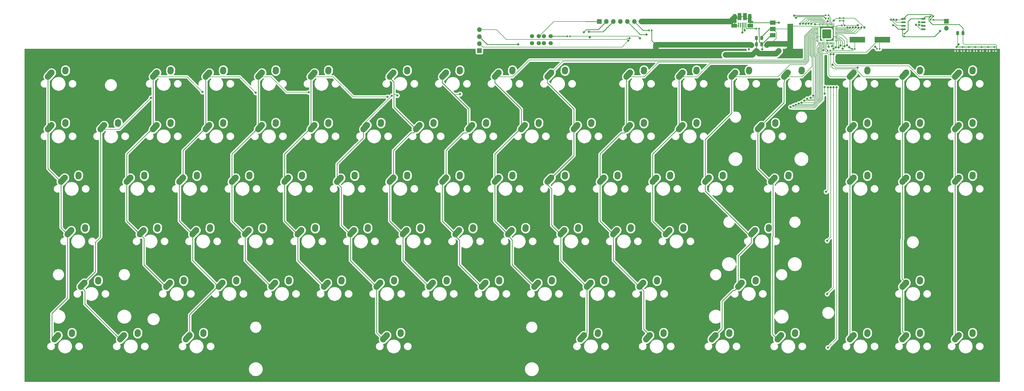
<source format=gbr>
G04 #@! TF.GenerationSoftware,KiCad,Pcbnew,(5.1.12)-1*
G04 #@! TF.CreationDate,2023-01-21T13:53:20-07:00*
G04 #@! TF.ProjectId,keyboard,6b657962-6f61-4726-942e-6b696361645f,rev?*
G04 #@! TF.SameCoordinates,Original*
G04 #@! TF.FileFunction,Copper,L1,Top*
G04 #@! TF.FilePolarity,Positive*
%FSLAX46Y46*%
G04 Gerber Fmt 4.6, Leading zero omitted, Abs format (unit mm)*
G04 Created by KiCad (PCBNEW (5.1.12)-1) date 2023-01-21 13:53:20*
%MOMM*%
%LPD*%
G01*
G04 APERTURE LIST*
G04 #@! TA.AperFunction,ComponentPad*
%ADD10O,1.700000X1.700000*%
G04 #@! TD*
G04 #@! TA.AperFunction,ComponentPad*
%ADD11R,1.700000X1.700000*%
G04 #@! TD*
G04 #@! TA.AperFunction,ComponentPad*
%ADD12C,1.524000*%
G04 #@! TD*
G04 #@! TA.AperFunction,ComponentPad*
%ADD13C,2.250000*%
G04 #@! TD*
G04 #@! TA.AperFunction,ComponentPad*
%ADD14O,1.050000X1.450000*%
G04 #@! TD*
G04 #@! TA.AperFunction,SMDPad,CuDef*
%ADD15R,1.825000X0.700000*%
G04 #@! TD*
G04 #@! TA.AperFunction,SMDPad,CuDef*
%ADD16R,2.000000X1.460000*%
G04 #@! TD*
G04 #@! TA.AperFunction,SMDPad,CuDef*
%ADD17R,0.400000X1.750000*%
G04 #@! TD*
G04 #@! TA.AperFunction,ComponentPad*
%ADD18O,1.300000X1.800000*%
G04 #@! TD*
G04 #@! TA.AperFunction,SMDPad,CuDef*
%ADD19R,1.425000X2.500000*%
G04 #@! TD*
G04 #@! TA.AperFunction,SMDPad,CuDef*
%ADD20R,5.600000X2.100000*%
G04 #@! TD*
G04 #@! TA.AperFunction,ComponentPad*
%ADD21C,0.600000*%
G04 #@! TD*
G04 #@! TA.AperFunction,SMDPad,CuDef*
%ADD22R,2.000000X1.500000*%
G04 #@! TD*
G04 #@! TA.AperFunction,SMDPad,CuDef*
%ADD23R,2.000000X3.800000*%
G04 #@! TD*
G04 #@! TA.AperFunction,ViaPad*
%ADD24C,0.800000*%
G04 #@! TD*
G04 #@! TA.AperFunction,Conductor*
%ADD25C,0.250000*%
G04 #@! TD*
G04 #@! TA.AperFunction,Conductor*
%ADD26C,0.190000*%
G04 #@! TD*
G04 #@! TA.AperFunction,Conductor*
%ADD27C,2.000000*%
G04 #@! TD*
G04 #@! TA.AperFunction,Conductor*
%ADD28C,0.254000*%
G04 #@! TD*
G04 #@! TA.AperFunction,Conductor*
%ADD29C,0.100000*%
G04 #@! TD*
G04 APERTURE END LIST*
D10*
X165989000Y-6096000D03*
X165989000Y-8636000D03*
X165989000Y-11176000D03*
D11*
X165989000Y-13716000D03*
D10*
X224663000Y-3175000D03*
X222123000Y-3175000D03*
X219583000Y-3175000D03*
X217043000Y-3175000D03*
X214503000Y-3175000D03*
X211963000Y-3175000D03*
D11*
X209423000Y-3175000D03*
G04 #@! TA.AperFunction,SMDPad,CuDef*
G36*
G01*
X228155000Y-6522500D02*
X228155000Y-6177500D01*
G75*
G02*
X228302500Y-6030000I147500J0D01*
G01*
X228597500Y-6030000D01*
G75*
G02*
X228745000Y-6177500I0J-147500D01*
G01*
X228745000Y-6522500D01*
G75*
G02*
X228597500Y-6670000I-147500J0D01*
G01*
X228302500Y-6670000D01*
G75*
G02*
X228155000Y-6522500I0J147500D01*
G01*
G37*
G04 #@! TD.AperFunction*
G04 #@! TA.AperFunction,SMDPad,CuDef*
G36*
G01*
X227185000Y-6522500D02*
X227185000Y-6177500D01*
G75*
G02*
X227332500Y-6030000I147500J0D01*
G01*
X227627500Y-6030000D01*
G75*
G02*
X227775000Y-6177500I0J-147500D01*
G01*
X227775000Y-6522500D01*
G75*
G02*
X227627500Y-6670000I-147500J0D01*
G01*
X227332500Y-6670000D01*
G75*
G02*
X227185000Y-6522500I0J147500D01*
G01*
G37*
G04 #@! TD.AperFunction*
G04 #@! TA.AperFunction,SMDPad,CuDef*
G36*
G01*
X198184000Y-8336500D02*
X198184000Y-8681500D01*
G75*
G02*
X198036500Y-8829000I-147500J0D01*
G01*
X197741500Y-8829000D01*
G75*
G02*
X197594000Y-8681500I0J147500D01*
G01*
X197594000Y-8336500D01*
G75*
G02*
X197741500Y-8189000I147500J0D01*
G01*
X198036500Y-8189000D01*
G75*
G02*
X198184000Y-8336500I0J-147500D01*
G01*
G37*
G04 #@! TD.AperFunction*
G04 #@! TA.AperFunction,SMDPad,CuDef*
G36*
G01*
X199154000Y-8336500D02*
X199154000Y-8681500D01*
G75*
G02*
X199006500Y-8829000I-147500J0D01*
G01*
X198711500Y-8829000D01*
G75*
G02*
X198564000Y-8681500I0J147500D01*
G01*
X198564000Y-8336500D01*
G75*
G02*
X198711500Y-8189000I147500J0D01*
G01*
X199006500Y-8189000D01*
G75*
G02*
X199154000Y-8336500I0J-147500D01*
G01*
G37*
G04 #@! TD.AperFunction*
G04 #@! TA.AperFunction,SMDPad,CuDef*
G36*
G01*
X266614000Y-5542500D02*
X266614000Y-5887500D01*
G75*
G02*
X266466500Y-6035000I-147500J0D01*
G01*
X266171500Y-6035000D01*
G75*
G02*
X266024000Y-5887500I0J147500D01*
G01*
X266024000Y-5542500D01*
G75*
G02*
X266171500Y-5395000I147500J0D01*
G01*
X266466500Y-5395000D01*
G75*
G02*
X266614000Y-5542500I0J-147500D01*
G01*
G37*
G04 #@! TD.AperFunction*
G04 #@! TA.AperFunction,SMDPad,CuDef*
G36*
G01*
X267584000Y-5542500D02*
X267584000Y-5887500D01*
G75*
G02*
X267436500Y-6035000I-147500J0D01*
G01*
X267141500Y-6035000D01*
G75*
G02*
X266994000Y-5887500I0J147500D01*
G01*
X266994000Y-5542500D01*
G75*
G02*
X267141500Y-5395000I147500J0D01*
G01*
X267436500Y-5395000D01*
G75*
G02*
X267584000Y-5542500I0J-147500D01*
G01*
G37*
G04 #@! TD.AperFunction*
G04 #@! TA.AperFunction,SMDPad,CuDef*
G36*
G01*
X296375000Y-2613000D02*
X296715000Y-2613000D01*
G75*
G02*
X296855000Y-2753000I0J-140000D01*
G01*
X296855000Y-3033000D01*
G75*
G02*
X296715000Y-3173000I-140000J0D01*
G01*
X296375000Y-3173000D01*
G75*
G02*
X296235000Y-3033000I0J140000D01*
G01*
X296235000Y-2753000D01*
G75*
G02*
X296375000Y-2613000I140000J0D01*
G01*
G37*
G04 #@! TD.AperFunction*
G04 #@! TA.AperFunction,SMDPad,CuDef*
G36*
G01*
X296375000Y-1653000D02*
X296715000Y-1653000D01*
G75*
G02*
X296855000Y-1793000I0J-140000D01*
G01*
X296855000Y-2073000D01*
G75*
G02*
X296715000Y-2213000I-140000J0D01*
G01*
X296375000Y-2213000D01*
G75*
G02*
X296235000Y-2073000I0J140000D01*
G01*
X296235000Y-1793000D01*
G75*
G02*
X296375000Y-1653000I140000J0D01*
G01*
G37*
G04 #@! TD.AperFunction*
G04 #@! TA.AperFunction,SMDPad,CuDef*
G36*
G01*
X297772000Y-2613000D02*
X298112000Y-2613000D01*
G75*
G02*
X298252000Y-2753000I0J-140000D01*
G01*
X298252000Y-3033000D01*
G75*
G02*
X298112000Y-3173000I-140000J0D01*
G01*
X297772000Y-3173000D01*
G75*
G02*
X297632000Y-3033000I0J140000D01*
G01*
X297632000Y-2753000D01*
G75*
G02*
X297772000Y-2613000I140000J0D01*
G01*
G37*
G04 #@! TD.AperFunction*
G04 #@! TA.AperFunction,SMDPad,CuDef*
G36*
G01*
X297772000Y-1653000D02*
X298112000Y-1653000D01*
G75*
G02*
X298252000Y-1793000I0J-140000D01*
G01*
X298252000Y-2073000D01*
G75*
G02*
X298112000Y-2213000I-140000J0D01*
G01*
X297772000Y-2213000D01*
G75*
G02*
X297632000Y-2073000I0J140000D01*
G01*
X297632000Y-1793000D01*
G75*
G02*
X297772000Y-1653000I140000J0D01*
G01*
G37*
G04 #@! TD.AperFunction*
D12*
X191868000Y-11000000D03*
X189368000Y-11000000D03*
X187568000Y-11000000D03*
X185068000Y-11000000D03*
X191868000Y-8500000D03*
X189368000Y-8500000D03*
X187568000Y-8500000D03*
X185068000Y-8500000D03*
D13*
X44362500Y-78867000D03*
G04 #@! TA.AperFunction,ComponentPad*
G36*
G01*
X42301188Y-81164350D02*
X42301183Y-81164345D01*
G75*
G02*
X42215155Y-79575683I751317J837345D01*
G01*
X43525157Y-78115683D01*
G75*
G02*
X45113819Y-78029655I837345J-751317D01*
G01*
X45113819Y-78029655D01*
G75*
G02*
X45199847Y-79618317I-751317J-837345D01*
G01*
X43889845Y-81078317D01*
G75*
G02*
X42301183Y-81164345I-837345J751317D01*
G01*
G37*
G04 #@! TD.AperFunction*
X49402500Y-77787000D03*
G04 #@! TA.AperFunction,ComponentPad*
G36*
G01*
X49285983Y-79489395D02*
X49285097Y-79489334D01*
G75*
G02*
X48240166Y-78289597I77403J1122334D01*
G01*
X48280166Y-77709597D01*
G75*
G02*
X49479903Y-76664666I1122334J-77403D01*
G01*
X49479903Y-76664666D01*
G75*
G02*
X50524834Y-77864403I-77403J-1122334D01*
G01*
X50484834Y-78444403D01*
G75*
G02*
X49285097Y-79489334I-1122334J77403D01*
G01*
G37*
G04 #@! TD.AperFunction*
X132468750Y-116967000D03*
G04 #@! TA.AperFunction,ComponentPad*
G36*
G01*
X130407438Y-119264350D02*
X130407433Y-119264345D01*
G75*
G02*
X130321405Y-117675683I751317J837345D01*
G01*
X131631407Y-116215683D01*
G75*
G02*
X133220069Y-116129655I837345J-751317D01*
G01*
X133220069Y-116129655D01*
G75*
G02*
X133306097Y-117718317I-751317J-837345D01*
G01*
X131996095Y-119178317D01*
G75*
G02*
X130407433Y-119264345I-837345J751317D01*
G01*
G37*
G04 #@! TD.AperFunction*
X137508750Y-115887000D03*
G04 #@! TA.AperFunction,ComponentPad*
G36*
G01*
X137392233Y-117589395D02*
X137391347Y-117589334D01*
G75*
G02*
X136346416Y-116389597I77403J1122334D01*
G01*
X136386416Y-115809597D01*
G75*
G02*
X137586153Y-114764666I1122334J-77403D01*
G01*
X137586153Y-114764666D01*
G75*
G02*
X138631084Y-115964403I-77403J-1122334D01*
G01*
X138591084Y-116544403D01*
G75*
G02*
X137391347Y-117589334I-1122334J77403D01*
G01*
G37*
G04 #@! TD.AperFunction*
X251531250Y-116967000D03*
G04 #@! TA.AperFunction,ComponentPad*
G36*
G01*
X249469938Y-119264350D02*
X249469933Y-119264345D01*
G75*
G02*
X249383905Y-117675683I751317J837345D01*
G01*
X250693907Y-116215683D01*
G75*
G02*
X252282569Y-116129655I837345J-751317D01*
G01*
X252282569Y-116129655D01*
G75*
G02*
X252368597Y-117718317I-751317J-837345D01*
G01*
X251058595Y-119178317D01*
G75*
G02*
X249469933Y-119264345I-837345J751317D01*
G01*
G37*
G04 #@! TD.AperFunction*
X256571250Y-115887000D03*
G04 #@! TA.AperFunction,ComponentPad*
G36*
G01*
X256454733Y-117589395D02*
X256453847Y-117589334D01*
G75*
G02*
X255408916Y-116389597I77403J1122334D01*
G01*
X255448916Y-115809597D01*
G75*
G02*
X256648653Y-114764666I1122334J-77403D01*
G01*
X256648653Y-114764666D01*
G75*
G02*
X257693584Y-115964403I-77403J-1122334D01*
G01*
X257653584Y-116544403D01*
G75*
G02*
X256453847Y-117589334I-1122334J77403D01*
G01*
G37*
G04 #@! TD.AperFunction*
X11025000Y-21717000D03*
G04 #@! TA.AperFunction,ComponentPad*
G36*
G01*
X8963688Y-24014350D02*
X8963683Y-24014345D01*
G75*
G02*
X8877655Y-22425683I751317J837345D01*
G01*
X10187657Y-20965683D01*
G75*
G02*
X11776319Y-20879655I837345J-751317D01*
G01*
X11776319Y-20879655D01*
G75*
G02*
X11862347Y-22468317I-751317J-837345D01*
G01*
X10552345Y-23928317D01*
G75*
G02*
X8963683Y-24014345I-837345J751317D01*
G01*
G37*
G04 #@! TD.AperFunction*
X16065000Y-20637000D03*
G04 #@! TA.AperFunction,ComponentPad*
G36*
G01*
X15948483Y-22339395D02*
X15947597Y-22339334D01*
G75*
G02*
X14902666Y-21139597I77403J1122334D01*
G01*
X14942666Y-20559597D01*
G75*
G02*
X16142403Y-19514666I1122334J-77403D01*
G01*
X16142403Y-19514666D01*
G75*
G02*
X17187334Y-20714403I-77403J-1122334D01*
G01*
X17147334Y-21294403D01*
G75*
G02*
X15947597Y-22339334I-1122334J77403D01*
G01*
G37*
G04 #@! TD.AperFunction*
X49125000Y-21717000D03*
G04 #@! TA.AperFunction,ComponentPad*
G36*
G01*
X47063688Y-24014350D02*
X47063683Y-24014345D01*
G75*
G02*
X46977655Y-22425683I751317J837345D01*
G01*
X48287657Y-20965683D01*
G75*
G02*
X49876319Y-20879655I837345J-751317D01*
G01*
X49876319Y-20879655D01*
G75*
G02*
X49962347Y-22468317I-751317J-837345D01*
G01*
X48652345Y-23928317D01*
G75*
G02*
X47063683Y-24014345I-837345J751317D01*
G01*
G37*
G04 #@! TD.AperFunction*
X54165000Y-20637000D03*
G04 #@! TA.AperFunction,ComponentPad*
G36*
G01*
X54048483Y-22339395D02*
X54047597Y-22339334D01*
G75*
G02*
X53002666Y-21139597I77403J1122334D01*
G01*
X53042666Y-20559597D01*
G75*
G02*
X54242403Y-19514666I1122334J-77403D01*
G01*
X54242403Y-19514666D01*
G75*
G02*
X55287334Y-20714403I-77403J-1122334D01*
G01*
X55247334Y-21294403D01*
G75*
G02*
X54047597Y-22339334I-1122334J77403D01*
G01*
G37*
G04 #@! TD.AperFunction*
X68175000Y-21717000D03*
G04 #@! TA.AperFunction,ComponentPad*
G36*
G01*
X66113688Y-24014350D02*
X66113683Y-24014345D01*
G75*
G02*
X66027655Y-22425683I751317J837345D01*
G01*
X67337657Y-20965683D01*
G75*
G02*
X68926319Y-20879655I837345J-751317D01*
G01*
X68926319Y-20879655D01*
G75*
G02*
X69012347Y-22468317I-751317J-837345D01*
G01*
X67702345Y-23928317D01*
G75*
G02*
X66113683Y-24014345I-837345J751317D01*
G01*
G37*
G04 #@! TD.AperFunction*
X73215000Y-20637000D03*
G04 #@! TA.AperFunction,ComponentPad*
G36*
G01*
X73098483Y-22339395D02*
X73097597Y-22339334D01*
G75*
G02*
X72052666Y-21139597I77403J1122334D01*
G01*
X72092666Y-20559597D01*
G75*
G02*
X73292403Y-19514666I1122334J-77403D01*
G01*
X73292403Y-19514666D01*
G75*
G02*
X74337334Y-20714403I-77403J-1122334D01*
G01*
X74297334Y-21294403D01*
G75*
G02*
X73097597Y-22339334I-1122334J77403D01*
G01*
G37*
G04 #@! TD.AperFunction*
X87225000Y-21717000D03*
G04 #@! TA.AperFunction,ComponentPad*
G36*
G01*
X85163688Y-24014350D02*
X85163683Y-24014345D01*
G75*
G02*
X85077655Y-22425683I751317J837345D01*
G01*
X86387657Y-20965683D01*
G75*
G02*
X87976319Y-20879655I837345J-751317D01*
G01*
X87976319Y-20879655D01*
G75*
G02*
X88062347Y-22468317I-751317J-837345D01*
G01*
X86752345Y-23928317D01*
G75*
G02*
X85163683Y-24014345I-837345J751317D01*
G01*
G37*
G04 #@! TD.AperFunction*
X92265000Y-20637000D03*
G04 #@! TA.AperFunction,ComponentPad*
G36*
G01*
X92148483Y-22339395D02*
X92147597Y-22339334D01*
G75*
G02*
X91102666Y-21139597I77403J1122334D01*
G01*
X91142666Y-20559597D01*
G75*
G02*
X92342403Y-19514666I1122334J-77403D01*
G01*
X92342403Y-19514666D01*
G75*
G02*
X93387334Y-20714403I-77403J-1122334D01*
G01*
X93347334Y-21294403D01*
G75*
G02*
X92147597Y-22339334I-1122334J77403D01*
G01*
G37*
G04 #@! TD.AperFunction*
X106275000Y-21717000D03*
G04 #@! TA.AperFunction,ComponentPad*
G36*
G01*
X104213688Y-24014350D02*
X104213683Y-24014345D01*
G75*
G02*
X104127655Y-22425683I751317J837345D01*
G01*
X105437657Y-20965683D01*
G75*
G02*
X107026319Y-20879655I837345J-751317D01*
G01*
X107026319Y-20879655D01*
G75*
G02*
X107112347Y-22468317I-751317J-837345D01*
G01*
X105802345Y-23928317D01*
G75*
G02*
X104213683Y-24014345I-837345J751317D01*
G01*
G37*
G04 #@! TD.AperFunction*
X111315000Y-20637000D03*
G04 #@! TA.AperFunction,ComponentPad*
G36*
G01*
X111198483Y-22339395D02*
X111197597Y-22339334D01*
G75*
G02*
X110152666Y-21139597I77403J1122334D01*
G01*
X110192666Y-20559597D01*
G75*
G02*
X111392403Y-19514666I1122334J-77403D01*
G01*
X111392403Y-19514666D01*
G75*
G02*
X112437334Y-20714403I-77403J-1122334D01*
G01*
X112397334Y-21294403D01*
G75*
G02*
X111197597Y-22339334I-1122334J77403D01*
G01*
G37*
G04 #@! TD.AperFunction*
X134850000Y-21717000D03*
G04 #@! TA.AperFunction,ComponentPad*
G36*
G01*
X132788688Y-24014350D02*
X132788683Y-24014345D01*
G75*
G02*
X132702655Y-22425683I751317J837345D01*
G01*
X134012657Y-20965683D01*
G75*
G02*
X135601319Y-20879655I837345J-751317D01*
G01*
X135601319Y-20879655D01*
G75*
G02*
X135687347Y-22468317I-751317J-837345D01*
G01*
X134377345Y-23928317D01*
G75*
G02*
X132788683Y-24014345I-837345J751317D01*
G01*
G37*
G04 #@! TD.AperFunction*
X139890000Y-20637000D03*
G04 #@! TA.AperFunction,ComponentPad*
G36*
G01*
X139773483Y-22339395D02*
X139772597Y-22339334D01*
G75*
G02*
X138727666Y-21139597I77403J1122334D01*
G01*
X138767666Y-20559597D01*
G75*
G02*
X139967403Y-19514666I1122334J-77403D01*
G01*
X139967403Y-19514666D01*
G75*
G02*
X141012334Y-20714403I-77403J-1122334D01*
G01*
X140972334Y-21294403D01*
G75*
G02*
X139772597Y-22339334I-1122334J77403D01*
G01*
G37*
G04 #@! TD.AperFunction*
X153900000Y-21717000D03*
G04 #@! TA.AperFunction,ComponentPad*
G36*
G01*
X151838688Y-24014350D02*
X151838683Y-24014345D01*
G75*
G02*
X151752655Y-22425683I751317J837345D01*
G01*
X153062657Y-20965683D01*
G75*
G02*
X154651319Y-20879655I837345J-751317D01*
G01*
X154651319Y-20879655D01*
G75*
G02*
X154737347Y-22468317I-751317J-837345D01*
G01*
X153427345Y-23928317D01*
G75*
G02*
X151838683Y-24014345I-837345J751317D01*
G01*
G37*
G04 #@! TD.AperFunction*
X158940000Y-20637000D03*
G04 #@! TA.AperFunction,ComponentPad*
G36*
G01*
X158823483Y-22339395D02*
X158822597Y-22339334D01*
G75*
G02*
X157777666Y-21139597I77403J1122334D01*
G01*
X157817666Y-20559597D01*
G75*
G02*
X159017403Y-19514666I1122334J-77403D01*
G01*
X159017403Y-19514666D01*
G75*
G02*
X160062334Y-20714403I-77403J-1122334D01*
G01*
X160022334Y-21294403D01*
G75*
G02*
X158822597Y-22339334I-1122334J77403D01*
G01*
G37*
G04 #@! TD.AperFunction*
X172950000Y-21717000D03*
G04 #@! TA.AperFunction,ComponentPad*
G36*
G01*
X170888688Y-24014350D02*
X170888683Y-24014345D01*
G75*
G02*
X170802655Y-22425683I751317J837345D01*
G01*
X172112657Y-20965683D01*
G75*
G02*
X173701319Y-20879655I837345J-751317D01*
G01*
X173701319Y-20879655D01*
G75*
G02*
X173787347Y-22468317I-751317J-837345D01*
G01*
X172477345Y-23928317D01*
G75*
G02*
X170888683Y-24014345I-837345J751317D01*
G01*
G37*
G04 #@! TD.AperFunction*
X177990000Y-20637000D03*
G04 #@! TA.AperFunction,ComponentPad*
G36*
G01*
X177873483Y-22339395D02*
X177872597Y-22339334D01*
G75*
G02*
X176827666Y-21139597I77403J1122334D01*
G01*
X176867666Y-20559597D01*
G75*
G02*
X178067403Y-19514666I1122334J-77403D01*
G01*
X178067403Y-19514666D01*
G75*
G02*
X179112334Y-20714403I-77403J-1122334D01*
G01*
X179072334Y-21294403D01*
G75*
G02*
X177872597Y-22339334I-1122334J77403D01*
G01*
G37*
G04 #@! TD.AperFunction*
X192000000Y-21717000D03*
G04 #@! TA.AperFunction,ComponentPad*
G36*
G01*
X189938688Y-24014350D02*
X189938683Y-24014345D01*
G75*
G02*
X189852655Y-22425683I751317J837345D01*
G01*
X191162657Y-20965683D01*
G75*
G02*
X192751319Y-20879655I837345J-751317D01*
G01*
X192751319Y-20879655D01*
G75*
G02*
X192837347Y-22468317I-751317J-837345D01*
G01*
X191527345Y-23928317D01*
G75*
G02*
X189938683Y-24014345I-837345J751317D01*
G01*
G37*
G04 #@! TD.AperFunction*
X197040000Y-20637000D03*
G04 #@! TA.AperFunction,ComponentPad*
G36*
G01*
X196923483Y-22339395D02*
X196922597Y-22339334D01*
G75*
G02*
X195877666Y-21139597I77403J1122334D01*
G01*
X195917666Y-20559597D01*
G75*
G02*
X197117403Y-19514666I1122334J-77403D01*
G01*
X197117403Y-19514666D01*
G75*
G02*
X198162334Y-20714403I-77403J-1122334D01*
G01*
X198122334Y-21294403D01*
G75*
G02*
X196922597Y-22339334I-1122334J77403D01*
G01*
G37*
G04 #@! TD.AperFunction*
X220575000Y-21717000D03*
G04 #@! TA.AperFunction,ComponentPad*
G36*
G01*
X218513688Y-24014350D02*
X218513683Y-24014345D01*
G75*
G02*
X218427655Y-22425683I751317J837345D01*
G01*
X219737657Y-20965683D01*
G75*
G02*
X221326319Y-20879655I837345J-751317D01*
G01*
X221326319Y-20879655D01*
G75*
G02*
X221412347Y-22468317I-751317J-837345D01*
G01*
X220102345Y-23928317D01*
G75*
G02*
X218513683Y-24014345I-837345J751317D01*
G01*
G37*
G04 #@! TD.AperFunction*
X225615000Y-20637000D03*
G04 #@! TA.AperFunction,ComponentPad*
G36*
G01*
X225498483Y-22339395D02*
X225497597Y-22339334D01*
G75*
G02*
X224452666Y-21139597I77403J1122334D01*
G01*
X224492666Y-20559597D01*
G75*
G02*
X225692403Y-19514666I1122334J-77403D01*
G01*
X225692403Y-19514666D01*
G75*
G02*
X226737334Y-20714403I-77403J-1122334D01*
G01*
X226697334Y-21294403D01*
G75*
G02*
X225497597Y-22339334I-1122334J77403D01*
G01*
G37*
G04 #@! TD.AperFunction*
X239625000Y-21717000D03*
G04 #@! TA.AperFunction,ComponentPad*
G36*
G01*
X237563688Y-24014350D02*
X237563683Y-24014345D01*
G75*
G02*
X237477655Y-22425683I751317J837345D01*
G01*
X238787657Y-20965683D01*
G75*
G02*
X240376319Y-20879655I837345J-751317D01*
G01*
X240376319Y-20879655D01*
G75*
G02*
X240462347Y-22468317I-751317J-837345D01*
G01*
X239152345Y-23928317D01*
G75*
G02*
X237563683Y-24014345I-837345J751317D01*
G01*
G37*
G04 #@! TD.AperFunction*
X244665000Y-20637000D03*
G04 #@! TA.AperFunction,ComponentPad*
G36*
G01*
X244548483Y-22339395D02*
X244547597Y-22339334D01*
G75*
G02*
X243502666Y-21139597I77403J1122334D01*
G01*
X243542666Y-20559597D01*
G75*
G02*
X244742403Y-19514666I1122334J-77403D01*
G01*
X244742403Y-19514666D01*
G75*
G02*
X245787334Y-20714403I-77403J-1122334D01*
G01*
X245747334Y-21294403D01*
G75*
G02*
X244547597Y-22339334I-1122334J77403D01*
G01*
G37*
G04 #@! TD.AperFunction*
X258675000Y-21717000D03*
G04 #@! TA.AperFunction,ComponentPad*
G36*
G01*
X256613688Y-24014350D02*
X256613683Y-24014345D01*
G75*
G02*
X256527655Y-22425683I751317J837345D01*
G01*
X257837657Y-20965683D01*
G75*
G02*
X259426319Y-20879655I837345J-751317D01*
G01*
X259426319Y-20879655D01*
G75*
G02*
X259512347Y-22468317I-751317J-837345D01*
G01*
X258202345Y-23928317D01*
G75*
G02*
X256613683Y-24014345I-837345J751317D01*
G01*
G37*
G04 #@! TD.AperFunction*
X263715000Y-20637000D03*
G04 #@! TA.AperFunction,ComponentPad*
G36*
G01*
X263598483Y-22339395D02*
X263597597Y-22339334D01*
G75*
G02*
X262552666Y-21139597I77403J1122334D01*
G01*
X262592666Y-20559597D01*
G75*
G02*
X263792403Y-19514666I1122334J-77403D01*
G01*
X263792403Y-19514666D01*
G75*
G02*
X264837334Y-20714403I-77403J-1122334D01*
G01*
X264797334Y-21294403D01*
G75*
G02*
X263597597Y-22339334I-1122334J77403D01*
G01*
G37*
G04 #@! TD.AperFunction*
X277725000Y-21717000D03*
G04 #@! TA.AperFunction,ComponentPad*
G36*
G01*
X275663688Y-24014350D02*
X275663683Y-24014345D01*
G75*
G02*
X275577655Y-22425683I751317J837345D01*
G01*
X276887657Y-20965683D01*
G75*
G02*
X278476319Y-20879655I837345J-751317D01*
G01*
X278476319Y-20879655D01*
G75*
G02*
X278562347Y-22468317I-751317J-837345D01*
G01*
X277252345Y-23928317D01*
G75*
G02*
X275663683Y-24014345I-837345J751317D01*
G01*
G37*
G04 #@! TD.AperFunction*
X282765000Y-20637000D03*
G04 #@! TA.AperFunction,ComponentPad*
G36*
G01*
X282648483Y-22339395D02*
X282647597Y-22339334D01*
G75*
G02*
X281602666Y-21139597I77403J1122334D01*
G01*
X281642666Y-20559597D01*
G75*
G02*
X282842403Y-19514666I1122334J-77403D01*
G01*
X282842403Y-19514666D01*
G75*
G02*
X283887334Y-20714403I-77403J-1122334D01*
G01*
X283847334Y-21294403D01*
G75*
G02*
X282647597Y-22339334I-1122334J77403D01*
G01*
G37*
G04 #@! TD.AperFunction*
X301537500Y-21717000D03*
G04 #@! TA.AperFunction,ComponentPad*
G36*
G01*
X299476188Y-24014350D02*
X299476183Y-24014345D01*
G75*
G02*
X299390155Y-22425683I751317J837345D01*
G01*
X300700157Y-20965683D01*
G75*
G02*
X302288819Y-20879655I837345J-751317D01*
G01*
X302288819Y-20879655D01*
G75*
G02*
X302374847Y-22468317I-751317J-837345D01*
G01*
X301064845Y-23928317D01*
G75*
G02*
X299476183Y-24014345I-837345J751317D01*
G01*
G37*
G04 #@! TD.AperFunction*
X306577500Y-20637000D03*
G04 #@! TA.AperFunction,ComponentPad*
G36*
G01*
X306460983Y-22339395D02*
X306460097Y-22339334D01*
G75*
G02*
X305415166Y-21139597I77403J1122334D01*
G01*
X305455166Y-20559597D01*
G75*
G02*
X306654903Y-19514666I1122334J-77403D01*
G01*
X306654903Y-19514666D01*
G75*
G02*
X307699834Y-20714403I-77403J-1122334D01*
G01*
X307659834Y-21294403D01*
G75*
G02*
X306460097Y-22339334I-1122334J77403D01*
G01*
G37*
G04 #@! TD.AperFunction*
X320587500Y-21717000D03*
G04 #@! TA.AperFunction,ComponentPad*
G36*
G01*
X318526188Y-24014350D02*
X318526183Y-24014345D01*
G75*
G02*
X318440155Y-22425683I751317J837345D01*
G01*
X319750157Y-20965683D01*
G75*
G02*
X321338819Y-20879655I837345J-751317D01*
G01*
X321338819Y-20879655D01*
G75*
G02*
X321424847Y-22468317I-751317J-837345D01*
G01*
X320114845Y-23928317D01*
G75*
G02*
X318526183Y-24014345I-837345J751317D01*
G01*
G37*
G04 #@! TD.AperFunction*
X325627500Y-20637000D03*
G04 #@! TA.AperFunction,ComponentPad*
G36*
G01*
X325510983Y-22339395D02*
X325510097Y-22339334D01*
G75*
G02*
X324465166Y-21139597I77403J1122334D01*
G01*
X324505166Y-20559597D01*
G75*
G02*
X325704903Y-19514666I1122334J-77403D01*
G01*
X325704903Y-19514666D01*
G75*
G02*
X326749834Y-20714403I-77403J-1122334D01*
G01*
X326709834Y-21294403D01*
G75*
G02*
X325510097Y-22339334I-1122334J77403D01*
G01*
G37*
G04 #@! TD.AperFunction*
X339637500Y-21717000D03*
G04 #@! TA.AperFunction,ComponentPad*
G36*
G01*
X337576188Y-24014350D02*
X337576183Y-24014345D01*
G75*
G02*
X337490155Y-22425683I751317J837345D01*
G01*
X338800157Y-20965683D01*
G75*
G02*
X340388819Y-20879655I837345J-751317D01*
G01*
X340388819Y-20879655D01*
G75*
G02*
X340474847Y-22468317I-751317J-837345D01*
G01*
X339164845Y-23928317D01*
G75*
G02*
X337576183Y-24014345I-837345J751317D01*
G01*
G37*
G04 #@! TD.AperFunction*
X344677500Y-20637000D03*
G04 #@! TA.AperFunction,ComponentPad*
G36*
G01*
X344560983Y-22339395D02*
X344560097Y-22339334D01*
G75*
G02*
X343515166Y-21139597I77403J1122334D01*
G01*
X343555166Y-20559597D01*
G75*
G02*
X344754903Y-19514666I1122334J-77403D01*
G01*
X344754903Y-19514666D01*
G75*
G02*
X345799834Y-20714403I-77403J-1122334D01*
G01*
X345759834Y-21294403D01*
G75*
G02*
X344560097Y-22339334I-1122334J77403D01*
G01*
G37*
G04 #@! TD.AperFunction*
X11025000Y-40767000D03*
G04 #@! TA.AperFunction,ComponentPad*
G36*
G01*
X8963688Y-43064350D02*
X8963683Y-43064345D01*
G75*
G02*
X8877655Y-41475683I751317J837345D01*
G01*
X10187657Y-40015683D01*
G75*
G02*
X11776319Y-39929655I837345J-751317D01*
G01*
X11776319Y-39929655D01*
G75*
G02*
X11862347Y-41518317I-751317J-837345D01*
G01*
X10552345Y-42978317D01*
G75*
G02*
X8963683Y-43064345I-837345J751317D01*
G01*
G37*
G04 #@! TD.AperFunction*
X16065000Y-39687000D03*
G04 #@! TA.AperFunction,ComponentPad*
G36*
G01*
X15948483Y-41389395D02*
X15947597Y-41389334D01*
G75*
G02*
X14902666Y-40189597I77403J1122334D01*
G01*
X14942666Y-39609597D01*
G75*
G02*
X16142403Y-38564666I1122334J-77403D01*
G01*
X16142403Y-38564666D01*
G75*
G02*
X17187334Y-39764403I-77403J-1122334D01*
G01*
X17147334Y-40344403D01*
G75*
G02*
X15947597Y-41389334I-1122334J77403D01*
G01*
G37*
G04 #@! TD.AperFunction*
X30075000Y-40767000D03*
G04 #@! TA.AperFunction,ComponentPad*
G36*
G01*
X28013688Y-43064350D02*
X28013683Y-43064345D01*
G75*
G02*
X27927655Y-41475683I751317J837345D01*
G01*
X29237657Y-40015683D01*
G75*
G02*
X30826319Y-39929655I837345J-751317D01*
G01*
X30826319Y-39929655D01*
G75*
G02*
X30912347Y-41518317I-751317J-837345D01*
G01*
X29602345Y-42978317D01*
G75*
G02*
X28013683Y-43064345I-837345J751317D01*
G01*
G37*
G04 #@! TD.AperFunction*
X35115000Y-39687000D03*
G04 #@! TA.AperFunction,ComponentPad*
G36*
G01*
X34998483Y-41389395D02*
X34997597Y-41389334D01*
G75*
G02*
X33952666Y-40189597I77403J1122334D01*
G01*
X33992666Y-39609597D01*
G75*
G02*
X35192403Y-38564666I1122334J-77403D01*
G01*
X35192403Y-38564666D01*
G75*
G02*
X36237334Y-39764403I-77403J-1122334D01*
G01*
X36197334Y-40344403D01*
G75*
G02*
X34997597Y-41389334I-1122334J77403D01*
G01*
G37*
G04 #@! TD.AperFunction*
X49125000Y-40767000D03*
G04 #@! TA.AperFunction,ComponentPad*
G36*
G01*
X47063688Y-43064350D02*
X47063683Y-43064345D01*
G75*
G02*
X46977655Y-41475683I751317J837345D01*
G01*
X48287657Y-40015683D01*
G75*
G02*
X49876319Y-39929655I837345J-751317D01*
G01*
X49876319Y-39929655D01*
G75*
G02*
X49962347Y-41518317I-751317J-837345D01*
G01*
X48652345Y-42978317D01*
G75*
G02*
X47063683Y-43064345I-837345J751317D01*
G01*
G37*
G04 #@! TD.AperFunction*
X54165000Y-39687000D03*
G04 #@! TA.AperFunction,ComponentPad*
G36*
G01*
X54048483Y-41389395D02*
X54047597Y-41389334D01*
G75*
G02*
X53002666Y-40189597I77403J1122334D01*
G01*
X53042666Y-39609597D01*
G75*
G02*
X54242403Y-38564666I1122334J-77403D01*
G01*
X54242403Y-38564666D01*
G75*
G02*
X55287334Y-39764403I-77403J-1122334D01*
G01*
X55247334Y-40344403D01*
G75*
G02*
X54047597Y-41389334I-1122334J77403D01*
G01*
G37*
G04 #@! TD.AperFunction*
X68175000Y-40767000D03*
G04 #@! TA.AperFunction,ComponentPad*
G36*
G01*
X66113688Y-43064350D02*
X66113683Y-43064345D01*
G75*
G02*
X66027655Y-41475683I751317J837345D01*
G01*
X67337657Y-40015683D01*
G75*
G02*
X68926319Y-39929655I837345J-751317D01*
G01*
X68926319Y-39929655D01*
G75*
G02*
X69012347Y-41518317I-751317J-837345D01*
G01*
X67702345Y-42978317D01*
G75*
G02*
X66113683Y-43064345I-837345J751317D01*
G01*
G37*
G04 #@! TD.AperFunction*
X73215000Y-39687000D03*
G04 #@! TA.AperFunction,ComponentPad*
G36*
G01*
X73098483Y-41389395D02*
X73097597Y-41389334D01*
G75*
G02*
X72052666Y-40189597I77403J1122334D01*
G01*
X72092666Y-39609597D01*
G75*
G02*
X73292403Y-38564666I1122334J-77403D01*
G01*
X73292403Y-38564666D01*
G75*
G02*
X74337334Y-39764403I-77403J-1122334D01*
G01*
X74297334Y-40344403D01*
G75*
G02*
X73097597Y-41389334I-1122334J77403D01*
G01*
G37*
G04 #@! TD.AperFunction*
X87225000Y-40767000D03*
G04 #@! TA.AperFunction,ComponentPad*
G36*
G01*
X85163688Y-43064350D02*
X85163683Y-43064345D01*
G75*
G02*
X85077655Y-41475683I751317J837345D01*
G01*
X86387657Y-40015683D01*
G75*
G02*
X87976319Y-39929655I837345J-751317D01*
G01*
X87976319Y-39929655D01*
G75*
G02*
X88062347Y-41518317I-751317J-837345D01*
G01*
X86752345Y-42978317D01*
G75*
G02*
X85163683Y-43064345I-837345J751317D01*
G01*
G37*
G04 #@! TD.AperFunction*
X92265000Y-39687000D03*
G04 #@! TA.AperFunction,ComponentPad*
G36*
G01*
X92148483Y-41389395D02*
X92147597Y-41389334D01*
G75*
G02*
X91102666Y-40189597I77403J1122334D01*
G01*
X91142666Y-39609597D01*
G75*
G02*
X92342403Y-38564666I1122334J-77403D01*
G01*
X92342403Y-38564666D01*
G75*
G02*
X93387334Y-39764403I-77403J-1122334D01*
G01*
X93347334Y-40344403D01*
G75*
G02*
X92147597Y-41389334I-1122334J77403D01*
G01*
G37*
G04 #@! TD.AperFunction*
X106275000Y-40767000D03*
G04 #@! TA.AperFunction,ComponentPad*
G36*
G01*
X104213688Y-43064350D02*
X104213683Y-43064345D01*
G75*
G02*
X104127655Y-41475683I751317J837345D01*
G01*
X105437657Y-40015683D01*
G75*
G02*
X107026319Y-39929655I837345J-751317D01*
G01*
X107026319Y-39929655D01*
G75*
G02*
X107112347Y-41518317I-751317J-837345D01*
G01*
X105802345Y-42978317D01*
G75*
G02*
X104213683Y-43064345I-837345J751317D01*
G01*
G37*
G04 #@! TD.AperFunction*
X111315000Y-39687000D03*
G04 #@! TA.AperFunction,ComponentPad*
G36*
G01*
X111198483Y-41389395D02*
X111197597Y-41389334D01*
G75*
G02*
X110152666Y-40189597I77403J1122334D01*
G01*
X110192666Y-39609597D01*
G75*
G02*
X111392403Y-38564666I1122334J-77403D01*
G01*
X111392403Y-38564666D01*
G75*
G02*
X112437334Y-39764403I-77403J-1122334D01*
G01*
X112397334Y-40344403D01*
G75*
G02*
X111197597Y-41389334I-1122334J77403D01*
G01*
G37*
G04 #@! TD.AperFunction*
X125325000Y-40767000D03*
G04 #@! TA.AperFunction,ComponentPad*
G36*
G01*
X123263688Y-43064350D02*
X123263683Y-43064345D01*
G75*
G02*
X123177655Y-41475683I751317J837345D01*
G01*
X124487657Y-40015683D01*
G75*
G02*
X126076319Y-39929655I837345J-751317D01*
G01*
X126076319Y-39929655D01*
G75*
G02*
X126162347Y-41518317I-751317J-837345D01*
G01*
X124852345Y-42978317D01*
G75*
G02*
X123263683Y-43064345I-837345J751317D01*
G01*
G37*
G04 #@! TD.AperFunction*
X130365000Y-39687000D03*
G04 #@! TA.AperFunction,ComponentPad*
G36*
G01*
X130248483Y-41389395D02*
X130247597Y-41389334D01*
G75*
G02*
X129202666Y-40189597I77403J1122334D01*
G01*
X129242666Y-39609597D01*
G75*
G02*
X130442403Y-38564666I1122334J-77403D01*
G01*
X130442403Y-38564666D01*
G75*
G02*
X131487334Y-39764403I-77403J-1122334D01*
G01*
X131447334Y-40344403D01*
G75*
G02*
X130247597Y-41389334I-1122334J77403D01*
G01*
G37*
G04 #@! TD.AperFunction*
X144375000Y-40767000D03*
G04 #@! TA.AperFunction,ComponentPad*
G36*
G01*
X142313688Y-43064350D02*
X142313683Y-43064345D01*
G75*
G02*
X142227655Y-41475683I751317J837345D01*
G01*
X143537657Y-40015683D01*
G75*
G02*
X145126319Y-39929655I837345J-751317D01*
G01*
X145126319Y-39929655D01*
G75*
G02*
X145212347Y-41518317I-751317J-837345D01*
G01*
X143902345Y-42978317D01*
G75*
G02*
X142313683Y-43064345I-837345J751317D01*
G01*
G37*
G04 #@! TD.AperFunction*
X149415000Y-39687000D03*
G04 #@! TA.AperFunction,ComponentPad*
G36*
G01*
X149298483Y-41389395D02*
X149297597Y-41389334D01*
G75*
G02*
X148252666Y-40189597I77403J1122334D01*
G01*
X148292666Y-39609597D01*
G75*
G02*
X149492403Y-38564666I1122334J-77403D01*
G01*
X149492403Y-38564666D01*
G75*
G02*
X150537334Y-39764403I-77403J-1122334D01*
G01*
X150497334Y-40344403D01*
G75*
G02*
X149297597Y-41389334I-1122334J77403D01*
G01*
G37*
G04 #@! TD.AperFunction*
X163425000Y-40767000D03*
G04 #@! TA.AperFunction,ComponentPad*
G36*
G01*
X161363688Y-43064350D02*
X161363683Y-43064345D01*
G75*
G02*
X161277655Y-41475683I751317J837345D01*
G01*
X162587657Y-40015683D01*
G75*
G02*
X164176319Y-39929655I837345J-751317D01*
G01*
X164176319Y-39929655D01*
G75*
G02*
X164262347Y-41518317I-751317J-837345D01*
G01*
X162952345Y-42978317D01*
G75*
G02*
X161363683Y-43064345I-837345J751317D01*
G01*
G37*
G04 #@! TD.AperFunction*
X168465000Y-39687000D03*
G04 #@! TA.AperFunction,ComponentPad*
G36*
G01*
X168348483Y-41389395D02*
X168347597Y-41389334D01*
G75*
G02*
X167302666Y-40189597I77403J1122334D01*
G01*
X167342666Y-39609597D01*
G75*
G02*
X168542403Y-38564666I1122334J-77403D01*
G01*
X168542403Y-38564666D01*
G75*
G02*
X169587334Y-39764403I-77403J-1122334D01*
G01*
X169547334Y-40344403D01*
G75*
G02*
X168347597Y-41389334I-1122334J77403D01*
G01*
G37*
G04 #@! TD.AperFunction*
X182475000Y-40767000D03*
G04 #@! TA.AperFunction,ComponentPad*
G36*
G01*
X180413688Y-43064350D02*
X180413683Y-43064345D01*
G75*
G02*
X180327655Y-41475683I751317J837345D01*
G01*
X181637657Y-40015683D01*
G75*
G02*
X183226319Y-39929655I837345J-751317D01*
G01*
X183226319Y-39929655D01*
G75*
G02*
X183312347Y-41518317I-751317J-837345D01*
G01*
X182002345Y-42978317D01*
G75*
G02*
X180413683Y-43064345I-837345J751317D01*
G01*
G37*
G04 #@! TD.AperFunction*
X187515000Y-39687000D03*
G04 #@! TA.AperFunction,ComponentPad*
G36*
G01*
X187398483Y-41389395D02*
X187397597Y-41389334D01*
G75*
G02*
X186352666Y-40189597I77403J1122334D01*
G01*
X186392666Y-39609597D01*
G75*
G02*
X187592403Y-38564666I1122334J-77403D01*
G01*
X187592403Y-38564666D01*
G75*
G02*
X188637334Y-39764403I-77403J-1122334D01*
G01*
X188597334Y-40344403D01*
G75*
G02*
X187397597Y-41389334I-1122334J77403D01*
G01*
G37*
G04 #@! TD.AperFunction*
X201525000Y-40767000D03*
G04 #@! TA.AperFunction,ComponentPad*
G36*
G01*
X199463688Y-43064350D02*
X199463683Y-43064345D01*
G75*
G02*
X199377655Y-41475683I751317J837345D01*
G01*
X200687657Y-40015683D01*
G75*
G02*
X202276319Y-39929655I837345J-751317D01*
G01*
X202276319Y-39929655D01*
G75*
G02*
X202362347Y-41518317I-751317J-837345D01*
G01*
X201052345Y-42978317D01*
G75*
G02*
X199463683Y-43064345I-837345J751317D01*
G01*
G37*
G04 #@! TD.AperFunction*
X206565000Y-39687000D03*
G04 #@! TA.AperFunction,ComponentPad*
G36*
G01*
X206448483Y-41389395D02*
X206447597Y-41389334D01*
G75*
G02*
X205402666Y-40189597I77403J1122334D01*
G01*
X205442666Y-39609597D01*
G75*
G02*
X206642403Y-38564666I1122334J-77403D01*
G01*
X206642403Y-38564666D01*
G75*
G02*
X207687334Y-39764403I-77403J-1122334D01*
G01*
X207647334Y-40344403D01*
G75*
G02*
X206447597Y-41389334I-1122334J77403D01*
G01*
G37*
G04 #@! TD.AperFunction*
X220575000Y-40767000D03*
G04 #@! TA.AperFunction,ComponentPad*
G36*
G01*
X218513688Y-43064350D02*
X218513683Y-43064345D01*
G75*
G02*
X218427655Y-41475683I751317J837345D01*
G01*
X219737657Y-40015683D01*
G75*
G02*
X221326319Y-39929655I837345J-751317D01*
G01*
X221326319Y-39929655D01*
G75*
G02*
X221412347Y-41518317I-751317J-837345D01*
G01*
X220102345Y-42978317D01*
G75*
G02*
X218513683Y-43064345I-837345J751317D01*
G01*
G37*
G04 #@! TD.AperFunction*
X225615000Y-39687000D03*
G04 #@! TA.AperFunction,ComponentPad*
G36*
G01*
X225498483Y-41389395D02*
X225497597Y-41389334D01*
G75*
G02*
X224452666Y-40189597I77403J1122334D01*
G01*
X224492666Y-39609597D01*
G75*
G02*
X225692403Y-38564666I1122334J-77403D01*
G01*
X225692403Y-38564666D01*
G75*
G02*
X226737334Y-39764403I-77403J-1122334D01*
G01*
X226697334Y-40344403D01*
G75*
G02*
X225497597Y-41389334I-1122334J77403D01*
G01*
G37*
G04 #@! TD.AperFunction*
X239625000Y-40767000D03*
G04 #@! TA.AperFunction,ComponentPad*
G36*
G01*
X237563688Y-43064350D02*
X237563683Y-43064345D01*
G75*
G02*
X237477655Y-41475683I751317J837345D01*
G01*
X238787657Y-40015683D01*
G75*
G02*
X240376319Y-39929655I837345J-751317D01*
G01*
X240376319Y-39929655D01*
G75*
G02*
X240462347Y-41518317I-751317J-837345D01*
G01*
X239152345Y-42978317D01*
G75*
G02*
X237563683Y-43064345I-837345J751317D01*
G01*
G37*
G04 #@! TD.AperFunction*
X244665000Y-39687000D03*
G04 #@! TA.AperFunction,ComponentPad*
G36*
G01*
X244548483Y-41389395D02*
X244547597Y-41389334D01*
G75*
G02*
X243502666Y-40189597I77403J1122334D01*
G01*
X243542666Y-39609597D01*
G75*
G02*
X244742403Y-38564666I1122334J-77403D01*
G01*
X244742403Y-38564666D01*
G75*
G02*
X245787334Y-39764403I-77403J-1122334D01*
G01*
X245747334Y-40344403D01*
G75*
G02*
X244547597Y-41389334I-1122334J77403D01*
G01*
G37*
G04 #@! TD.AperFunction*
X268200000Y-40767000D03*
G04 #@! TA.AperFunction,ComponentPad*
G36*
G01*
X266138688Y-43064350D02*
X266138683Y-43064345D01*
G75*
G02*
X266052655Y-41475683I751317J837345D01*
G01*
X267362657Y-40015683D01*
G75*
G02*
X268951319Y-39929655I837345J-751317D01*
G01*
X268951319Y-39929655D01*
G75*
G02*
X269037347Y-41518317I-751317J-837345D01*
G01*
X267727345Y-42978317D01*
G75*
G02*
X266138683Y-43064345I-837345J751317D01*
G01*
G37*
G04 #@! TD.AperFunction*
X273240000Y-39687000D03*
G04 #@! TA.AperFunction,ComponentPad*
G36*
G01*
X273123483Y-41389395D02*
X273122597Y-41389334D01*
G75*
G02*
X272077666Y-40189597I77403J1122334D01*
G01*
X272117666Y-39609597D01*
G75*
G02*
X273317403Y-38564666I1122334J-77403D01*
G01*
X273317403Y-38564666D01*
G75*
G02*
X274362334Y-39764403I-77403J-1122334D01*
G01*
X274322334Y-40344403D01*
G75*
G02*
X273122597Y-41389334I-1122334J77403D01*
G01*
G37*
G04 #@! TD.AperFunction*
X301537500Y-40767000D03*
G04 #@! TA.AperFunction,ComponentPad*
G36*
G01*
X299476188Y-43064350D02*
X299476183Y-43064345D01*
G75*
G02*
X299390155Y-41475683I751317J837345D01*
G01*
X300700157Y-40015683D01*
G75*
G02*
X302288819Y-39929655I837345J-751317D01*
G01*
X302288819Y-39929655D01*
G75*
G02*
X302374847Y-41518317I-751317J-837345D01*
G01*
X301064845Y-42978317D01*
G75*
G02*
X299476183Y-43064345I-837345J751317D01*
G01*
G37*
G04 #@! TD.AperFunction*
X306577500Y-39687000D03*
G04 #@! TA.AperFunction,ComponentPad*
G36*
G01*
X306460983Y-41389395D02*
X306460097Y-41389334D01*
G75*
G02*
X305415166Y-40189597I77403J1122334D01*
G01*
X305455166Y-39609597D01*
G75*
G02*
X306654903Y-38564666I1122334J-77403D01*
G01*
X306654903Y-38564666D01*
G75*
G02*
X307699834Y-39764403I-77403J-1122334D01*
G01*
X307659834Y-40344403D01*
G75*
G02*
X306460097Y-41389334I-1122334J77403D01*
G01*
G37*
G04 #@! TD.AperFunction*
X320587500Y-40767000D03*
G04 #@! TA.AperFunction,ComponentPad*
G36*
G01*
X318526188Y-43064350D02*
X318526183Y-43064345D01*
G75*
G02*
X318440155Y-41475683I751317J837345D01*
G01*
X319750157Y-40015683D01*
G75*
G02*
X321338819Y-39929655I837345J-751317D01*
G01*
X321338819Y-39929655D01*
G75*
G02*
X321424847Y-41518317I-751317J-837345D01*
G01*
X320114845Y-42978317D01*
G75*
G02*
X318526183Y-43064345I-837345J751317D01*
G01*
G37*
G04 #@! TD.AperFunction*
X325627500Y-39687000D03*
G04 #@! TA.AperFunction,ComponentPad*
G36*
G01*
X325510983Y-41389395D02*
X325510097Y-41389334D01*
G75*
G02*
X324465166Y-40189597I77403J1122334D01*
G01*
X324505166Y-39609597D01*
G75*
G02*
X325704903Y-38564666I1122334J-77403D01*
G01*
X325704903Y-38564666D01*
G75*
G02*
X326749834Y-39764403I-77403J-1122334D01*
G01*
X326709834Y-40344403D01*
G75*
G02*
X325510097Y-41389334I-1122334J77403D01*
G01*
G37*
G04 #@! TD.AperFunction*
X339637500Y-40767000D03*
G04 #@! TA.AperFunction,ComponentPad*
G36*
G01*
X337576188Y-43064350D02*
X337576183Y-43064345D01*
G75*
G02*
X337490155Y-41475683I751317J837345D01*
G01*
X338800157Y-40015683D01*
G75*
G02*
X340388819Y-39929655I837345J-751317D01*
G01*
X340388819Y-39929655D01*
G75*
G02*
X340474847Y-41518317I-751317J-837345D01*
G01*
X339164845Y-42978317D01*
G75*
G02*
X337576183Y-43064345I-837345J751317D01*
G01*
G37*
G04 #@! TD.AperFunction*
X344677500Y-39687000D03*
G04 #@! TA.AperFunction,ComponentPad*
G36*
G01*
X344560983Y-41389395D02*
X344560097Y-41389334D01*
G75*
G02*
X343515166Y-40189597I77403J1122334D01*
G01*
X343555166Y-39609597D01*
G75*
G02*
X344754903Y-38564666I1122334J-77403D01*
G01*
X344754903Y-38564666D01*
G75*
G02*
X345799834Y-39764403I-77403J-1122334D01*
G01*
X345759834Y-40344403D01*
G75*
G02*
X344560097Y-41389334I-1122334J77403D01*
G01*
G37*
G04 #@! TD.AperFunction*
X15787500Y-59817000D03*
G04 #@! TA.AperFunction,ComponentPad*
G36*
G01*
X13726188Y-62114350D02*
X13726183Y-62114345D01*
G75*
G02*
X13640155Y-60525683I751317J837345D01*
G01*
X14950157Y-59065683D01*
G75*
G02*
X16538819Y-58979655I837345J-751317D01*
G01*
X16538819Y-58979655D01*
G75*
G02*
X16624847Y-60568317I-751317J-837345D01*
G01*
X15314845Y-62028317D01*
G75*
G02*
X13726183Y-62114345I-837345J751317D01*
G01*
G37*
G04 #@! TD.AperFunction*
X20827500Y-58737000D03*
G04 #@! TA.AperFunction,ComponentPad*
G36*
G01*
X20710983Y-60439395D02*
X20710097Y-60439334D01*
G75*
G02*
X19665166Y-59239597I77403J1122334D01*
G01*
X19705166Y-58659597D01*
G75*
G02*
X20904903Y-57614666I1122334J-77403D01*
G01*
X20904903Y-57614666D01*
G75*
G02*
X21949834Y-58814403I-77403J-1122334D01*
G01*
X21909834Y-59394403D01*
G75*
G02*
X20710097Y-60439334I-1122334J77403D01*
G01*
G37*
G04 #@! TD.AperFunction*
X39600000Y-59817000D03*
G04 #@! TA.AperFunction,ComponentPad*
G36*
G01*
X37538688Y-62114350D02*
X37538683Y-62114345D01*
G75*
G02*
X37452655Y-60525683I751317J837345D01*
G01*
X38762657Y-59065683D01*
G75*
G02*
X40351319Y-58979655I837345J-751317D01*
G01*
X40351319Y-58979655D01*
G75*
G02*
X40437347Y-60568317I-751317J-837345D01*
G01*
X39127345Y-62028317D01*
G75*
G02*
X37538683Y-62114345I-837345J751317D01*
G01*
G37*
G04 #@! TD.AperFunction*
X44640000Y-58737000D03*
G04 #@! TA.AperFunction,ComponentPad*
G36*
G01*
X44523483Y-60439395D02*
X44522597Y-60439334D01*
G75*
G02*
X43477666Y-59239597I77403J1122334D01*
G01*
X43517666Y-58659597D01*
G75*
G02*
X44717403Y-57614666I1122334J-77403D01*
G01*
X44717403Y-57614666D01*
G75*
G02*
X45762334Y-58814403I-77403J-1122334D01*
G01*
X45722334Y-59394403D01*
G75*
G02*
X44522597Y-60439334I-1122334J77403D01*
G01*
G37*
G04 #@! TD.AperFunction*
X58650000Y-59817000D03*
G04 #@! TA.AperFunction,ComponentPad*
G36*
G01*
X56588688Y-62114350D02*
X56588683Y-62114345D01*
G75*
G02*
X56502655Y-60525683I751317J837345D01*
G01*
X57812657Y-59065683D01*
G75*
G02*
X59401319Y-58979655I837345J-751317D01*
G01*
X59401319Y-58979655D01*
G75*
G02*
X59487347Y-60568317I-751317J-837345D01*
G01*
X58177345Y-62028317D01*
G75*
G02*
X56588683Y-62114345I-837345J751317D01*
G01*
G37*
G04 #@! TD.AperFunction*
X63690000Y-58737000D03*
G04 #@! TA.AperFunction,ComponentPad*
G36*
G01*
X63573483Y-60439395D02*
X63572597Y-60439334D01*
G75*
G02*
X62527666Y-59239597I77403J1122334D01*
G01*
X62567666Y-58659597D01*
G75*
G02*
X63767403Y-57614666I1122334J-77403D01*
G01*
X63767403Y-57614666D01*
G75*
G02*
X64812334Y-58814403I-77403J-1122334D01*
G01*
X64772334Y-59394403D01*
G75*
G02*
X63572597Y-60439334I-1122334J77403D01*
G01*
G37*
G04 #@! TD.AperFunction*
X77700000Y-59817000D03*
G04 #@! TA.AperFunction,ComponentPad*
G36*
G01*
X75638688Y-62114350D02*
X75638683Y-62114345D01*
G75*
G02*
X75552655Y-60525683I751317J837345D01*
G01*
X76862657Y-59065683D01*
G75*
G02*
X78451319Y-58979655I837345J-751317D01*
G01*
X78451319Y-58979655D01*
G75*
G02*
X78537347Y-60568317I-751317J-837345D01*
G01*
X77227345Y-62028317D01*
G75*
G02*
X75638683Y-62114345I-837345J751317D01*
G01*
G37*
G04 #@! TD.AperFunction*
X82740000Y-58737000D03*
G04 #@! TA.AperFunction,ComponentPad*
G36*
G01*
X82623483Y-60439395D02*
X82622597Y-60439334D01*
G75*
G02*
X81577666Y-59239597I77403J1122334D01*
G01*
X81617666Y-58659597D01*
G75*
G02*
X82817403Y-57614666I1122334J-77403D01*
G01*
X82817403Y-57614666D01*
G75*
G02*
X83862334Y-58814403I-77403J-1122334D01*
G01*
X83822334Y-59394403D01*
G75*
G02*
X82622597Y-60439334I-1122334J77403D01*
G01*
G37*
G04 #@! TD.AperFunction*
X96750000Y-59817000D03*
G04 #@! TA.AperFunction,ComponentPad*
G36*
G01*
X94688688Y-62114350D02*
X94688683Y-62114345D01*
G75*
G02*
X94602655Y-60525683I751317J837345D01*
G01*
X95912657Y-59065683D01*
G75*
G02*
X97501319Y-58979655I837345J-751317D01*
G01*
X97501319Y-58979655D01*
G75*
G02*
X97587347Y-60568317I-751317J-837345D01*
G01*
X96277345Y-62028317D01*
G75*
G02*
X94688683Y-62114345I-837345J751317D01*
G01*
G37*
G04 #@! TD.AperFunction*
X101790000Y-58737000D03*
G04 #@! TA.AperFunction,ComponentPad*
G36*
G01*
X101673483Y-60439395D02*
X101672597Y-60439334D01*
G75*
G02*
X100627666Y-59239597I77403J1122334D01*
G01*
X100667666Y-58659597D01*
G75*
G02*
X101867403Y-57614666I1122334J-77403D01*
G01*
X101867403Y-57614666D01*
G75*
G02*
X102912334Y-58814403I-77403J-1122334D01*
G01*
X102872334Y-59394403D01*
G75*
G02*
X101672597Y-60439334I-1122334J77403D01*
G01*
G37*
G04 #@! TD.AperFunction*
X115800000Y-59817000D03*
G04 #@! TA.AperFunction,ComponentPad*
G36*
G01*
X113738688Y-62114350D02*
X113738683Y-62114345D01*
G75*
G02*
X113652655Y-60525683I751317J837345D01*
G01*
X114962657Y-59065683D01*
G75*
G02*
X116551319Y-58979655I837345J-751317D01*
G01*
X116551319Y-58979655D01*
G75*
G02*
X116637347Y-60568317I-751317J-837345D01*
G01*
X115327345Y-62028317D01*
G75*
G02*
X113738683Y-62114345I-837345J751317D01*
G01*
G37*
G04 #@! TD.AperFunction*
X120840000Y-58737000D03*
G04 #@! TA.AperFunction,ComponentPad*
G36*
G01*
X120723483Y-60439395D02*
X120722597Y-60439334D01*
G75*
G02*
X119677666Y-59239597I77403J1122334D01*
G01*
X119717666Y-58659597D01*
G75*
G02*
X120917403Y-57614666I1122334J-77403D01*
G01*
X120917403Y-57614666D01*
G75*
G02*
X121962334Y-58814403I-77403J-1122334D01*
G01*
X121922334Y-59394403D01*
G75*
G02*
X120722597Y-60439334I-1122334J77403D01*
G01*
G37*
G04 #@! TD.AperFunction*
X134850000Y-59817000D03*
G04 #@! TA.AperFunction,ComponentPad*
G36*
G01*
X132788688Y-62114350D02*
X132788683Y-62114345D01*
G75*
G02*
X132702655Y-60525683I751317J837345D01*
G01*
X134012657Y-59065683D01*
G75*
G02*
X135601319Y-58979655I837345J-751317D01*
G01*
X135601319Y-58979655D01*
G75*
G02*
X135687347Y-60568317I-751317J-837345D01*
G01*
X134377345Y-62028317D01*
G75*
G02*
X132788683Y-62114345I-837345J751317D01*
G01*
G37*
G04 #@! TD.AperFunction*
X139890000Y-58737000D03*
G04 #@! TA.AperFunction,ComponentPad*
G36*
G01*
X139773483Y-60439395D02*
X139772597Y-60439334D01*
G75*
G02*
X138727666Y-59239597I77403J1122334D01*
G01*
X138767666Y-58659597D01*
G75*
G02*
X139967403Y-57614666I1122334J-77403D01*
G01*
X139967403Y-57614666D01*
G75*
G02*
X141012334Y-58814403I-77403J-1122334D01*
G01*
X140972334Y-59394403D01*
G75*
G02*
X139772597Y-60439334I-1122334J77403D01*
G01*
G37*
G04 #@! TD.AperFunction*
X153900000Y-59817000D03*
G04 #@! TA.AperFunction,ComponentPad*
G36*
G01*
X151838688Y-62114350D02*
X151838683Y-62114345D01*
G75*
G02*
X151752655Y-60525683I751317J837345D01*
G01*
X153062657Y-59065683D01*
G75*
G02*
X154651319Y-58979655I837345J-751317D01*
G01*
X154651319Y-58979655D01*
G75*
G02*
X154737347Y-60568317I-751317J-837345D01*
G01*
X153427345Y-62028317D01*
G75*
G02*
X151838683Y-62114345I-837345J751317D01*
G01*
G37*
G04 #@! TD.AperFunction*
X158940000Y-58737000D03*
G04 #@! TA.AperFunction,ComponentPad*
G36*
G01*
X158823483Y-60439395D02*
X158822597Y-60439334D01*
G75*
G02*
X157777666Y-59239597I77403J1122334D01*
G01*
X157817666Y-58659597D01*
G75*
G02*
X159017403Y-57614666I1122334J-77403D01*
G01*
X159017403Y-57614666D01*
G75*
G02*
X160062334Y-58814403I-77403J-1122334D01*
G01*
X160022334Y-59394403D01*
G75*
G02*
X158822597Y-60439334I-1122334J77403D01*
G01*
G37*
G04 #@! TD.AperFunction*
X172950000Y-59817000D03*
G04 #@! TA.AperFunction,ComponentPad*
G36*
G01*
X170888688Y-62114350D02*
X170888683Y-62114345D01*
G75*
G02*
X170802655Y-60525683I751317J837345D01*
G01*
X172112657Y-59065683D01*
G75*
G02*
X173701319Y-58979655I837345J-751317D01*
G01*
X173701319Y-58979655D01*
G75*
G02*
X173787347Y-60568317I-751317J-837345D01*
G01*
X172477345Y-62028317D01*
G75*
G02*
X170888683Y-62114345I-837345J751317D01*
G01*
G37*
G04 #@! TD.AperFunction*
X177990000Y-58737000D03*
G04 #@! TA.AperFunction,ComponentPad*
G36*
G01*
X177873483Y-60439395D02*
X177872597Y-60439334D01*
G75*
G02*
X176827666Y-59239597I77403J1122334D01*
G01*
X176867666Y-58659597D01*
G75*
G02*
X178067403Y-57614666I1122334J-77403D01*
G01*
X178067403Y-57614666D01*
G75*
G02*
X179112334Y-58814403I-77403J-1122334D01*
G01*
X179072334Y-59394403D01*
G75*
G02*
X177872597Y-60439334I-1122334J77403D01*
G01*
G37*
G04 #@! TD.AperFunction*
X192000000Y-59817000D03*
G04 #@! TA.AperFunction,ComponentPad*
G36*
G01*
X189938688Y-62114350D02*
X189938683Y-62114345D01*
G75*
G02*
X189852655Y-60525683I751317J837345D01*
G01*
X191162657Y-59065683D01*
G75*
G02*
X192751319Y-58979655I837345J-751317D01*
G01*
X192751319Y-58979655D01*
G75*
G02*
X192837347Y-60568317I-751317J-837345D01*
G01*
X191527345Y-62028317D01*
G75*
G02*
X189938683Y-62114345I-837345J751317D01*
G01*
G37*
G04 #@! TD.AperFunction*
X197040000Y-58737000D03*
G04 #@! TA.AperFunction,ComponentPad*
G36*
G01*
X196923483Y-60439395D02*
X196922597Y-60439334D01*
G75*
G02*
X195877666Y-59239597I77403J1122334D01*
G01*
X195917666Y-58659597D01*
G75*
G02*
X197117403Y-57614666I1122334J-77403D01*
G01*
X197117403Y-57614666D01*
G75*
G02*
X198162334Y-58814403I-77403J-1122334D01*
G01*
X198122334Y-59394403D01*
G75*
G02*
X196922597Y-60439334I-1122334J77403D01*
G01*
G37*
G04 #@! TD.AperFunction*
X211050000Y-59817000D03*
G04 #@! TA.AperFunction,ComponentPad*
G36*
G01*
X208988688Y-62114350D02*
X208988683Y-62114345D01*
G75*
G02*
X208902655Y-60525683I751317J837345D01*
G01*
X210212657Y-59065683D01*
G75*
G02*
X211801319Y-58979655I837345J-751317D01*
G01*
X211801319Y-58979655D01*
G75*
G02*
X211887347Y-60568317I-751317J-837345D01*
G01*
X210577345Y-62028317D01*
G75*
G02*
X208988683Y-62114345I-837345J751317D01*
G01*
G37*
G04 #@! TD.AperFunction*
X216090000Y-58737000D03*
G04 #@! TA.AperFunction,ComponentPad*
G36*
G01*
X215973483Y-60439395D02*
X215972597Y-60439334D01*
G75*
G02*
X214927666Y-59239597I77403J1122334D01*
G01*
X214967666Y-58659597D01*
G75*
G02*
X216167403Y-57614666I1122334J-77403D01*
G01*
X216167403Y-57614666D01*
G75*
G02*
X217212334Y-58814403I-77403J-1122334D01*
G01*
X217172334Y-59394403D01*
G75*
G02*
X215972597Y-60439334I-1122334J77403D01*
G01*
G37*
G04 #@! TD.AperFunction*
X230100000Y-59817000D03*
G04 #@! TA.AperFunction,ComponentPad*
G36*
G01*
X228038688Y-62114350D02*
X228038683Y-62114345D01*
G75*
G02*
X227952655Y-60525683I751317J837345D01*
G01*
X229262657Y-59065683D01*
G75*
G02*
X230851319Y-58979655I837345J-751317D01*
G01*
X230851319Y-58979655D01*
G75*
G02*
X230937347Y-60568317I-751317J-837345D01*
G01*
X229627345Y-62028317D01*
G75*
G02*
X228038683Y-62114345I-837345J751317D01*
G01*
G37*
G04 #@! TD.AperFunction*
X235140000Y-58737000D03*
G04 #@! TA.AperFunction,ComponentPad*
G36*
G01*
X235023483Y-60439395D02*
X235022597Y-60439334D01*
G75*
G02*
X233977666Y-59239597I77403J1122334D01*
G01*
X234017666Y-58659597D01*
G75*
G02*
X235217403Y-57614666I1122334J-77403D01*
G01*
X235217403Y-57614666D01*
G75*
G02*
X236262334Y-58814403I-77403J-1122334D01*
G01*
X236222334Y-59394403D01*
G75*
G02*
X235022597Y-60439334I-1122334J77403D01*
G01*
G37*
G04 #@! TD.AperFunction*
X249150000Y-59817000D03*
G04 #@! TA.AperFunction,ComponentPad*
G36*
G01*
X247088688Y-62114350D02*
X247088683Y-62114345D01*
G75*
G02*
X247002655Y-60525683I751317J837345D01*
G01*
X248312657Y-59065683D01*
G75*
G02*
X249901319Y-58979655I837345J-751317D01*
G01*
X249901319Y-58979655D01*
G75*
G02*
X249987347Y-60568317I-751317J-837345D01*
G01*
X248677345Y-62028317D01*
G75*
G02*
X247088683Y-62114345I-837345J751317D01*
G01*
G37*
G04 #@! TD.AperFunction*
X254190000Y-58737000D03*
G04 #@! TA.AperFunction,ComponentPad*
G36*
G01*
X254073483Y-60439395D02*
X254072597Y-60439334D01*
G75*
G02*
X253027666Y-59239597I77403J1122334D01*
G01*
X253067666Y-58659597D01*
G75*
G02*
X254267403Y-57614666I1122334J-77403D01*
G01*
X254267403Y-57614666D01*
G75*
G02*
X255312334Y-58814403I-77403J-1122334D01*
G01*
X255272334Y-59394403D01*
G75*
G02*
X254072597Y-60439334I-1122334J77403D01*
G01*
G37*
G04 #@! TD.AperFunction*
X272962500Y-59817000D03*
G04 #@! TA.AperFunction,ComponentPad*
G36*
G01*
X270901188Y-62114350D02*
X270901183Y-62114345D01*
G75*
G02*
X270815155Y-60525683I751317J837345D01*
G01*
X272125157Y-59065683D01*
G75*
G02*
X273713819Y-58979655I837345J-751317D01*
G01*
X273713819Y-58979655D01*
G75*
G02*
X273799847Y-60568317I-751317J-837345D01*
G01*
X272489845Y-62028317D01*
G75*
G02*
X270901183Y-62114345I-837345J751317D01*
G01*
G37*
G04 #@! TD.AperFunction*
X278002500Y-58737000D03*
G04 #@! TA.AperFunction,ComponentPad*
G36*
G01*
X277885983Y-60439395D02*
X277885097Y-60439334D01*
G75*
G02*
X276840166Y-59239597I77403J1122334D01*
G01*
X276880166Y-58659597D01*
G75*
G02*
X278079903Y-57614666I1122334J-77403D01*
G01*
X278079903Y-57614666D01*
G75*
G02*
X279124834Y-58814403I-77403J-1122334D01*
G01*
X279084834Y-59394403D01*
G75*
G02*
X277885097Y-60439334I-1122334J77403D01*
G01*
G37*
G04 #@! TD.AperFunction*
X301537500Y-59817000D03*
G04 #@! TA.AperFunction,ComponentPad*
G36*
G01*
X299476188Y-62114350D02*
X299476183Y-62114345D01*
G75*
G02*
X299390155Y-60525683I751317J837345D01*
G01*
X300700157Y-59065683D01*
G75*
G02*
X302288819Y-58979655I837345J-751317D01*
G01*
X302288819Y-58979655D01*
G75*
G02*
X302374847Y-60568317I-751317J-837345D01*
G01*
X301064845Y-62028317D01*
G75*
G02*
X299476183Y-62114345I-837345J751317D01*
G01*
G37*
G04 #@! TD.AperFunction*
X306577500Y-58737000D03*
G04 #@! TA.AperFunction,ComponentPad*
G36*
G01*
X306460983Y-60439395D02*
X306460097Y-60439334D01*
G75*
G02*
X305415166Y-59239597I77403J1122334D01*
G01*
X305455166Y-58659597D01*
G75*
G02*
X306654903Y-57614666I1122334J-77403D01*
G01*
X306654903Y-57614666D01*
G75*
G02*
X307699834Y-58814403I-77403J-1122334D01*
G01*
X307659834Y-59394403D01*
G75*
G02*
X306460097Y-60439334I-1122334J77403D01*
G01*
G37*
G04 #@! TD.AperFunction*
X320587500Y-59817000D03*
G04 #@! TA.AperFunction,ComponentPad*
G36*
G01*
X318526188Y-62114350D02*
X318526183Y-62114345D01*
G75*
G02*
X318440155Y-60525683I751317J837345D01*
G01*
X319750157Y-59065683D01*
G75*
G02*
X321338819Y-58979655I837345J-751317D01*
G01*
X321338819Y-58979655D01*
G75*
G02*
X321424847Y-60568317I-751317J-837345D01*
G01*
X320114845Y-62028317D01*
G75*
G02*
X318526183Y-62114345I-837345J751317D01*
G01*
G37*
G04 #@! TD.AperFunction*
X325627500Y-58737000D03*
G04 #@! TA.AperFunction,ComponentPad*
G36*
G01*
X325510983Y-60439395D02*
X325510097Y-60439334D01*
G75*
G02*
X324465166Y-59239597I77403J1122334D01*
G01*
X324505166Y-58659597D01*
G75*
G02*
X325704903Y-57614666I1122334J-77403D01*
G01*
X325704903Y-57614666D01*
G75*
G02*
X326749834Y-58814403I-77403J-1122334D01*
G01*
X326709834Y-59394403D01*
G75*
G02*
X325510097Y-60439334I-1122334J77403D01*
G01*
G37*
G04 #@! TD.AperFunction*
X339637500Y-59817000D03*
G04 #@! TA.AperFunction,ComponentPad*
G36*
G01*
X337576188Y-62114350D02*
X337576183Y-62114345D01*
G75*
G02*
X337490155Y-60525683I751317J837345D01*
G01*
X338800157Y-59065683D01*
G75*
G02*
X340388819Y-58979655I837345J-751317D01*
G01*
X340388819Y-58979655D01*
G75*
G02*
X340474847Y-60568317I-751317J-837345D01*
G01*
X339164845Y-62028317D01*
G75*
G02*
X337576183Y-62114345I-837345J751317D01*
G01*
G37*
G04 #@! TD.AperFunction*
X344677500Y-58737000D03*
G04 #@! TA.AperFunction,ComponentPad*
G36*
G01*
X344560983Y-60439395D02*
X344560097Y-60439334D01*
G75*
G02*
X343515166Y-59239597I77403J1122334D01*
G01*
X343555166Y-58659597D01*
G75*
G02*
X344754903Y-57614666I1122334J-77403D01*
G01*
X344754903Y-57614666D01*
G75*
G02*
X345799834Y-58814403I-77403J-1122334D01*
G01*
X345759834Y-59394403D01*
G75*
G02*
X344560097Y-60439334I-1122334J77403D01*
G01*
G37*
G04 #@! TD.AperFunction*
X18168750Y-78867000D03*
G04 #@! TA.AperFunction,ComponentPad*
G36*
G01*
X16107438Y-81164350D02*
X16107433Y-81164345D01*
G75*
G02*
X16021405Y-79575683I751317J837345D01*
G01*
X17331407Y-78115683D01*
G75*
G02*
X18920069Y-78029655I837345J-751317D01*
G01*
X18920069Y-78029655D01*
G75*
G02*
X19006097Y-79618317I-751317J-837345D01*
G01*
X17696095Y-81078317D01*
G75*
G02*
X16107433Y-81164345I-837345J751317D01*
G01*
G37*
G04 #@! TD.AperFunction*
X23208750Y-77787000D03*
G04 #@! TA.AperFunction,ComponentPad*
G36*
G01*
X23092233Y-79489395D02*
X23091347Y-79489334D01*
G75*
G02*
X22046416Y-78289597I77403J1122334D01*
G01*
X22086416Y-77709597D01*
G75*
G02*
X23286153Y-76664666I1122334J-77403D01*
G01*
X23286153Y-76664666D01*
G75*
G02*
X24331084Y-77864403I-77403J-1122334D01*
G01*
X24291084Y-78444403D01*
G75*
G02*
X23091347Y-79489334I-1122334J77403D01*
G01*
G37*
G04 #@! TD.AperFunction*
X63412500Y-78867000D03*
G04 #@! TA.AperFunction,ComponentPad*
G36*
G01*
X61351188Y-81164350D02*
X61351183Y-81164345D01*
G75*
G02*
X61265155Y-79575683I751317J837345D01*
G01*
X62575157Y-78115683D01*
G75*
G02*
X64163819Y-78029655I837345J-751317D01*
G01*
X64163819Y-78029655D01*
G75*
G02*
X64249847Y-79618317I-751317J-837345D01*
G01*
X62939845Y-81078317D01*
G75*
G02*
X61351183Y-81164345I-837345J751317D01*
G01*
G37*
G04 #@! TD.AperFunction*
X68452500Y-77787000D03*
G04 #@! TA.AperFunction,ComponentPad*
G36*
G01*
X68335983Y-79489395D02*
X68335097Y-79489334D01*
G75*
G02*
X67290166Y-78289597I77403J1122334D01*
G01*
X67330166Y-77709597D01*
G75*
G02*
X68529903Y-76664666I1122334J-77403D01*
G01*
X68529903Y-76664666D01*
G75*
G02*
X69574834Y-77864403I-77403J-1122334D01*
G01*
X69534834Y-78444403D01*
G75*
G02*
X68335097Y-79489334I-1122334J77403D01*
G01*
G37*
G04 #@! TD.AperFunction*
X82462500Y-78867000D03*
G04 #@! TA.AperFunction,ComponentPad*
G36*
G01*
X80401188Y-81164350D02*
X80401183Y-81164345D01*
G75*
G02*
X80315155Y-79575683I751317J837345D01*
G01*
X81625157Y-78115683D01*
G75*
G02*
X83213819Y-78029655I837345J-751317D01*
G01*
X83213819Y-78029655D01*
G75*
G02*
X83299847Y-79618317I-751317J-837345D01*
G01*
X81989845Y-81078317D01*
G75*
G02*
X80401183Y-81164345I-837345J751317D01*
G01*
G37*
G04 #@! TD.AperFunction*
X87502500Y-77787000D03*
G04 #@! TA.AperFunction,ComponentPad*
G36*
G01*
X87385983Y-79489395D02*
X87385097Y-79489334D01*
G75*
G02*
X86340166Y-78289597I77403J1122334D01*
G01*
X86380166Y-77709597D01*
G75*
G02*
X87579903Y-76664666I1122334J-77403D01*
G01*
X87579903Y-76664666D01*
G75*
G02*
X88624834Y-77864403I-77403J-1122334D01*
G01*
X88584834Y-78444403D01*
G75*
G02*
X87385097Y-79489334I-1122334J77403D01*
G01*
G37*
G04 #@! TD.AperFunction*
X101512500Y-78867000D03*
G04 #@! TA.AperFunction,ComponentPad*
G36*
G01*
X99451188Y-81164350D02*
X99451183Y-81164345D01*
G75*
G02*
X99365155Y-79575683I751317J837345D01*
G01*
X100675157Y-78115683D01*
G75*
G02*
X102263819Y-78029655I837345J-751317D01*
G01*
X102263819Y-78029655D01*
G75*
G02*
X102349847Y-79618317I-751317J-837345D01*
G01*
X101039845Y-81078317D01*
G75*
G02*
X99451183Y-81164345I-837345J751317D01*
G01*
G37*
G04 #@! TD.AperFunction*
X106552500Y-77787000D03*
G04 #@! TA.AperFunction,ComponentPad*
G36*
G01*
X106435983Y-79489395D02*
X106435097Y-79489334D01*
G75*
G02*
X105390166Y-78289597I77403J1122334D01*
G01*
X105430166Y-77709597D01*
G75*
G02*
X106629903Y-76664666I1122334J-77403D01*
G01*
X106629903Y-76664666D01*
G75*
G02*
X107674834Y-77864403I-77403J-1122334D01*
G01*
X107634834Y-78444403D01*
G75*
G02*
X106435097Y-79489334I-1122334J77403D01*
G01*
G37*
G04 #@! TD.AperFunction*
X120562500Y-78867000D03*
G04 #@! TA.AperFunction,ComponentPad*
G36*
G01*
X118501188Y-81164350D02*
X118501183Y-81164345D01*
G75*
G02*
X118415155Y-79575683I751317J837345D01*
G01*
X119725157Y-78115683D01*
G75*
G02*
X121313819Y-78029655I837345J-751317D01*
G01*
X121313819Y-78029655D01*
G75*
G02*
X121399847Y-79618317I-751317J-837345D01*
G01*
X120089845Y-81078317D01*
G75*
G02*
X118501183Y-81164345I-837345J751317D01*
G01*
G37*
G04 #@! TD.AperFunction*
X125602500Y-77787000D03*
G04 #@! TA.AperFunction,ComponentPad*
G36*
G01*
X125485983Y-79489395D02*
X125485097Y-79489334D01*
G75*
G02*
X124440166Y-78289597I77403J1122334D01*
G01*
X124480166Y-77709597D01*
G75*
G02*
X125679903Y-76664666I1122334J-77403D01*
G01*
X125679903Y-76664666D01*
G75*
G02*
X126724834Y-77864403I-77403J-1122334D01*
G01*
X126684834Y-78444403D01*
G75*
G02*
X125485097Y-79489334I-1122334J77403D01*
G01*
G37*
G04 #@! TD.AperFunction*
X139612500Y-78867000D03*
G04 #@! TA.AperFunction,ComponentPad*
G36*
G01*
X137551188Y-81164350D02*
X137551183Y-81164345D01*
G75*
G02*
X137465155Y-79575683I751317J837345D01*
G01*
X138775157Y-78115683D01*
G75*
G02*
X140363819Y-78029655I837345J-751317D01*
G01*
X140363819Y-78029655D01*
G75*
G02*
X140449847Y-79618317I-751317J-837345D01*
G01*
X139139845Y-81078317D01*
G75*
G02*
X137551183Y-81164345I-837345J751317D01*
G01*
G37*
G04 #@! TD.AperFunction*
X144652500Y-77787000D03*
G04 #@! TA.AperFunction,ComponentPad*
G36*
G01*
X144535983Y-79489395D02*
X144535097Y-79489334D01*
G75*
G02*
X143490166Y-78289597I77403J1122334D01*
G01*
X143530166Y-77709597D01*
G75*
G02*
X144729903Y-76664666I1122334J-77403D01*
G01*
X144729903Y-76664666D01*
G75*
G02*
X145774834Y-77864403I-77403J-1122334D01*
G01*
X145734834Y-78444403D01*
G75*
G02*
X144535097Y-79489334I-1122334J77403D01*
G01*
G37*
G04 #@! TD.AperFunction*
X158662500Y-78867000D03*
G04 #@! TA.AperFunction,ComponentPad*
G36*
G01*
X156601188Y-81164350D02*
X156601183Y-81164345D01*
G75*
G02*
X156515155Y-79575683I751317J837345D01*
G01*
X157825157Y-78115683D01*
G75*
G02*
X159413819Y-78029655I837345J-751317D01*
G01*
X159413819Y-78029655D01*
G75*
G02*
X159499847Y-79618317I-751317J-837345D01*
G01*
X158189845Y-81078317D01*
G75*
G02*
X156601183Y-81164345I-837345J751317D01*
G01*
G37*
G04 #@! TD.AperFunction*
X163702500Y-77787000D03*
G04 #@! TA.AperFunction,ComponentPad*
G36*
G01*
X163585983Y-79489395D02*
X163585097Y-79489334D01*
G75*
G02*
X162540166Y-78289597I77403J1122334D01*
G01*
X162580166Y-77709597D01*
G75*
G02*
X163779903Y-76664666I1122334J-77403D01*
G01*
X163779903Y-76664666D01*
G75*
G02*
X164824834Y-77864403I-77403J-1122334D01*
G01*
X164784834Y-78444403D01*
G75*
G02*
X163585097Y-79489334I-1122334J77403D01*
G01*
G37*
G04 #@! TD.AperFunction*
X177712500Y-78867000D03*
G04 #@! TA.AperFunction,ComponentPad*
G36*
G01*
X175651188Y-81164350D02*
X175651183Y-81164345D01*
G75*
G02*
X175565155Y-79575683I751317J837345D01*
G01*
X176875157Y-78115683D01*
G75*
G02*
X178463819Y-78029655I837345J-751317D01*
G01*
X178463819Y-78029655D01*
G75*
G02*
X178549847Y-79618317I-751317J-837345D01*
G01*
X177239845Y-81078317D01*
G75*
G02*
X175651183Y-81164345I-837345J751317D01*
G01*
G37*
G04 #@! TD.AperFunction*
X182752500Y-77787000D03*
G04 #@! TA.AperFunction,ComponentPad*
G36*
G01*
X182635983Y-79489395D02*
X182635097Y-79489334D01*
G75*
G02*
X181590166Y-78289597I77403J1122334D01*
G01*
X181630166Y-77709597D01*
G75*
G02*
X182829903Y-76664666I1122334J-77403D01*
G01*
X182829903Y-76664666D01*
G75*
G02*
X183874834Y-77864403I-77403J-1122334D01*
G01*
X183834834Y-78444403D01*
G75*
G02*
X182635097Y-79489334I-1122334J77403D01*
G01*
G37*
G04 #@! TD.AperFunction*
X196762500Y-78867000D03*
G04 #@! TA.AperFunction,ComponentPad*
G36*
G01*
X194701188Y-81164350D02*
X194701183Y-81164345D01*
G75*
G02*
X194615155Y-79575683I751317J837345D01*
G01*
X195925157Y-78115683D01*
G75*
G02*
X197513819Y-78029655I837345J-751317D01*
G01*
X197513819Y-78029655D01*
G75*
G02*
X197599847Y-79618317I-751317J-837345D01*
G01*
X196289845Y-81078317D01*
G75*
G02*
X194701183Y-81164345I-837345J751317D01*
G01*
G37*
G04 #@! TD.AperFunction*
X201802500Y-77787000D03*
G04 #@! TA.AperFunction,ComponentPad*
G36*
G01*
X201685983Y-79489395D02*
X201685097Y-79489334D01*
G75*
G02*
X200640166Y-78289597I77403J1122334D01*
G01*
X200680166Y-77709597D01*
G75*
G02*
X201879903Y-76664666I1122334J-77403D01*
G01*
X201879903Y-76664666D01*
G75*
G02*
X202924834Y-77864403I-77403J-1122334D01*
G01*
X202884834Y-78444403D01*
G75*
G02*
X201685097Y-79489334I-1122334J77403D01*
G01*
G37*
G04 #@! TD.AperFunction*
X215812500Y-78867000D03*
G04 #@! TA.AperFunction,ComponentPad*
G36*
G01*
X213751188Y-81164350D02*
X213751183Y-81164345D01*
G75*
G02*
X213665155Y-79575683I751317J837345D01*
G01*
X214975157Y-78115683D01*
G75*
G02*
X216563819Y-78029655I837345J-751317D01*
G01*
X216563819Y-78029655D01*
G75*
G02*
X216649847Y-79618317I-751317J-837345D01*
G01*
X215339845Y-81078317D01*
G75*
G02*
X213751183Y-81164345I-837345J751317D01*
G01*
G37*
G04 #@! TD.AperFunction*
X220852500Y-77787000D03*
G04 #@! TA.AperFunction,ComponentPad*
G36*
G01*
X220735983Y-79489395D02*
X220735097Y-79489334D01*
G75*
G02*
X219690166Y-78289597I77403J1122334D01*
G01*
X219730166Y-77709597D01*
G75*
G02*
X220929903Y-76664666I1122334J-77403D01*
G01*
X220929903Y-76664666D01*
G75*
G02*
X221974834Y-77864403I-77403J-1122334D01*
G01*
X221934834Y-78444403D01*
G75*
G02*
X220735097Y-79489334I-1122334J77403D01*
G01*
G37*
G04 #@! TD.AperFunction*
X234862500Y-78867000D03*
G04 #@! TA.AperFunction,ComponentPad*
G36*
G01*
X232801188Y-81164350D02*
X232801183Y-81164345D01*
G75*
G02*
X232715155Y-79575683I751317J837345D01*
G01*
X234025157Y-78115683D01*
G75*
G02*
X235613819Y-78029655I837345J-751317D01*
G01*
X235613819Y-78029655D01*
G75*
G02*
X235699847Y-79618317I-751317J-837345D01*
G01*
X234389845Y-81078317D01*
G75*
G02*
X232801183Y-81164345I-837345J751317D01*
G01*
G37*
G04 #@! TD.AperFunction*
X239902500Y-77787000D03*
G04 #@! TA.AperFunction,ComponentPad*
G36*
G01*
X239785983Y-79489395D02*
X239785097Y-79489334D01*
G75*
G02*
X238740166Y-78289597I77403J1122334D01*
G01*
X238780166Y-77709597D01*
G75*
G02*
X239979903Y-76664666I1122334J-77403D01*
G01*
X239979903Y-76664666D01*
G75*
G02*
X241024834Y-77864403I-77403J-1122334D01*
G01*
X240984834Y-78444403D01*
G75*
G02*
X239785097Y-79489334I-1122334J77403D01*
G01*
G37*
G04 #@! TD.AperFunction*
X265818750Y-78867000D03*
G04 #@! TA.AperFunction,ComponentPad*
G36*
G01*
X263757438Y-81164350D02*
X263757433Y-81164345D01*
G75*
G02*
X263671405Y-79575683I751317J837345D01*
G01*
X264981407Y-78115683D01*
G75*
G02*
X266570069Y-78029655I837345J-751317D01*
G01*
X266570069Y-78029655D01*
G75*
G02*
X266656097Y-79618317I-751317J-837345D01*
G01*
X265346095Y-81078317D01*
G75*
G02*
X263757433Y-81164345I-837345J751317D01*
G01*
G37*
G04 #@! TD.AperFunction*
X270858750Y-77787000D03*
G04 #@! TA.AperFunction,ComponentPad*
G36*
G01*
X270742233Y-79489395D02*
X270741347Y-79489334D01*
G75*
G02*
X269696416Y-78289597I77403J1122334D01*
G01*
X269736416Y-77709597D01*
G75*
G02*
X270936153Y-76664666I1122334J-77403D01*
G01*
X270936153Y-76664666D01*
G75*
G02*
X271981084Y-77864403I-77403J-1122334D01*
G01*
X271941084Y-78444403D01*
G75*
G02*
X270741347Y-79489334I-1122334J77403D01*
G01*
G37*
G04 #@! TD.AperFunction*
X22931250Y-97917000D03*
G04 #@! TA.AperFunction,ComponentPad*
G36*
G01*
X20869938Y-100214350D02*
X20869933Y-100214345D01*
G75*
G02*
X20783905Y-98625683I751317J837345D01*
G01*
X22093907Y-97165683D01*
G75*
G02*
X23682569Y-97079655I837345J-751317D01*
G01*
X23682569Y-97079655D01*
G75*
G02*
X23768597Y-98668317I-751317J-837345D01*
G01*
X22458595Y-100128317D01*
G75*
G02*
X20869933Y-100214345I-837345J751317D01*
G01*
G37*
G04 #@! TD.AperFunction*
X27971250Y-96837000D03*
G04 #@! TA.AperFunction,ComponentPad*
G36*
G01*
X27854733Y-98539395D02*
X27853847Y-98539334D01*
G75*
G02*
X26808916Y-97339597I77403J1122334D01*
G01*
X26848916Y-96759597D01*
G75*
G02*
X28048653Y-95714666I1122334J-77403D01*
G01*
X28048653Y-95714666D01*
G75*
G02*
X29093584Y-96914403I-77403J-1122334D01*
G01*
X29053584Y-97494403D01*
G75*
G02*
X27853847Y-98539334I-1122334J77403D01*
G01*
G37*
G04 #@! TD.AperFunction*
X53887500Y-97917000D03*
G04 #@! TA.AperFunction,ComponentPad*
G36*
G01*
X51826188Y-100214350D02*
X51826183Y-100214345D01*
G75*
G02*
X51740155Y-98625683I751317J837345D01*
G01*
X53050157Y-97165683D01*
G75*
G02*
X54638819Y-97079655I837345J-751317D01*
G01*
X54638819Y-97079655D01*
G75*
G02*
X54724847Y-98668317I-751317J-837345D01*
G01*
X53414845Y-100128317D01*
G75*
G02*
X51826183Y-100214345I-837345J751317D01*
G01*
G37*
G04 #@! TD.AperFunction*
X58927500Y-96837000D03*
G04 #@! TA.AperFunction,ComponentPad*
G36*
G01*
X58810983Y-98539395D02*
X58810097Y-98539334D01*
G75*
G02*
X57765166Y-97339597I77403J1122334D01*
G01*
X57805166Y-96759597D01*
G75*
G02*
X59004903Y-95714666I1122334J-77403D01*
G01*
X59004903Y-95714666D01*
G75*
G02*
X60049834Y-96914403I-77403J-1122334D01*
G01*
X60009834Y-97494403D01*
G75*
G02*
X58810097Y-98539334I-1122334J77403D01*
G01*
G37*
G04 #@! TD.AperFunction*
X72937500Y-97917000D03*
G04 #@! TA.AperFunction,ComponentPad*
G36*
G01*
X70876188Y-100214350D02*
X70876183Y-100214345D01*
G75*
G02*
X70790155Y-98625683I751317J837345D01*
G01*
X72100157Y-97165683D01*
G75*
G02*
X73688819Y-97079655I837345J-751317D01*
G01*
X73688819Y-97079655D01*
G75*
G02*
X73774847Y-98668317I-751317J-837345D01*
G01*
X72464845Y-100128317D01*
G75*
G02*
X70876183Y-100214345I-837345J751317D01*
G01*
G37*
G04 #@! TD.AperFunction*
X77977500Y-96837000D03*
G04 #@! TA.AperFunction,ComponentPad*
G36*
G01*
X77860983Y-98539395D02*
X77860097Y-98539334D01*
G75*
G02*
X76815166Y-97339597I77403J1122334D01*
G01*
X76855166Y-96759597D01*
G75*
G02*
X78054903Y-95714666I1122334J-77403D01*
G01*
X78054903Y-95714666D01*
G75*
G02*
X79099834Y-96914403I-77403J-1122334D01*
G01*
X79059834Y-97494403D01*
G75*
G02*
X77860097Y-98539334I-1122334J77403D01*
G01*
G37*
G04 #@! TD.AperFunction*
X91987500Y-97917000D03*
G04 #@! TA.AperFunction,ComponentPad*
G36*
G01*
X89926188Y-100214350D02*
X89926183Y-100214345D01*
G75*
G02*
X89840155Y-98625683I751317J837345D01*
G01*
X91150157Y-97165683D01*
G75*
G02*
X92738819Y-97079655I837345J-751317D01*
G01*
X92738819Y-97079655D01*
G75*
G02*
X92824847Y-98668317I-751317J-837345D01*
G01*
X91514845Y-100128317D01*
G75*
G02*
X89926183Y-100214345I-837345J751317D01*
G01*
G37*
G04 #@! TD.AperFunction*
X97027500Y-96837000D03*
G04 #@! TA.AperFunction,ComponentPad*
G36*
G01*
X96910983Y-98539395D02*
X96910097Y-98539334D01*
G75*
G02*
X95865166Y-97339597I77403J1122334D01*
G01*
X95905166Y-96759597D01*
G75*
G02*
X97104903Y-95714666I1122334J-77403D01*
G01*
X97104903Y-95714666D01*
G75*
G02*
X98149834Y-96914403I-77403J-1122334D01*
G01*
X98109834Y-97494403D01*
G75*
G02*
X96910097Y-98539334I-1122334J77403D01*
G01*
G37*
G04 #@! TD.AperFunction*
X111037500Y-97917000D03*
G04 #@! TA.AperFunction,ComponentPad*
G36*
G01*
X108976188Y-100214350D02*
X108976183Y-100214345D01*
G75*
G02*
X108890155Y-98625683I751317J837345D01*
G01*
X110200157Y-97165683D01*
G75*
G02*
X111788819Y-97079655I837345J-751317D01*
G01*
X111788819Y-97079655D01*
G75*
G02*
X111874847Y-98668317I-751317J-837345D01*
G01*
X110564845Y-100128317D01*
G75*
G02*
X108976183Y-100214345I-837345J751317D01*
G01*
G37*
G04 #@! TD.AperFunction*
X116077500Y-96837000D03*
G04 #@! TA.AperFunction,ComponentPad*
G36*
G01*
X115960983Y-98539395D02*
X115960097Y-98539334D01*
G75*
G02*
X114915166Y-97339597I77403J1122334D01*
G01*
X114955166Y-96759597D01*
G75*
G02*
X116154903Y-95714666I1122334J-77403D01*
G01*
X116154903Y-95714666D01*
G75*
G02*
X117199834Y-96914403I-77403J-1122334D01*
G01*
X117159834Y-97494403D01*
G75*
G02*
X115960097Y-98539334I-1122334J77403D01*
G01*
G37*
G04 #@! TD.AperFunction*
X130087500Y-97917000D03*
G04 #@! TA.AperFunction,ComponentPad*
G36*
G01*
X128026188Y-100214350D02*
X128026183Y-100214345D01*
G75*
G02*
X127940155Y-98625683I751317J837345D01*
G01*
X129250157Y-97165683D01*
G75*
G02*
X130838819Y-97079655I837345J-751317D01*
G01*
X130838819Y-97079655D01*
G75*
G02*
X130924847Y-98668317I-751317J-837345D01*
G01*
X129614845Y-100128317D01*
G75*
G02*
X128026183Y-100214345I-837345J751317D01*
G01*
G37*
G04 #@! TD.AperFunction*
X135127500Y-96837000D03*
G04 #@! TA.AperFunction,ComponentPad*
G36*
G01*
X135010983Y-98539395D02*
X135010097Y-98539334D01*
G75*
G02*
X133965166Y-97339597I77403J1122334D01*
G01*
X134005166Y-96759597D01*
G75*
G02*
X135204903Y-95714666I1122334J-77403D01*
G01*
X135204903Y-95714666D01*
G75*
G02*
X136249834Y-96914403I-77403J-1122334D01*
G01*
X136209834Y-97494403D01*
G75*
G02*
X135010097Y-98539334I-1122334J77403D01*
G01*
G37*
G04 #@! TD.AperFunction*
X149137500Y-97917000D03*
G04 #@! TA.AperFunction,ComponentPad*
G36*
G01*
X147076188Y-100214350D02*
X147076183Y-100214345D01*
G75*
G02*
X146990155Y-98625683I751317J837345D01*
G01*
X148300157Y-97165683D01*
G75*
G02*
X149888819Y-97079655I837345J-751317D01*
G01*
X149888819Y-97079655D01*
G75*
G02*
X149974847Y-98668317I-751317J-837345D01*
G01*
X148664845Y-100128317D01*
G75*
G02*
X147076183Y-100214345I-837345J751317D01*
G01*
G37*
G04 #@! TD.AperFunction*
X154177500Y-96837000D03*
G04 #@! TA.AperFunction,ComponentPad*
G36*
G01*
X154060983Y-98539395D02*
X154060097Y-98539334D01*
G75*
G02*
X153015166Y-97339597I77403J1122334D01*
G01*
X153055166Y-96759597D01*
G75*
G02*
X154254903Y-95714666I1122334J-77403D01*
G01*
X154254903Y-95714666D01*
G75*
G02*
X155299834Y-96914403I-77403J-1122334D01*
G01*
X155259834Y-97494403D01*
G75*
G02*
X154060097Y-98539334I-1122334J77403D01*
G01*
G37*
G04 #@! TD.AperFunction*
X168187500Y-97917000D03*
G04 #@! TA.AperFunction,ComponentPad*
G36*
G01*
X166126188Y-100214350D02*
X166126183Y-100214345D01*
G75*
G02*
X166040155Y-98625683I751317J837345D01*
G01*
X167350157Y-97165683D01*
G75*
G02*
X168938819Y-97079655I837345J-751317D01*
G01*
X168938819Y-97079655D01*
G75*
G02*
X169024847Y-98668317I-751317J-837345D01*
G01*
X167714845Y-100128317D01*
G75*
G02*
X166126183Y-100214345I-837345J751317D01*
G01*
G37*
G04 #@! TD.AperFunction*
X173227500Y-96837000D03*
G04 #@! TA.AperFunction,ComponentPad*
G36*
G01*
X173110983Y-98539395D02*
X173110097Y-98539334D01*
G75*
G02*
X172065166Y-97339597I77403J1122334D01*
G01*
X172105166Y-96759597D01*
G75*
G02*
X173304903Y-95714666I1122334J-77403D01*
G01*
X173304903Y-95714666D01*
G75*
G02*
X174349834Y-96914403I-77403J-1122334D01*
G01*
X174309834Y-97494403D01*
G75*
G02*
X173110097Y-98539334I-1122334J77403D01*
G01*
G37*
G04 #@! TD.AperFunction*
X187237500Y-97917000D03*
G04 #@! TA.AperFunction,ComponentPad*
G36*
G01*
X185176188Y-100214350D02*
X185176183Y-100214345D01*
G75*
G02*
X185090155Y-98625683I751317J837345D01*
G01*
X186400157Y-97165683D01*
G75*
G02*
X187988819Y-97079655I837345J-751317D01*
G01*
X187988819Y-97079655D01*
G75*
G02*
X188074847Y-98668317I-751317J-837345D01*
G01*
X186764845Y-100128317D01*
G75*
G02*
X185176183Y-100214345I-837345J751317D01*
G01*
G37*
G04 #@! TD.AperFunction*
X192277500Y-96837000D03*
G04 #@! TA.AperFunction,ComponentPad*
G36*
G01*
X192160983Y-98539395D02*
X192160097Y-98539334D01*
G75*
G02*
X191115166Y-97339597I77403J1122334D01*
G01*
X191155166Y-96759597D01*
G75*
G02*
X192354903Y-95714666I1122334J-77403D01*
G01*
X192354903Y-95714666D01*
G75*
G02*
X193399834Y-96914403I-77403J-1122334D01*
G01*
X193359834Y-97494403D01*
G75*
G02*
X192160097Y-98539334I-1122334J77403D01*
G01*
G37*
G04 #@! TD.AperFunction*
X206287500Y-97917000D03*
G04 #@! TA.AperFunction,ComponentPad*
G36*
G01*
X204226188Y-100214350D02*
X204226183Y-100214345D01*
G75*
G02*
X204140155Y-98625683I751317J837345D01*
G01*
X205450157Y-97165683D01*
G75*
G02*
X207038819Y-97079655I837345J-751317D01*
G01*
X207038819Y-97079655D01*
G75*
G02*
X207124847Y-98668317I-751317J-837345D01*
G01*
X205814845Y-100128317D01*
G75*
G02*
X204226183Y-100214345I-837345J751317D01*
G01*
G37*
G04 #@! TD.AperFunction*
X211327500Y-96837000D03*
G04 #@! TA.AperFunction,ComponentPad*
G36*
G01*
X211210983Y-98539395D02*
X211210097Y-98539334D01*
G75*
G02*
X210165166Y-97339597I77403J1122334D01*
G01*
X210205166Y-96759597D01*
G75*
G02*
X211404903Y-95714666I1122334J-77403D01*
G01*
X211404903Y-95714666D01*
G75*
G02*
X212449834Y-96914403I-77403J-1122334D01*
G01*
X212409834Y-97494403D01*
G75*
G02*
X211210097Y-98539334I-1122334J77403D01*
G01*
G37*
G04 #@! TD.AperFunction*
X225337500Y-97917000D03*
G04 #@! TA.AperFunction,ComponentPad*
G36*
G01*
X223276188Y-100214350D02*
X223276183Y-100214345D01*
G75*
G02*
X223190155Y-98625683I751317J837345D01*
G01*
X224500157Y-97165683D01*
G75*
G02*
X226088819Y-97079655I837345J-751317D01*
G01*
X226088819Y-97079655D01*
G75*
G02*
X226174847Y-98668317I-751317J-837345D01*
G01*
X224864845Y-100128317D01*
G75*
G02*
X223276183Y-100214345I-837345J751317D01*
G01*
G37*
G04 #@! TD.AperFunction*
X230377500Y-96837000D03*
G04 #@! TA.AperFunction,ComponentPad*
G36*
G01*
X230260983Y-98539395D02*
X230260097Y-98539334D01*
G75*
G02*
X229215166Y-97339597I77403J1122334D01*
G01*
X229255166Y-96759597D01*
G75*
G02*
X230454903Y-95714666I1122334J-77403D01*
G01*
X230454903Y-95714666D01*
G75*
G02*
X231499834Y-96914403I-77403J-1122334D01*
G01*
X231459834Y-97494403D01*
G75*
G02*
X230260097Y-98539334I-1122334J77403D01*
G01*
G37*
G04 #@! TD.AperFunction*
X261056250Y-97917000D03*
G04 #@! TA.AperFunction,ComponentPad*
G36*
G01*
X258994938Y-100214350D02*
X258994933Y-100214345D01*
G75*
G02*
X258908905Y-98625683I751317J837345D01*
G01*
X260218907Y-97165683D01*
G75*
G02*
X261807569Y-97079655I837345J-751317D01*
G01*
X261807569Y-97079655D01*
G75*
G02*
X261893597Y-98668317I-751317J-837345D01*
G01*
X260583595Y-100128317D01*
G75*
G02*
X258994933Y-100214345I-837345J751317D01*
G01*
G37*
G04 #@! TD.AperFunction*
X266096250Y-96837000D03*
G04 #@! TA.AperFunction,ComponentPad*
G36*
G01*
X265979733Y-98539395D02*
X265978847Y-98539334D01*
G75*
G02*
X264933916Y-97339597I77403J1122334D01*
G01*
X264973916Y-96759597D01*
G75*
G02*
X266173653Y-95714666I1122334J-77403D01*
G01*
X266173653Y-95714666D01*
G75*
G02*
X267218584Y-96914403I-77403J-1122334D01*
G01*
X267178584Y-97494403D01*
G75*
G02*
X265978847Y-98539334I-1122334J77403D01*
G01*
G37*
G04 #@! TD.AperFunction*
X320587500Y-97917000D03*
G04 #@! TA.AperFunction,ComponentPad*
G36*
G01*
X318526188Y-100214350D02*
X318526183Y-100214345D01*
G75*
G02*
X318440155Y-98625683I751317J837345D01*
G01*
X319750157Y-97165683D01*
G75*
G02*
X321338819Y-97079655I837345J-751317D01*
G01*
X321338819Y-97079655D01*
G75*
G02*
X321424847Y-98668317I-751317J-837345D01*
G01*
X320114845Y-100128317D01*
G75*
G02*
X318526183Y-100214345I-837345J751317D01*
G01*
G37*
G04 #@! TD.AperFunction*
X325627500Y-96837000D03*
G04 #@! TA.AperFunction,ComponentPad*
G36*
G01*
X325510983Y-98539395D02*
X325510097Y-98539334D01*
G75*
G02*
X324465166Y-97339597I77403J1122334D01*
G01*
X324505166Y-96759597D01*
G75*
G02*
X325704903Y-95714666I1122334J-77403D01*
G01*
X325704903Y-95714666D01*
G75*
G02*
X326749834Y-96914403I-77403J-1122334D01*
G01*
X326709834Y-97494403D01*
G75*
G02*
X325510097Y-98539334I-1122334J77403D01*
G01*
G37*
G04 #@! TD.AperFunction*
X13406250Y-116967000D03*
G04 #@! TA.AperFunction,ComponentPad*
G36*
G01*
X11344938Y-119264350D02*
X11344933Y-119264345D01*
G75*
G02*
X11258905Y-117675683I751317J837345D01*
G01*
X12568907Y-116215683D01*
G75*
G02*
X14157569Y-116129655I837345J-751317D01*
G01*
X14157569Y-116129655D01*
G75*
G02*
X14243597Y-117718317I-751317J-837345D01*
G01*
X12933595Y-119178317D01*
G75*
G02*
X11344933Y-119264345I-837345J751317D01*
G01*
G37*
G04 #@! TD.AperFunction*
X18446250Y-115887000D03*
G04 #@! TA.AperFunction,ComponentPad*
G36*
G01*
X18329733Y-117589395D02*
X18328847Y-117589334D01*
G75*
G02*
X17283916Y-116389597I77403J1122334D01*
G01*
X17323916Y-115809597D01*
G75*
G02*
X18523653Y-114764666I1122334J-77403D01*
G01*
X18523653Y-114764666D01*
G75*
G02*
X19568584Y-115964403I-77403J-1122334D01*
G01*
X19528584Y-116544403D01*
G75*
G02*
X18328847Y-117589334I-1122334J77403D01*
G01*
G37*
G04 #@! TD.AperFunction*
X37218750Y-116967000D03*
G04 #@! TA.AperFunction,ComponentPad*
G36*
G01*
X35157438Y-119264350D02*
X35157433Y-119264345D01*
G75*
G02*
X35071405Y-117675683I751317J837345D01*
G01*
X36381407Y-116215683D01*
G75*
G02*
X37970069Y-116129655I837345J-751317D01*
G01*
X37970069Y-116129655D01*
G75*
G02*
X38056097Y-117718317I-751317J-837345D01*
G01*
X36746095Y-119178317D01*
G75*
G02*
X35157433Y-119264345I-837345J751317D01*
G01*
G37*
G04 #@! TD.AperFunction*
X42258750Y-115887000D03*
G04 #@! TA.AperFunction,ComponentPad*
G36*
G01*
X42142233Y-117589395D02*
X42141347Y-117589334D01*
G75*
G02*
X41096416Y-116389597I77403J1122334D01*
G01*
X41136416Y-115809597D01*
G75*
G02*
X42336153Y-114764666I1122334J-77403D01*
G01*
X42336153Y-114764666D01*
G75*
G02*
X43381084Y-115964403I-77403J-1122334D01*
G01*
X43341084Y-116544403D01*
G75*
G02*
X42141347Y-117589334I-1122334J77403D01*
G01*
G37*
G04 #@! TD.AperFunction*
X61031250Y-116967000D03*
G04 #@! TA.AperFunction,ComponentPad*
G36*
G01*
X58969938Y-119264350D02*
X58969933Y-119264345D01*
G75*
G02*
X58883905Y-117675683I751317J837345D01*
G01*
X60193907Y-116215683D01*
G75*
G02*
X61782569Y-116129655I837345J-751317D01*
G01*
X61782569Y-116129655D01*
G75*
G02*
X61868597Y-117718317I-751317J-837345D01*
G01*
X60558595Y-119178317D01*
G75*
G02*
X58969933Y-119264345I-837345J751317D01*
G01*
G37*
G04 #@! TD.AperFunction*
X66071250Y-115887000D03*
G04 #@! TA.AperFunction,ComponentPad*
G36*
G01*
X65954733Y-117589395D02*
X65953847Y-117589334D01*
G75*
G02*
X64908916Y-116389597I77403J1122334D01*
G01*
X64948916Y-115809597D01*
G75*
G02*
X66148653Y-114764666I1122334J-77403D01*
G01*
X66148653Y-114764666D01*
G75*
G02*
X67193584Y-115964403I-77403J-1122334D01*
G01*
X67153584Y-116544403D01*
G75*
G02*
X65953847Y-117589334I-1122334J77403D01*
G01*
G37*
G04 #@! TD.AperFunction*
X203906250Y-116967000D03*
G04 #@! TA.AperFunction,ComponentPad*
G36*
G01*
X201844938Y-119264350D02*
X201844933Y-119264345D01*
G75*
G02*
X201758905Y-117675683I751317J837345D01*
G01*
X203068907Y-116215683D01*
G75*
G02*
X204657569Y-116129655I837345J-751317D01*
G01*
X204657569Y-116129655D01*
G75*
G02*
X204743597Y-117718317I-751317J-837345D01*
G01*
X203433595Y-119178317D01*
G75*
G02*
X201844933Y-119264345I-837345J751317D01*
G01*
G37*
G04 #@! TD.AperFunction*
X208946250Y-115887000D03*
G04 #@! TA.AperFunction,ComponentPad*
G36*
G01*
X208829733Y-117589395D02*
X208828847Y-117589334D01*
G75*
G02*
X207783916Y-116389597I77403J1122334D01*
G01*
X207823916Y-115809597D01*
G75*
G02*
X209023653Y-114764666I1122334J-77403D01*
G01*
X209023653Y-114764666D01*
G75*
G02*
X210068584Y-115964403I-77403J-1122334D01*
G01*
X210028584Y-116544403D01*
G75*
G02*
X208828847Y-117589334I-1122334J77403D01*
G01*
G37*
G04 #@! TD.AperFunction*
X227718750Y-116967000D03*
G04 #@! TA.AperFunction,ComponentPad*
G36*
G01*
X225657438Y-119264350D02*
X225657433Y-119264345D01*
G75*
G02*
X225571405Y-117675683I751317J837345D01*
G01*
X226881407Y-116215683D01*
G75*
G02*
X228470069Y-116129655I837345J-751317D01*
G01*
X228470069Y-116129655D01*
G75*
G02*
X228556097Y-117718317I-751317J-837345D01*
G01*
X227246095Y-119178317D01*
G75*
G02*
X225657433Y-119264345I-837345J751317D01*
G01*
G37*
G04 #@! TD.AperFunction*
X232758750Y-115887000D03*
G04 #@! TA.AperFunction,ComponentPad*
G36*
G01*
X232642233Y-117589395D02*
X232641347Y-117589334D01*
G75*
G02*
X231596416Y-116389597I77403J1122334D01*
G01*
X231636416Y-115809597D01*
G75*
G02*
X232836153Y-114764666I1122334J-77403D01*
G01*
X232836153Y-114764666D01*
G75*
G02*
X233881084Y-115964403I-77403J-1122334D01*
G01*
X233841084Y-116544403D01*
G75*
G02*
X232641347Y-117589334I-1122334J77403D01*
G01*
G37*
G04 #@! TD.AperFunction*
X275343750Y-116967000D03*
G04 #@! TA.AperFunction,ComponentPad*
G36*
G01*
X273282438Y-119264350D02*
X273282433Y-119264345D01*
G75*
G02*
X273196405Y-117675683I751317J837345D01*
G01*
X274506407Y-116215683D01*
G75*
G02*
X276095069Y-116129655I837345J-751317D01*
G01*
X276095069Y-116129655D01*
G75*
G02*
X276181097Y-117718317I-751317J-837345D01*
G01*
X274871095Y-119178317D01*
G75*
G02*
X273282433Y-119264345I-837345J751317D01*
G01*
G37*
G04 #@! TD.AperFunction*
X280383750Y-115887000D03*
G04 #@! TA.AperFunction,ComponentPad*
G36*
G01*
X280267233Y-117589395D02*
X280266347Y-117589334D01*
G75*
G02*
X279221416Y-116389597I77403J1122334D01*
G01*
X279261416Y-115809597D01*
G75*
G02*
X280461153Y-114764666I1122334J-77403D01*
G01*
X280461153Y-114764666D01*
G75*
G02*
X281506084Y-115964403I-77403J-1122334D01*
G01*
X281466084Y-116544403D01*
G75*
G02*
X280266347Y-117589334I-1122334J77403D01*
G01*
G37*
G04 #@! TD.AperFunction*
X301537500Y-116967000D03*
G04 #@! TA.AperFunction,ComponentPad*
G36*
G01*
X299476188Y-119264350D02*
X299476183Y-119264345D01*
G75*
G02*
X299390155Y-117675683I751317J837345D01*
G01*
X300700157Y-116215683D01*
G75*
G02*
X302288819Y-116129655I837345J-751317D01*
G01*
X302288819Y-116129655D01*
G75*
G02*
X302374847Y-117718317I-751317J-837345D01*
G01*
X301064845Y-119178317D01*
G75*
G02*
X299476183Y-119264345I-837345J751317D01*
G01*
G37*
G04 #@! TD.AperFunction*
X306577500Y-115887000D03*
G04 #@! TA.AperFunction,ComponentPad*
G36*
G01*
X306460983Y-117589395D02*
X306460097Y-117589334D01*
G75*
G02*
X305415166Y-116389597I77403J1122334D01*
G01*
X305455166Y-115809597D01*
G75*
G02*
X306654903Y-114764666I1122334J-77403D01*
G01*
X306654903Y-114764666D01*
G75*
G02*
X307699834Y-115964403I-77403J-1122334D01*
G01*
X307659834Y-116544403D01*
G75*
G02*
X306460097Y-117589334I-1122334J77403D01*
G01*
G37*
G04 #@! TD.AperFunction*
X320587500Y-116967000D03*
G04 #@! TA.AperFunction,ComponentPad*
G36*
G01*
X318526188Y-119264350D02*
X318526183Y-119264345D01*
G75*
G02*
X318440155Y-117675683I751317J837345D01*
G01*
X319750157Y-116215683D01*
G75*
G02*
X321338819Y-116129655I837345J-751317D01*
G01*
X321338819Y-116129655D01*
G75*
G02*
X321424847Y-117718317I-751317J-837345D01*
G01*
X320114845Y-119178317D01*
G75*
G02*
X318526183Y-119264345I-837345J751317D01*
G01*
G37*
G04 #@! TD.AperFunction*
X325627500Y-115887000D03*
G04 #@! TA.AperFunction,ComponentPad*
G36*
G01*
X325510983Y-117589395D02*
X325510097Y-117589334D01*
G75*
G02*
X324465166Y-116389597I77403J1122334D01*
G01*
X324505166Y-115809597D01*
G75*
G02*
X325704903Y-114764666I1122334J-77403D01*
G01*
X325704903Y-114764666D01*
G75*
G02*
X326749834Y-115964403I-77403J-1122334D01*
G01*
X326709834Y-116544403D01*
G75*
G02*
X325510097Y-117589334I-1122334J77403D01*
G01*
G37*
G04 #@! TD.AperFunction*
X339637500Y-116967000D03*
G04 #@! TA.AperFunction,ComponentPad*
G36*
G01*
X337576188Y-119264350D02*
X337576183Y-119264345D01*
G75*
G02*
X337490155Y-117675683I751317J837345D01*
G01*
X338800157Y-116215683D01*
G75*
G02*
X340388819Y-116129655I837345J-751317D01*
G01*
X340388819Y-116129655D01*
G75*
G02*
X340474847Y-117718317I-751317J-837345D01*
G01*
X339164845Y-119178317D01*
G75*
G02*
X337576183Y-119264345I-837345J751317D01*
G01*
G37*
G04 #@! TD.AperFunction*
X344677500Y-115887000D03*
G04 #@! TA.AperFunction,ComponentPad*
G36*
G01*
X344560983Y-117589395D02*
X344560097Y-117589334D01*
G75*
G02*
X343515166Y-116389597I77403J1122334D01*
G01*
X343555166Y-115809597D01*
G75*
G02*
X344754903Y-114764666I1122334J-77403D01*
G01*
X344754903Y-114764666D01*
G75*
G02*
X345799834Y-115964403I-77403J-1122334D01*
G01*
X345759834Y-116544403D01*
G75*
G02*
X344560097Y-117589334I-1122334J77403D01*
G01*
G37*
G04 #@! TD.AperFunction*
G04 #@! TA.AperFunction,SMDPad,CuDef*
G36*
G01*
X326015000Y-2309000D02*
X326015000Y-2009000D01*
G75*
G02*
X326165000Y-1859000I150000J0D01*
G01*
X327465000Y-1859000D01*
G75*
G02*
X327615000Y-2009000I0J-150000D01*
G01*
X327615000Y-2309000D01*
G75*
G02*
X327465000Y-2459000I-150000J0D01*
G01*
X326165000Y-2459000D01*
G75*
G02*
X326015000Y-2309000I0J150000D01*
G01*
G37*
G04 #@! TD.AperFunction*
G04 #@! TA.AperFunction,SMDPad,CuDef*
G36*
G01*
X326015000Y-3579000D02*
X326015000Y-3279000D01*
G75*
G02*
X326165000Y-3129000I150000J0D01*
G01*
X327465000Y-3129000D01*
G75*
G02*
X327615000Y-3279000I0J-150000D01*
G01*
X327615000Y-3579000D01*
G75*
G02*
X327465000Y-3729000I-150000J0D01*
G01*
X326165000Y-3729000D01*
G75*
G02*
X326015000Y-3579000I0J150000D01*
G01*
G37*
G04 #@! TD.AperFunction*
G04 #@! TA.AperFunction,SMDPad,CuDef*
G36*
G01*
X326015000Y-4849000D02*
X326015000Y-4549000D01*
G75*
G02*
X326165000Y-4399000I150000J0D01*
G01*
X327465000Y-4399000D01*
G75*
G02*
X327615000Y-4549000I0J-150000D01*
G01*
X327615000Y-4849000D01*
G75*
G02*
X327465000Y-4999000I-150000J0D01*
G01*
X326165000Y-4999000D01*
G75*
G02*
X326015000Y-4849000I0J150000D01*
G01*
G37*
G04 #@! TD.AperFunction*
G04 #@! TA.AperFunction,SMDPad,CuDef*
G36*
G01*
X326015000Y-6119000D02*
X326015000Y-5819000D01*
G75*
G02*
X326165000Y-5669000I150000J0D01*
G01*
X327465000Y-5669000D01*
G75*
G02*
X327615000Y-5819000I0J-150000D01*
G01*
X327615000Y-6119000D01*
G75*
G02*
X327465000Y-6269000I-150000J0D01*
G01*
X326165000Y-6269000D01*
G75*
G02*
X326015000Y-6119000I0J150000D01*
G01*
G37*
G04 #@! TD.AperFunction*
G04 #@! TA.AperFunction,SMDPad,CuDef*
G36*
G01*
X318815000Y-6119000D02*
X318815000Y-5819000D01*
G75*
G02*
X318965000Y-5669000I150000J0D01*
G01*
X320265000Y-5669000D01*
G75*
G02*
X320415000Y-5819000I0J-150000D01*
G01*
X320415000Y-6119000D01*
G75*
G02*
X320265000Y-6269000I-150000J0D01*
G01*
X318965000Y-6269000D01*
G75*
G02*
X318815000Y-6119000I0J150000D01*
G01*
G37*
G04 #@! TD.AperFunction*
G04 #@! TA.AperFunction,SMDPad,CuDef*
G36*
G01*
X318815000Y-4849000D02*
X318815000Y-4549000D01*
G75*
G02*
X318965000Y-4399000I150000J0D01*
G01*
X320265000Y-4399000D01*
G75*
G02*
X320415000Y-4549000I0J-150000D01*
G01*
X320415000Y-4849000D01*
G75*
G02*
X320265000Y-4999000I-150000J0D01*
G01*
X318965000Y-4999000D01*
G75*
G02*
X318815000Y-4849000I0J150000D01*
G01*
G37*
G04 #@! TD.AperFunction*
G04 #@! TA.AperFunction,SMDPad,CuDef*
G36*
G01*
X318815000Y-3579000D02*
X318815000Y-3279000D01*
G75*
G02*
X318965000Y-3129000I150000J0D01*
G01*
X320265000Y-3129000D01*
G75*
G02*
X320415000Y-3279000I0J-150000D01*
G01*
X320415000Y-3579000D01*
G75*
G02*
X320265000Y-3729000I-150000J0D01*
G01*
X318965000Y-3729000D01*
G75*
G02*
X318815000Y-3579000I0J150000D01*
G01*
G37*
G04 #@! TD.AperFunction*
G04 #@! TA.AperFunction,SMDPad,CuDef*
G36*
G01*
X318815000Y-2309000D02*
X318815000Y-2009000D01*
G75*
G02*
X318965000Y-1859000I150000J0D01*
G01*
X320265000Y-1859000D01*
G75*
G02*
X320415000Y-2009000I0J-150000D01*
G01*
X320415000Y-2309000D01*
G75*
G02*
X320265000Y-2459000I-150000J0D01*
G01*
X318965000Y-2459000D01*
G75*
G02*
X318815000Y-2309000I0J150000D01*
G01*
G37*
G04 #@! TD.AperFunction*
D14*
X258808000Y-4638000D03*
D15*
X258245500Y-3308000D03*
G04 #@! TA.AperFunction,SMDPad,CuDef*
G36*
G01*
X259158000Y-792800D02*
X259158000Y-3273200D01*
G75*
G02*
X258773200Y-3658000I-384800J0D01*
G01*
X258242800Y-3658000D01*
G75*
G02*
X257858000Y-3273200I0J384800D01*
G01*
X257858000Y-792800D01*
G75*
G02*
X258242800Y-408000I384800J0D01*
G01*
X258773200Y-408000D01*
G75*
G02*
X259158000Y-792800I0J-384800D01*
G01*
G37*
G04 #@! TD.AperFunction*
G04 #@! TA.AperFunction,SMDPad,CuDef*
G36*
G01*
X264608000Y-792800D02*
X264608000Y-3273200D01*
G75*
G02*
X264223200Y-3658000I-384800J0D01*
G01*
X263692800Y-3658000D01*
G75*
G02*
X263308000Y-3273200I0J384800D01*
G01*
X263308000Y-792800D01*
G75*
G02*
X263692800Y-408000I384800J0D01*
G01*
X264223200Y-408000D01*
G75*
G02*
X264608000Y-792800I0J-384800D01*
G01*
G37*
G04 #@! TD.AperFunction*
X264220500Y-3308000D03*
D16*
X264133000Y-4638000D03*
X258333000Y-4638000D03*
D17*
X262533000Y-4433000D03*
X261883000Y-4433000D03*
X261233000Y-4433000D03*
X260583000Y-4433000D03*
X259933000Y-4433000D03*
D14*
X263658000Y-4638000D03*
D18*
X263958000Y-1608000D03*
X258508000Y-1608000D03*
D19*
X262195500Y-1358000D03*
X260270500Y-1358000D03*
D20*
X311967000Y-9779000D03*
X302967000Y-9779000D03*
G04 #@! TA.AperFunction,SMDPad,CuDef*
G36*
G01*
X289146000Y-4570000D02*
X289146000Y-3795000D01*
G75*
G02*
X289196000Y-3745000I50000J0D01*
G01*
X289296000Y-3745000D01*
G75*
G02*
X289346000Y-3795000I0J-50000D01*
G01*
X289346000Y-4570000D01*
G75*
G02*
X289296000Y-4620000I-50000J0D01*
G01*
X289196000Y-4620000D01*
G75*
G02*
X289146000Y-4570000I0J50000D01*
G01*
G37*
G04 #@! TD.AperFunction*
G04 #@! TA.AperFunction,SMDPad,CuDef*
G36*
G01*
X289546000Y-4570000D02*
X289546000Y-3795000D01*
G75*
G02*
X289596000Y-3745000I50000J0D01*
G01*
X289696000Y-3745000D01*
G75*
G02*
X289746000Y-3795000I0J-50000D01*
G01*
X289746000Y-4570000D01*
G75*
G02*
X289696000Y-4620000I-50000J0D01*
G01*
X289596000Y-4620000D01*
G75*
G02*
X289546000Y-4570000I0J50000D01*
G01*
G37*
G04 #@! TD.AperFunction*
G04 #@! TA.AperFunction,SMDPad,CuDef*
G36*
G01*
X289946000Y-4570000D02*
X289946000Y-3795000D01*
G75*
G02*
X289996000Y-3745000I50000J0D01*
G01*
X290096000Y-3745000D01*
G75*
G02*
X290146000Y-3795000I0J-50000D01*
G01*
X290146000Y-4570000D01*
G75*
G02*
X290096000Y-4620000I-50000J0D01*
G01*
X289996000Y-4620000D01*
G75*
G02*
X289946000Y-4570000I0J50000D01*
G01*
G37*
G04 #@! TD.AperFunction*
G04 #@! TA.AperFunction,SMDPad,CuDef*
G36*
G01*
X290346000Y-4570000D02*
X290346000Y-3795000D01*
G75*
G02*
X290396000Y-3745000I50000J0D01*
G01*
X290496000Y-3745000D01*
G75*
G02*
X290546000Y-3795000I0J-50000D01*
G01*
X290546000Y-4570000D01*
G75*
G02*
X290496000Y-4620000I-50000J0D01*
G01*
X290396000Y-4620000D01*
G75*
G02*
X290346000Y-4570000I0J50000D01*
G01*
G37*
G04 #@! TD.AperFunction*
G04 #@! TA.AperFunction,SMDPad,CuDef*
G36*
G01*
X290746000Y-4570000D02*
X290746000Y-3795000D01*
G75*
G02*
X290796000Y-3745000I50000J0D01*
G01*
X290896000Y-3745000D01*
G75*
G02*
X290946000Y-3795000I0J-50000D01*
G01*
X290946000Y-4570000D01*
G75*
G02*
X290896000Y-4620000I-50000J0D01*
G01*
X290796000Y-4620000D01*
G75*
G02*
X290746000Y-4570000I0J50000D01*
G01*
G37*
G04 #@! TD.AperFunction*
G04 #@! TA.AperFunction,SMDPad,CuDef*
G36*
G01*
X291146000Y-4570000D02*
X291146000Y-3795000D01*
G75*
G02*
X291196000Y-3745000I50000J0D01*
G01*
X291296000Y-3745000D01*
G75*
G02*
X291346000Y-3795000I0J-50000D01*
G01*
X291346000Y-4570000D01*
G75*
G02*
X291296000Y-4620000I-50000J0D01*
G01*
X291196000Y-4620000D01*
G75*
G02*
X291146000Y-4570000I0J50000D01*
G01*
G37*
G04 #@! TD.AperFunction*
G04 #@! TA.AperFunction,SMDPad,CuDef*
G36*
G01*
X291546000Y-4570000D02*
X291546000Y-3795000D01*
G75*
G02*
X291596000Y-3745000I50000J0D01*
G01*
X291696000Y-3745000D01*
G75*
G02*
X291746000Y-3795000I0J-50000D01*
G01*
X291746000Y-4570000D01*
G75*
G02*
X291696000Y-4620000I-50000J0D01*
G01*
X291596000Y-4620000D01*
G75*
G02*
X291546000Y-4570000I0J50000D01*
G01*
G37*
G04 #@! TD.AperFunction*
G04 #@! TA.AperFunction,SMDPad,CuDef*
G36*
G01*
X291946000Y-4570000D02*
X291946000Y-3795000D01*
G75*
G02*
X291996000Y-3745000I50000J0D01*
G01*
X292096000Y-3745000D01*
G75*
G02*
X292146000Y-3795000I0J-50000D01*
G01*
X292146000Y-4570000D01*
G75*
G02*
X292096000Y-4620000I-50000J0D01*
G01*
X291996000Y-4620000D01*
G75*
G02*
X291946000Y-4570000I0J50000D01*
G01*
G37*
G04 #@! TD.AperFunction*
G04 #@! TA.AperFunction,SMDPad,CuDef*
G36*
G01*
X292346000Y-4570000D02*
X292346000Y-3795000D01*
G75*
G02*
X292396000Y-3745000I50000J0D01*
G01*
X292496000Y-3745000D01*
G75*
G02*
X292546000Y-3795000I0J-50000D01*
G01*
X292546000Y-4570000D01*
G75*
G02*
X292496000Y-4620000I-50000J0D01*
G01*
X292396000Y-4620000D01*
G75*
G02*
X292346000Y-4570000I0J50000D01*
G01*
G37*
G04 #@! TD.AperFunction*
G04 #@! TA.AperFunction,SMDPad,CuDef*
G36*
G01*
X292746000Y-4570000D02*
X292746000Y-3795000D01*
G75*
G02*
X292796000Y-3745000I50000J0D01*
G01*
X292896000Y-3745000D01*
G75*
G02*
X292946000Y-3795000I0J-50000D01*
G01*
X292946000Y-4570000D01*
G75*
G02*
X292896000Y-4620000I-50000J0D01*
G01*
X292796000Y-4620000D01*
G75*
G02*
X292746000Y-4570000I0J50000D01*
G01*
G37*
G04 #@! TD.AperFunction*
G04 #@! TA.AperFunction,SMDPad,CuDef*
G36*
G01*
X293146000Y-4570000D02*
X293146000Y-3795000D01*
G75*
G02*
X293196000Y-3745000I50000J0D01*
G01*
X293296000Y-3745000D01*
G75*
G02*
X293346000Y-3795000I0J-50000D01*
G01*
X293346000Y-4570000D01*
G75*
G02*
X293296000Y-4620000I-50000J0D01*
G01*
X293196000Y-4620000D01*
G75*
G02*
X293146000Y-4570000I0J50000D01*
G01*
G37*
G04 #@! TD.AperFunction*
G04 #@! TA.AperFunction,SMDPad,CuDef*
G36*
G01*
X293546000Y-4570000D02*
X293546000Y-3795000D01*
G75*
G02*
X293596000Y-3745000I50000J0D01*
G01*
X293696000Y-3745000D01*
G75*
G02*
X293746000Y-3795000I0J-50000D01*
G01*
X293746000Y-4570000D01*
G75*
G02*
X293696000Y-4620000I-50000J0D01*
G01*
X293596000Y-4620000D01*
G75*
G02*
X293546000Y-4570000I0J50000D01*
G01*
G37*
G04 #@! TD.AperFunction*
G04 #@! TA.AperFunction,SMDPad,CuDef*
G36*
G01*
X293946000Y-4570000D02*
X293946000Y-3795000D01*
G75*
G02*
X293996000Y-3745000I50000J0D01*
G01*
X294096000Y-3745000D01*
G75*
G02*
X294146000Y-3795000I0J-50000D01*
G01*
X294146000Y-4570000D01*
G75*
G02*
X294096000Y-4620000I-50000J0D01*
G01*
X293996000Y-4620000D01*
G75*
G02*
X293946000Y-4570000I0J50000D01*
G01*
G37*
G04 #@! TD.AperFunction*
G04 #@! TA.AperFunction,SMDPad,CuDef*
G36*
G01*
X294346000Y-4570000D02*
X294346000Y-3795000D01*
G75*
G02*
X294396000Y-3745000I50000J0D01*
G01*
X294496000Y-3745000D01*
G75*
G02*
X294546000Y-3795000I0J-50000D01*
G01*
X294546000Y-4570000D01*
G75*
G02*
X294496000Y-4620000I-50000J0D01*
G01*
X294396000Y-4620000D01*
G75*
G02*
X294346000Y-4570000I0J50000D01*
G01*
G37*
G04 #@! TD.AperFunction*
G04 #@! TA.AperFunction,SMDPad,CuDef*
G36*
G01*
X294846000Y-5070000D02*
X294846000Y-4970000D01*
G75*
G02*
X294896000Y-4920000I50000J0D01*
G01*
X295671000Y-4920000D01*
G75*
G02*
X295721000Y-4970000I0J-50000D01*
G01*
X295721000Y-5070000D01*
G75*
G02*
X295671000Y-5120000I-50000J0D01*
G01*
X294896000Y-5120000D01*
G75*
G02*
X294846000Y-5070000I0J50000D01*
G01*
G37*
G04 #@! TD.AperFunction*
G04 #@! TA.AperFunction,SMDPad,CuDef*
G36*
G01*
X294846000Y-5470000D02*
X294846000Y-5370000D01*
G75*
G02*
X294896000Y-5320000I50000J0D01*
G01*
X295671000Y-5320000D01*
G75*
G02*
X295721000Y-5370000I0J-50000D01*
G01*
X295721000Y-5470000D01*
G75*
G02*
X295671000Y-5520000I-50000J0D01*
G01*
X294896000Y-5520000D01*
G75*
G02*
X294846000Y-5470000I0J50000D01*
G01*
G37*
G04 #@! TD.AperFunction*
G04 #@! TA.AperFunction,SMDPad,CuDef*
G36*
G01*
X294846000Y-5870000D02*
X294846000Y-5770000D01*
G75*
G02*
X294896000Y-5720000I50000J0D01*
G01*
X295671000Y-5720000D01*
G75*
G02*
X295721000Y-5770000I0J-50000D01*
G01*
X295721000Y-5870000D01*
G75*
G02*
X295671000Y-5920000I-50000J0D01*
G01*
X294896000Y-5920000D01*
G75*
G02*
X294846000Y-5870000I0J50000D01*
G01*
G37*
G04 #@! TD.AperFunction*
G04 #@! TA.AperFunction,SMDPad,CuDef*
G36*
G01*
X294846000Y-6270000D02*
X294846000Y-6170000D01*
G75*
G02*
X294896000Y-6120000I50000J0D01*
G01*
X295671000Y-6120000D01*
G75*
G02*
X295721000Y-6170000I0J-50000D01*
G01*
X295721000Y-6270000D01*
G75*
G02*
X295671000Y-6320000I-50000J0D01*
G01*
X294896000Y-6320000D01*
G75*
G02*
X294846000Y-6270000I0J50000D01*
G01*
G37*
G04 #@! TD.AperFunction*
G04 #@! TA.AperFunction,SMDPad,CuDef*
G36*
G01*
X294846000Y-6670000D02*
X294846000Y-6570000D01*
G75*
G02*
X294896000Y-6520000I50000J0D01*
G01*
X295671000Y-6520000D01*
G75*
G02*
X295721000Y-6570000I0J-50000D01*
G01*
X295721000Y-6670000D01*
G75*
G02*
X295671000Y-6720000I-50000J0D01*
G01*
X294896000Y-6720000D01*
G75*
G02*
X294846000Y-6670000I0J50000D01*
G01*
G37*
G04 #@! TD.AperFunction*
G04 #@! TA.AperFunction,SMDPad,CuDef*
G36*
G01*
X294846000Y-7070000D02*
X294846000Y-6970000D01*
G75*
G02*
X294896000Y-6920000I50000J0D01*
G01*
X295671000Y-6920000D01*
G75*
G02*
X295721000Y-6970000I0J-50000D01*
G01*
X295721000Y-7070000D01*
G75*
G02*
X295671000Y-7120000I-50000J0D01*
G01*
X294896000Y-7120000D01*
G75*
G02*
X294846000Y-7070000I0J50000D01*
G01*
G37*
G04 #@! TD.AperFunction*
G04 #@! TA.AperFunction,SMDPad,CuDef*
G36*
G01*
X294846000Y-7470000D02*
X294846000Y-7370000D01*
G75*
G02*
X294896000Y-7320000I50000J0D01*
G01*
X295671000Y-7320000D01*
G75*
G02*
X295721000Y-7370000I0J-50000D01*
G01*
X295721000Y-7470000D01*
G75*
G02*
X295671000Y-7520000I-50000J0D01*
G01*
X294896000Y-7520000D01*
G75*
G02*
X294846000Y-7470000I0J50000D01*
G01*
G37*
G04 #@! TD.AperFunction*
G04 #@! TA.AperFunction,SMDPad,CuDef*
G36*
G01*
X294846000Y-7870000D02*
X294846000Y-7770000D01*
G75*
G02*
X294896000Y-7720000I50000J0D01*
G01*
X295671000Y-7720000D01*
G75*
G02*
X295721000Y-7770000I0J-50000D01*
G01*
X295721000Y-7870000D01*
G75*
G02*
X295671000Y-7920000I-50000J0D01*
G01*
X294896000Y-7920000D01*
G75*
G02*
X294846000Y-7870000I0J50000D01*
G01*
G37*
G04 #@! TD.AperFunction*
G04 #@! TA.AperFunction,SMDPad,CuDef*
G36*
G01*
X294846000Y-8270000D02*
X294846000Y-8170000D01*
G75*
G02*
X294896000Y-8120000I50000J0D01*
G01*
X295671000Y-8120000D01*
G75*
G02*
X295721000Y-8170000I0J-50000D01*
G01*
X295721000Y-8270000D01*
G75*
G02*
X295671000Y-8320000I-50000J0D01*
G01*
X294896000Y-8320000D01*
G75*
G02*
X294846000Y-8270000I0J50000D01*
G01*
G37*
G04 #@! TD.AperFunction*
G04 #@! TA.AperFunction,SMDPad,CuDef*
G36*
G01*
X294846000Y-8670000D02*
X294846000Y-8570000D01*
G75*
G02*
X294896000Y-8520000I50000J0D01*
G01*
X295671000Y-8520000D01*
G75*
G02*
X295721000Y-8570000I0J-50000D01*
G01*
X295721000Y-8670000D01*
G75*
G02*
X295671000Y-8720000I-50000J0D01*
G01*
X294896000Y-8720000D01*
G75*
G02*
X294846000Y-8670000I0J50000D01*
G01*
G37*
G04 #@! TD.AperFunction*
G04 #@! TA.AperFunction,SMDPad,CuDef*
G36*
G01*
X294846000Y-9070000D02*
X294846000Y-8970000D01*
G75*
G02*
X294896000Y-8920000I50000J0D01*
G01*
X295671000Y-8920000D01*
G75*
G02*
X295721000Y-8970000I0J-50000D01*
G01*
X295721000Y-9070000D01*
G75*
G02*
X295671000Y-9120000I-50000J0D01*
G01*
X294896000Y-9120000D01*
G75*
G02*
X294846000Y-9070000I0J50000D01*
G01*
G37*
G04 #@! TD.AperFunction*
G04 #@! TA.AperFunction,SMDPad,CuDef*
G36*
G01*
X294846000Y-9470000D02*
X294846000Y-9370000D01*
G75*
G02*
X294896000Y-9320000I50000J0D01*
G01*
X295671000Y-9320000D01*
G75*
G02*
X295721000Y-9370000I0J-50000D01*
G01*
X295721000Y-9470000D01*
G75*
G02*
X295671000Y-9520000I-50000J0D01*
G01*
X294896000Y-9520000D01*
G75*
G02*
X294846000Y-9470000I0J50000D01*
G01*
G37*
G04 #@! TD.AperFunction*
G04 #@! TA.AperFunction,SMDPad,CuDef*
G36*
G01*
X294846000Y-9870000D02*
X294846000Y-9770000D01*
G75*
G02*
X294896000Y-9720000I50000J0D01*
G01*
X295671000Y-9720000D01*
G75*
G02*
X295721000Y-9770000I0J-50000D01*
G01*
X295721000Y-9870000D01*
G75*
G02*
X295671000Y-9920000I-50000J0D01*
G01*
X294896000Y-9920000D01*
G75*
G02*
X294846000Y-9870000I0J50000D01*
G01*
G37*
G04 #@! TD.AperFunction*
G04 #@! TA.AperFunction,SMDPad,CuDef*
G36*
G01*
X294846000Y-10270000D02*
X294846000Y-10170000D01*
G75*
G02*
X294896000Y-10120000I50000J0D01*
G01*
X295671000Y-10120000D01*
G75*
G02*
X295721000Y-10170000I0J-50000D01*
G01*
X295721000Y-10270000D01*
G75*
G02*
X295671000Y-10320000I-50000J0D01*
G01*
X294896000Y-10320000D01*
G75*
G02*
X294846000Y-10270000I0J50000D01*
G01*
G37*
G04 #@! TD.AperFunction*
G04 #@! TA.AperFunction,SMDPad,CuDef*
G36*
G01*
X294346000Y-11445000D02*
X294346000Y-10670000D01*
G75*
G02*
X294396000Y-10620000I50000J0D01*
G01*
X294496000Y-10620000D01*
G75*
G02*
X294546000Y-10670000I0J-50000D01*
G01*
X294546000Y-11445000D01*
G75*
G02*
X294496000Y-11495000I-50000J0D01*
G01*
X294396000Y-11495000D01*
G75*
G02*
X294346000Y-11445000I0J50000D01*
G01*
G37*
G04 #@! TD.AperFunction*
G04 #@! TA.AperFunction,SMDPad,CuDef*
G36*
G01*
X293946000Y-11445000D02*
X293946000Y-10670000D01*
G75*
G02*
X293996000Y-10620000I50000J0D01*
G01*
X294096000Y-10620000D01*
G75*
G02*
X294146000Y-10670000I0J-50000D01*
G01*
X294146000Y-11445000D01*
G75*
G02*
X294096000Y-11495000I-50000J0D01*
G01*
X293996000Y-11495000D01*
G75*
G02*
X293946000Y-11445000I0J50000D01*
G01*
G37*
G04 #@! TD.AperFunction*
G04 #@! TA.AperFunction,SMDPad,CuDef*
G36*
G01*
X293546000Y-11445000D02*
X293546000Y-10670000D01*
G75*
G02*
X293596000Y-10620000I50000J0D01*
G01*
X293696000Y-10620000D01*
G75*
G02*
X293746000Y-10670000I0J-50000D01*
G01*
X293746000Y-11445000D01*
G75*
G02*
X293696000Y-11495000I-50000J0D01*
G01*
X293596000Y-11495000D01*
G75*
G02*
X293546000Y-11445000I0J50000D01*
G01*
G37*
G04 #@! TD.AperFunction*
G04 #@! TA.AperFunction,SMDPad,CuDef*
G36*
G01*
X293146000Y-11445000D02*
X293146000Y-10670000D01*
G75*
G02*
X293196000Y-10620000I50000J0D01*
G01*
X293296000Y-10620000D01*
G75*
G02*
X293346000Y-10670000I0J-50000D01*
G01*
X293346000Y-11445000D01*
G75*
G02*
X293296000Y-11495000I-50000J0D01*
G01*
X293196000Y-11495000D01*
G75*
G02*
X293146000Y-11445000I0J50000D01*
G01*
G37*
G04 #@! TD.AperFunction*
G04 #@! TA.AperFunction,SMDPad,CuDef*
G36*
G01*
X292746000Y-11445000D02*
X292746000Y-10670000D01*
G75*
G02*
X292796000Y-10620000I50000J0D01*
G01*
X292896000Y-10620000D01*
G75*
G02*
X292946000Y-10670000I0J-50000D01*
G01*
X292946000Y-11445000D01*
G75*
G02*
X292896000Y-11495000I-50000J0D01*
G01*
X292796000Y-11495000D01*
G75*
G02*
X292746000Y-11445000I0J50000D01*
G01*
G37*
G04 #@! TD.AperFunction*
G04 #@! TA.AperFunction,SMDPad,CuDef*
G36*
G01*
X292346000Y-11445000D02*
X292346000Y-10670000D01*
G75*
G02*
X292396000Y-10620000I50000J0D01*
G01*
X292496000Y-10620000D01*
G75*
G02*
X292546000Y-10670000I0J-50000D01*
G01*
X292546000Y-11445000D01*
G75*
G02*
X292496000Y-11495000I-50000J0D01*
G01*
X292396000Y-11495000D01*
G75*
G02*
X292346000Y-11445000I0J50000D01*
G01*
G37*
G04 #@! TD.AperFunction*
G04 #@! TA.AperFunction,SMDPad,CuDef*
G36*
G01*
X291946000Y-11445000D02*
X291946000Y-10670000D01*
G75*
G02*
X291996000Y-10620000I50000J0D01*
G01*
X292096000Y-10620000D01*
G75*
G02*
X292146000Y-10670000I0J-50000D01*
G01*
X292146000Y-11445000D01*
G75*
G02*
X292096000Y-11495000I-50000J0D01*
G01*
X291996000Y-11495000D01*
G75*
G02*
X291946000Y-11445000I0J50000D01*
G01*
G37*
G04 #@! TD.AperFunction*
G04 #@! TA.AperFunction,SMDPad,CuDef*
G36*
G01*
X291546000Y-11445000D02*
X291546000Y-10670000D01*
G75*
G02*
X291596000Y-10620000I50000J0D01*
G01*
X291696000Y-10620000D01*
G75*
G02*
X291746000Y-10670000I0J-50000D01*
G01*
X291746000Y-11445000D01*
G75*
G02*
X291696000Y-11495000I-50000J0D01*
G01*
X291596000Y-11495000D01*
G75*
G02*
X291546000Y-11445000I0J50000D01*
G01*
G37*
G04 #@! TD.AperFunction*
G04 #@! TA.AperFunction,SMDPad,CuDef*
G36*
G01*
X291146000Y-11445000D02*
X291146000Y-10670000D01*
G75*
G02*
X291196000Y-10620000I50000J0D01*
G01*
X291296000Y-10620000D01*
G75*
G02*
X291346000Y-10670000I0J-50000D01*
G01*
X291346000Y-11445000D01*
G75*
G02*
X291296000Y-11495000I-50000J0D01*
G01*
X291196000Y-11495000D01*
G75*
G02*
X291146000Y-11445000I0J50000D01*
G01*
G37*
G04 #@! TD.AperFunction*
G04 #@! TA.AperFunction,SMDPad,CuDef*
G36*
G01*
X290746000Y-11445000D02*
X290746000Y-10670000D01*
G75*
G02*
X290796000Y-10620000I50000J0D01*
G01*
X290896000Y-10620000D01*
G75*
G02*
X290946000Y-10670000I0J-50000D01*
G01*
X290946000Y-11445000D01*
G75*
G02*
X290896000Y-11495000I-50000J0D01*
G01*
X290796000Y-11495000D01*
G75*
G02*
X290746000Y-11445000I0J50000D01*
G01*
G37*
G04 #@! TD.AperFunction*
G04 #@! TA.AperFunction,SMDPad,CuDef*
G36*
G01*
X290346000Y-11445000D02*
X290346000Y-10670000D01*
G75*
G02*
X290396000Y-10620000I50000J0D01*
G01*
X290496000Y-10620000D01*
G75*
G02*
X290546000Y-10670000I0J-50000D01*
G01*
X290546000Y-11445000D01*
G75*
G02*
X290496000Y-11495000I-50000J0D01*
G01*
X290396000Y-11495000D01*
G75*
G02*
X290346000Y-11445000I0J50000D01*
G01*
G37*
G04 #@! TD.AperFunction*
G04 #@! TA.AperFunction,SMDPad,CuDef*
G36*
G01*
X289946000Y-11445000D02*
X289946000Y-10670000D01*
G75*
G02*
X289996000Y-10620000I50000J0D01*
G01*
X290096000Y-10620000D01*
G75*
G02*
X290146000Y-10670000I0J-50000D01*
G01*
X290146000Y-11445000D01*
G75*
G02*
X290096000Y-11495000I-50000J0D01*
G01*
X289996000Y-11495000D01*
G75*
G02*
X289946000Y-11445000I0J50000D01*
G01*
G37*
G04 #@! TD.AperFunction*
G04 #@! TA.AperFunction,SMDPad,CuDef*
G36*
G01*
X289546000Y-11445000D02*
X289546000Y-10670000D01*
G75*
G02*
X289596000Y-10620000I50000J0D01*
G01*
X289696000Y-10620000D01*
G75*
G02*
X289746000Y-10670000I0J-50000D01*
G01*
X289746000Y-11445000D01*
G75*
G02*
X289696000Y-11495000I-50000J0D01*
G01*
X289596000Y-11495000D01*
G75*
G02*
X289546000Y-11445000I0J50000D01*
G01*
G37*
G04 #@! TD.AperFunction*
G04 #@! TA.AperFunction,SMDPad,CuDef*
G36*
G01*
X289146000Y-11445000D02*
X289146000Y-10670000D01*
G75*
G02*
X289196000Y-10620000I50000J0D01*
G01*
X289296000Y-10620000D01*
G75*
G02*
X289346000Y-10670000I0J-50000D01*
G01*
X289346000Y-11445000D01*
G75*
G02*
X289296000Y-11495000I-50000J0D01*
G01*
X289196000Y-11495000D01*
G75*
G02*
X289146000Y-11445000I0J50000D01*
G01*
G37*
G04 #@! TD.AperFunction*
G04 #@! TA.AperFunction,SMDPad,CuDef*
G36*
G01*
X287971000Y-10270000D02*
X287971000Y-10170000D01*
G75*
G02*
X288021000Y-10120000I50000J0D01*
G01*
X288796000Y-10120000D01*
G75*
G02*
X288846000Y-10170000I0J-50000D01*
G01*
X288846000Y-10270000D01*
G75*
G02*
X288796000Y-10320000I-50000J0D01*
G01*
X288021000Y-10320000D01*
G75*
G02*
X287971000Y-10270000I0J50000D01*
G01*
G37*
G04 #@! TD.AperFunction*
G04 #@! TA.AperFunction,SMDPad,CuDef*
G36*
G01*
X287971000Y-9870000D02*
X287971000Y-9770000D01*
G75*
G02*
X288021000Y-9720000I50000J0D01*
G01*
X288796000Y-9720000D01*
G75*
G02*
X288846000Y-9770000I0J-50000D01*
G01*
X288846000Y-9870000D01*
G75*
G02*
X288796000Y-9920000I-50000J0D01*
G01*
X288021000Y-9920000D01*
G75*
G02*
X287971000Y-9870000I0J50000D01*
G01*
G37*
G04 #@! TD.AperFunction*
G04 #@! TA.AperFunction,SMDPad,CuDef*
G36*
G01*
X287971000Y-9470000D02*
X287971000Y-9370000D01*
G75*
G02*
X288021000Y-9320000I50000J0D01*
G01*
X288796000Y-9320000D01*
G75*
G02*
X288846000Y-9370000I0J-50000D01*
G01*
X288846000Y-9470000D01*
G75*
G02*
X288796000Y-9520000I-50000J0D01*
G01*
X288021000Y-9520000D01*
G75*
G02*
X287971000Y-9470000I0J50000D01*
G01*
G37*
G04 #@! TD.AperFunction*
G04 #@! TA.AperFunction,SMDPad,CuDef*
G36*
G01*
X287971000Y-9070000D02*
X287971000Y-8970000D01*
G75*
G02*
X288021000Y-8920000I50000J0D01*
G01*
X288796000Y-8920000D01*
G75*
G02*
X288846000Y-8970000I0J-50000D01*
G01*
X288846000Y-9070000D01*
G75*
G02*
X288796000Y-9120000I-50000J0D01*
G01*
X288021000Y-9120000D01*
G75*
G02*
X287971000Y-9070000I0J50000D01*
G01*
G37*
G04 #@! TD.AperFunction*
G04 #@! TA.AperFunction,SMDPad,CuDef*
G36*
G01*
X287971000Y-8670000D02*
X287971000Y-8570000D01*
G75*
G02*
X288021000Y-8520000I50000J0D01*
G01*
X288796000Y-8520000D01*
G75*
G02*
X288846000Y-8570000I0J-50000D01*
G01*
X288846000Y-8670000D01*
G75*
G02*
X288796000Y-8720000I-50000J0D01*
G01*
X288021000Y-8720000D01*
G75*
G02*
X287971000Y-8670000I0J50000D01*
G01*
G37*
G04 #@! TD.AperFunction*
G04 #@! TA.AperFunction,SMDPad,CuDef*
G36*
G01*
X287971000Y-8270000D02*
X287971000Y-8170000D01*
G75*
G02*
X288021000Y-8120000I50000J0D01*
G01*
X288796000Y-8120000D01*
G75*
G02*
X288846000Y-8170000I0J-50000D01*
G01*
X288846000Y-8270000D01*
G75*
G02*
X288796000Y-8320000I-50000J0D01*
G01*
X288021000Y-8320000D01*
G75*
G02*
X287971000Y-8270000I0J50000D01*
G01*
G37*
G04 #@! TD.AperFunction*
G04 #@! TA.AperFunction,SMDPad,CuDef*
G36*
G01*
X287971000Y-7870000D02*
X287971000Y-7770000D01*
G75*
G02*
X288021000Y-7720000I50000J0D01*
G01*
X288796000Y-7720000D01*
G75*
G02*
X288846000Y-7770000I0J-50000D01*
G01*
X288846000Y-7870000D01*
G75*
G02*
X288796000Y-7920000I-50000J0D01*
G01*
X288021000Y-7920000D01*
G75*
G02*
X287971000Y-7870000I0J50000D01*
G01*
G37*
G04 #@! TD.AperFunction*
G04 #@! TA.AperFunction,SMDPad,CuDef*
G36*
G01*
X287971000Y-7470000D02*
X287971000Y-7370000D01*
G75*
G02*
X288021000Y-7320000I50000J0D01*
G01*
X288796000Y-7320000D01*
G75*
G02*
X288846000Y-7370000I0J-50000D01*
G01*
X288846000Y-7470000D01*
G75*
G02*
X288796000Y-7520000I-50000J0D01*
G01*
X288021000Y-7520000D01*
G75*
G02*
X287971000Y-7470000I0J50000D01*
G01*
G37*
G04 #@! TD.AperFunction*
G04 #@! TA.AperFunction,SMDPad,CuDef*
G36*
G01*
X287971000Y-7070000D02*
X287971000Y-6970000D01*
G75*
G02*
X288021000Y-6920000I50000J0D01*
G01*
X288796000Y-6920000D01*
G75*
G02*
X288846000Y-6970000I0J-50000D01*
G01*
X288846000Y-7070000D01*
G75*
G02*
X288796000Y-7120000I-50000J0D01*
G01*
X288021000Y-7120000D01*
G75*
G02*
X287971000Y-7070000I0J50000D01*
G01*
G37*
G04 #@! TD.AperFunction*
G04 #@! TA.AperFunction,SMDPad,CuDef*
G36*
G01*
X287971000Y-6670000D02*
X287971000Y-6570000D01*
G75*
G02*
X288021000Y-6520000I50000J0D01*
G01*
X288796000Y-6520000D01*
G75*
G02*
X288846000Y-6570000I0J-50000D01*
G01*
X288846000Y-6670000D01*
G75*
G02*
X288796000Y-6720000I-50000J0D01*
G01*
X288021000Y-6720000D01*
G75*
G02*
X287971000Y-6670000I0J50000D01*
G01*
G37*
G04 #@! TD.AperFunction*
G04 #@! TA.AperFunction,SMDPad,CuDef*
G36*
G01*
X287971000Y-6270000D02*
X287971000Y-6170000D01*
G75*
G02*
X288021000Y-6120000I50000J0D01*
G01*
X288796000Y-6120000D01*
G75*
G02*
X288846000Y-6170000I0J-50000D01*
G01*
X288846000Y-6270000D01*
G75*
G02*
X288796000Y-6320000I-50000J0D01*
G01*
X288021000Y-6320000D01*
G75*
G02*
X287971000Y-6270000I0J50000D01*
G01*
G37*
G04 #@! TD.AperFunction*
G04 #@! TA.AperFunction,SMDPad,CuDef*
G36*
G01*
X287971000Y-5870000D02*
X287971000Y-5770000D01*
G75*
G02*
X288021000Y-5720000I50000J0D01*
G01*
X288796000Y-5720000D01*
G75*
G02*
X288846000Y-5770000I0J-50000D01*
G01*
X288846000Y-5870000D01*
G75*
G02*
X288796000Y-5920000I-50000J0D01*
G01*
X288021000Y-5920000D01*
G75*
G02*
X287971000Y-5870000I0J50000D01*
G01*
G37*
G04 #@! TD.AperFunction*
G04 #@! TA.AperFunction,SMDPad,CuDef*
G36*
G01*
X287971000Y-5470000D02*
X287971000Y-5370000D01*
G75*
G02*
X288021000Y-5320000I50000J0D01*
G01*
X288796000Y-5320000D01*
G75*
G02*
X288846000Y-5370000I0J-50000D01*
G01*
X288846000Y-5470000D01*
G75*
G02*
X288796000Y-5520000I-50000J0D01*
G01*
X288021000Y-5520000D01*
G75*
G02*
X287971000Y-5470000I0J50000D01*
G01*
G37*
G04 #@! TD.AperFunction*
G04 #@! TA.AperFunction,SMDPad,CuDef*
G36*
G01*
X287971000Y-5070000D02*
X287971000Y-4970000D01*
G75*
G02*
X288021000Y-4920000I50000J0D01*
G01*
X288796000Y-4920000D01*
G75*
G02*
X288846000Y-4970000I0J-50000D01*
G01*
X288846000Y-5070000D01*
G75*
G02*
X288796000Y-5120000I-50000J0D01*
G01*
X288021000Y-5120000D01*
G75*
G02*
X287971000Y-5070000I0J50000D01*
G01*
G37*
G04 #@! TD.AperFunction*
D21*
X293121000Y-8895000D03*
X291846000Y-8895000D03*
X290571000Y-8895000D03*
X293121000Y-7620000D03*
X291846000Y-7620000D03*
X290571000Y-7620000D03*
X293121000Y-6345000D03*
X291846000Y-6345000D03*
X290571000Y-6345000D03*
G04 #@! TA.AperFunction,SMDPad,CuDef*
G36*
G01*
X290246000Y-9076000D02*
X290246000Y-6164000D01*
G75*
G02*
X290390000Y-6020000I144000J0D01*
G01*
X293302000Y-6020000D01*
G75*
G02*
X293446000Y-6164000I0J-144000D01*
G01*
X293446000Y-9076000D01*
G75*
G02*
X293302000Y-9220000I-144000J0D01*
G01*
X290390000Y-9220000D01*
G75*
G02*
X290246000Y-9076000I0J144000D01*
G01*
G37*
G04 #@! TD.AperFunction*
D22*
X272313000Y-3542000D03*
X272313000Y-8142000D03*
X272313000Y-5842000D03*
D23*
X278613000Y-5842000D03*
G04 #@! TA.AperFunction,SMDPad,CuDef*
G36*
G01*
X292808000Y-13886000D02*
X292808000Y-13546000D01*
G75*
G02*
X292948000Y-13406000I140000J0D01*
G01*
X293228000Y-13406000D01*
G75*
G02*
X293368000Y-13546000I0J-140000D01*
G01*
X293368000Y-13886000D01*
G75*
G02*
X293228000Y-14026000I-140000J0D01*
G01*
X292948000Y-14026000D01*
G75*
G02*
X292808000Y-13886000I0J140000D01*
G01*
G37*
G04 #@! TD.AperFunction*
G04 #@! TA.AperFunction,SMDPad,CuDef*
G36*
G01*
X291848000Y-13886000D02*
X291848000Y-13546000D01*
G75*
G02*
X291988000Y-13406000I140000J0D01*
G01*
X292268000Y-13406000D01*
G75*
G02*
X292408000Y-13546000I0J-140000D01*
G01*
X292408000Y-13886000D01*
G75*
G02*
X292268000Y-14026000I-140000J0D01*
G01*
X291988000Y-14026000D01*
G75*
G02*
X291848000Y-13886000I0J140000D01*
G01*
G37*
G04 #@! TD.AperFunction*
G04 #@! TA.AperFunction,SMDPad,CuDef*
G36*
G01*
X292173000Y-1059000D02*
X292173000Y-719000D01*
G75*
G02*
X292313000Y-579000I140000J0D01*
G01*
X292593000Y-579000D01*
G75*
G02*
X292733000Y-719000I0J-140000D01*
G01*
X292733000Y-1059000D01*
G75*
G02*
X292593000Y-1199000I-140000J0D01*
G01*
X292313000Y-1199000D01*
G75*
G02*
X292173000Y-1059000I0J140000D01*
G01*
G37*
G04 #@! TD.AperFunction*
G04 #@! TA.AperFunction,SMDPad,CuDef*
G36*
G01*
X291213000Y-1059000D02*
X291213000Y-719000D01*
G75*
G02*
X291353000Y-579000I140000J0D01*
G01*
X291633000Y-579000D01*
G75*
G02*
X291773000Y-719000I0J-140000D01*
G01*
X291773000Y-1059000D01*
G75*
G02*
X291633000Y-1199000I-140000J0D01*
G01*
X291353000Y-1199000D01*
G75*
G02*
X291213000Y-1059000I0J140000D01*
G01*
G37*
G04 #@! TD.AperFunction*
G04 #@! TA.AperFunction,SMDPad,CuDef*
G36*
G01*
X292173000Y-2202000D02*
X292173000Y-1862000D01*
G75*
G02*
X292313000Y-1722000I140000J0D01*
G01*
X292593000Y-1722000D01*
G75*
G02*
X292733000Y-1862000I0J-140000D01*
G01*
X292733000Y-2202000D01*
G75*
G02*
X292593000Y-2342000I-140000J0D01*
G01*
X292313000Y-2342000D01*
G75*
G02*
X292173000Y-2202000I0J140000D01*
G01*
G37*
G04 #@! TD.AperFunction*
G04 #@! TA.AperFunction,SMDPad,CuDef*
G36*
G01*
X291213000Y-2202000D02*
X291213000Y-1862000D01*
G75*
G02*
X291353000Y-1722000I140000J0D01*
G01*
X291633000Y-1722000D01*
G75*
G02*
X291773000Y-1862000I0J-140000D01*
G01*
X291773000Y-2202000D01*
G75*
G02*
X291633000Y-2342000I-140000J0D01*
G01*
X291353000Y-2342000D01*
G75*
G02*
X291213000Y-2202000I0J140000D01*
G01*
G37*
G04 #@! TD.AperFunction*
G04 #@! TA.AperFunction,SMDPad,CuDef*
G36*
G01*
X330146000Y-1440000D02*
X330146000Y-1100000D01*
G75*
G02*
X330286000Y-960000I140000J0D01*
G01*
X330566000Y-960000D01*
G75*
G02*
X330706000Y-1100000I0J-140000D01*
G01*
X330706000Y-1440000D01*
G75*
G02*
X330566000Y-1580000I-140000J0D01*
G01*
X330286000Y-1580000D01*
G75*
G02*
X330146000Y-1440000I0J140000D01*
G01*
G37*
G04 #@! TD.AperFunction*
G04 #@! TA.AperFunction,SMDPad,CuDef*
G36*
G01*
X329186000Y-1440000D02*
X329186000Y-1100000D01*
G75*
G02*
X329326000Y-960000I140000J0D01*
G01*
X329606000Y-960000D01*
G75*
G02*
X329746000Y-1100000I0J-140000D01*
G01*
X329746000Y-1440000D01*
G75*
G02*
X329606000Y-1580000I-140000J0D01*
G01*
X329326000Y-1580000D01*
G75*
G02*
X329186000Y-1440000I0J140000D01*
G01*
G37*
G04 #@! TD.AperFunction*
G04 #@! TA.AperFunction,SMDPad,CuDef*
G36*
G01*
X330146000Y-2710000D02*
X330146000Y-2370000D01*
G75*
G02*
X330286000Y-2230000I140000J0D01*
G01*
X330566000Y-2230000D01*
G75*
G02*
X330706000Y-2370000I0J-140000D01*
G01*
X330706000Y-2710000D01*
G75*
G02*
X330566000Y-2850000I-140000J0D01*
G01*
X330286000Y-2850000D01*
G75*
G02*
X330146000Y-2710000I0J140000D01*
G01*
G37*
G04 #@! TD.AperFunction*
G04 #@! TA.AperFunction,SMDPad,CuDef*
G36*
G01*
X329186000Y-2710000D02*
X329186000Y-2370000D01*
G75*
G02*
X329326000Y-2230000I140000J0D01*
G01*
X329606000Y-2230000D01*
G75*
G02*
X329746000Y-2370000I0J-140000D01*
G01*
X329746000Y-2710000D01*
G75*
G02*
X329606000Y-2850000I-140000J0D01*
G01*
X329326000Y-2850000D01*
G75*
G02*
X329186000Y-2710000I0J140000D01*
G01*
G37*
G04 #@! TD.AperFunction*
D10*
X335153000Y-5588000D03*
D11*
X335153000Y-3048000D03*
G04 #@! TA.AperFunction,SMDPad,CuDef*
G36*
G01*
X339783000Y-6891000D02*
X339783000Y-7841000D01*
G75*
G02*
X339533000Y-8091000I-250000J0D01*
G01*
X339033000Y-8091000D01*
G75*
G02*
X338783000Y-7841000I0J250000D01*
G01*
X338783000Y-6891000D01*
G75*
G02*
X339033000Y-6641000I250000J0D01*
G01*
X339533000Y-6641000D01*
G75*
G02*
X339783000Y-6891000I0J-250000D01*
G01*
G37*
G04 #@! TD.AperFunction*
G04 #@! TA.AperFunction,SMDPad,CuDef*
G36*
G01*
X341683000Y-6891000D02*
X341683000Y-7841000D01*
G75*
G02*
X341433000Y-8091000I-250000J0D01*
G01*
X340933000Y-8091000D01*
G75*
G02*
X340683000Y-7841000I0J250000D01*
G01*
X340683000Y-6891000D01*
G75*
G02*
X340933000Y-6641000I250000J0D01*
G01*
X341433000Y-6641000D01*
G75*
G02*
X341683000Y-6891000I0J-250000D01*
G01*
G37*
G04 #@! TD.AperFunction*
G04 #@! TA.AperFunction,SMDPad,CuDef*
G36*
G01*
X338943000Y-12691000D02*
X338603000Y-12691000D01*
G75*
G02*
X338463000Y-12551000I0J140000D01*
G01*
X338463000Y-12271000D01*
G75*
G02*
X338603000Y-12131000I140000J0D01*
G01*
X338943000Y-12131000D01*
G75*
G02*
X339083000Y-12271000I0J-140000D01*
G01*
X339083000Y-12551000D01*
G75*
G02*
X338943000Y-12691000I-140000J0D01*
G01*
G37*
G04 #@! TD.AperFunction*
G04 #@! TA.AperFunction,SMDPad,CuDef*
G36*
G01*
X338943000Y-13651000D02*
X338603000Y-13651000D01*
G75*
G02*
X338463000Y-13511000I0J140000D01*
G01*
X338463000Y-13231000D01*
G75*
G02*
X338603000Y-13091000I140000J0D01*
G01*
X338943000Y-13091000D01*
G75*
G02*
X339083000Y-13231000I0J-140000D01*
G01*
X339083000Y-13511000D01*
G75*
G02*
X338943000Y-13651000I-140000J0D01*
G01*
G37*
G04 #@! TD.AperFunction*
G04 #@! TA.AperFunction,SMDPad,CuDef*
G36*
G01*
X341229000Y-12691000D02*
X340889000Y-12691000D01*
G75*
G02*
X340749000Y-12551000I0J140000D01*
G01*
X340749000Y-12271000D01*
G75*
G02*
X340889000Y-12131000I140000J0D01*
G01*
X341229000Y-12131000D01*
G75*
G02*
X341369000Y-12271000I0J-140000D01*
G01*
X341369000Y-12551000D01*
G75*
G02*
X341229000Y-12691000I-140000J0D01*
G01*
G37*
G04 #@! TD.AperFunction*
G04 #@! TA.AperFunction,SMDPad,CuDef*
G36*
G01*
X341229000Y-13651000D02*
X340889000Y-13651000D01*
G75*
G02*
X340749000Y-13511000I0J140000D01*
G01*
X340749000Y-13231000D01*
G75*
G02*
X340889000Y-13091000I140000J0D01*
G01*
X341229000Y-13091000D01*
G75*
G02*
X341369000Y-13231000I0J-140000D01*
G01*
X341369000Y-13511000D01*
G75*
G02*
X341229000Y-13651000I-140000J0D01*
G01*
G37*
G04 #@! TD.AperFunction*
G04 #@! TA.AperFunction,SMDPad,CuDef*
G36*
G01*
X343515000Y-12691000D02*
X343175000Y-12691000D01*
G75*
G02*
X343035000Y-12551000I0J140000D01*
G01*
X343035000Y-12271000D01*
G75*
G02*
X343175000Y-12131000I140000J0D01*
G01*
X343515000Y-12131000D01*
G75*
G02*
X343655000Y-12271000I0J-140000D01*
G01*
X343655000Y-12551000D01*
G75*
G02*
X343515000Y-12691000I-140000J0D01*
G01*
G37*
G04 #@! TD.AperFunction*
G04 #@! TA.AperFunction,SMDPad,CuDef*
G36*
G01*
X343515000Y-13651000D02*
X343175000Y-13651000D01*
G75*
G02*
X343035000Y-13511000I0J140000D01*
G01*
X343035000Y-13231000D01*
G75*
G02*
X343175000Y-13091000I140000J0D01*
G01*
X343515000Y-13091000D01*
G75*
G02*
X343655000Y-13231000I0J-140000D01*
G01*
X343655000Y-13511000D01*
G75*
G02*
X343515000Y-13651000I-140000J0D01*
G01*
G37*
G04 #@! TD.AperFunction*
G04 #@! TA.AperFunction,SMDPad,CuDef*
G36*
G01*
X345801000Y-12691000D02*
X345461000Y-12691000D01*
G75*
G02*
X345321000Y-12551000I0J140000D01*
G01*
X345321000Y-12271000D01*
G75*
G02*
X345461000Y-12131000I140000J0D01*
G01*
X345801000Y-12131000D01*
G75*
G02*
X345941000Y-12271000I0J-140000D01*
G01*
X345941000Y-12551000D01*
G75*
G02*
X345801000Y-12691000I-140000J0D01*
G01*
G37*
G04 #@! TD.AperFunction*
G04 #@! TA.AperFunction,SMDPad,CuDef*
G36*
G01*
X345801000Y-13651000D02*
X345461000Y-13651000D01*
G75*
G02*
X345321000Y-13511000I0J140000D01*
G01*
X345321000Y-13231000D01*
G75*
G02*
X345461000Y-13091000I140000J0D01*
G01*
X345801000Y-13091000D01*
G75*
G02*
X345941000Y-13231000I0J-140000D01*
G01*
X345941000Y-13511000D01*
G75*
G02*
X345801000Y-13651000I-140000J0D01*
G01*
G37*
G04 #@! TD.AperFunction*
G04 #@! TA.AperFunction,SMDPad,CuDef*
G36*
G01*
X348087000Y-12691000D02*
X347747000Y-12691000D01*
G75*
G02*
X347607000Y-12551000I0J140000D01*
G01*
X347607000Y-12271000D01*
G75*
G02*
X347747000Y-12131000I140000J0D01*
G01*
X348087000Y-12131000D01*
G75*
G02*
X348227000Y-12271000I0J-140000D01*
G01*
X348227000Y-12551000D01*
G75*
G02*
X348087000Y-12691000I-140000J0D01*
G01*
G37*
G04 #@! TD.AperFunction*
G04 #@! TA.AperFunction,SMDPad,CuDef*
G36*
G01*
X348087000Y-13651000D02*
X347747000Y-13651000D01*
G75*
G02*
X347607000Y-13511000I0J140000D01*
G01*
X347607000Y-13231000D01*
G75*
G02*
X347747000Y-13091000I140000J0D01*
G01*
X348087000Y-13091000D01*
G75*
G02*
X348227000Y-13231000I0J-140000D01*
G01*
X348227000Y-13511000D01*
G75*
G02*
X348087000Y-13651000I-140000J0D01*
G01*
G37*
G04 #@! TD.AperFunction*
G04 #@! TA.AperFunction,SMDPad,CuDef*
G36*
G01*
X350500000Y-12691000D02*
X350160000Y-12691000D01*
G75*
G02*
X350020000Y-12551000I0J140000D01*
G01*
X350020000Y-12271000D01*
G75*
G02*
X350160000Y-12131000I140000J0D01*
G01*
X350500000Y-12131000D01*
G75*
G02*
X350640000Y-12271000I0J-140000D01*
G01*
X350640000Y-12551000D01*
G75*
G02*
X350500000Y-12691000I-140000J0D01*
G01*
G37*
G04 #@! TD.AperFunction*
G04 #@! TA.AperFunction,SMDPad,CuDef*
G36*
G01*
X350500000Y-13651000D02*
X350160000Y-13651000D01*
G75*
G02*
X350020000Y-13511000I0J140000D01*
G01*
X350020000Y-13231000D01*
G75*
G02*
X350160000Y-13091000I140000J0D01*
G01*
X350500000Y-13091000D01*
G75*
G02*
X350640000Y-13231000I0J-140000D01*
G01*
X350640000Y-13511000D01*
G75*
G02*
X350500000Y-13651000I-140000J0D01*
G01*
G37*
G04 #@! TD.AperFunction*
G04 #@! TA.AperFunction,SMDPad,CuDef*
G36*
G01*
X298015000Y-4742000D02*
X298015000Y-4402000D01*
G75*
G02*
X298155000Y-4262000I140000J0D01*
G01*
X298435000Y-4262000D01*
G75*
G02*
X298575000Y-4402000I0J-140000D01*
G01*
X298575000Y-4742000D01*
G75*
G02*
X298435000Y-4882000I-140000J0D01*
G01*
X298155000Y-4882000D01*
G75*
G02*
X298015000Y-4742000I0J140000D01*
G01*
G37*
G04 #@! TD.AperFunction*
G04 #@! TA.AperFunction,SMDPad,CuDef*
G36*
G01*
X297055000Y-4742000D02*
X297055000Y-4402000D01*
G75*
G02*
X297195000Y-4262000I140000J0D01*
G01*
X297475000Y-4262000D01*
G75*
G02*
X297615000Y-4402000I0J-140000D01*
G01*
X297615000Y-4742000D01*
G75*
G02*
X297475000Y-4882000I-140000J0D01*
G01*
X297195000Y-4882000D01*
G75*
G02*
X297055000Y-4742000I0J140000D01*
G01*
G37*
G04 #@! TD.AperFunction*
G04 #@! TA.AperFunction,SMDPad,CuDef*
G36*
G01*
X352786000Y-12691000D02*
X352446000Y-12691000D01*
G75*
G02*
X352306000Y-12551000I0J140000D01*
G01*
X352306000Y-12271000D01*
G75*
G02*
X352446000Y-12131000I140000J0D01*
G01*
X352786000Y-12131000D01*
G75*
G02*
X352926000Y-12271000I0J-140000D01*
G01*
X352926000Y-12551000D01*
G75*
G02*
X352786000Y-12691000I-140000J0D01*
G01*
G37*
G04 #@! TD.AperFunction*
G04 #@! TA.AperFunction,SMDPad,CuDef*
G36*
G01*
X352786000Y-13651000D02*
X352446000Y-13651000D01*
G75*
G02*
X352306000Y-13511000I0J140000D01*
G01*
X352306000Y-13231000D01*
G75*
G02*
X352446000Y-13091000I140000J0D01*
G01*
X352786000Y-13091000D01*
G75*
G02*
X352926000Y-13231000I0J-140000D01*
G01*
X352926000Y-13511000D01*
G75*
G02*
X352786000Y-13651000I-140000J0D01*
G01*
G37*
G04 #@! TD.AperFunction*
G04 #@! TA.AperFunction,SMDPad,CuDef*
G36*
G01*
X319743000Y-8328000D02*
X320083000Y-8328000D01*
G75*
G02*
X320223000Y-8468000I0J-140000D01*
G01*
X320223000Y-8748000D01*
G75*
G02*
X320083000Y-8888000I-140000J0D01*
G01*
X319743000Y-8888000D01*
G75*
G02*
X319603000Y-8748000I0J140000D01*
G01*
X319603000Y-8468000D01*
G75*
G02*
X319743000Y-8328000I140000J0D01*
G01*
G37*
G04 #@! TD.AperFunction*
G04 #@! TA.AperFunction,SMDPad,CuDef*
G36*
G01*
X319743000Y-7368000D02*
X320083000Y-7368000D01*
G75*
G02*
X320223000Y-7508000I0J-140000D01*
G01*
X320223000Y-7788000D01*
G75*
G02*
X320083000Y-7928000I-140000J0D01*
G01*
X319743000Y-7928000D01*
G75*
G02*
X319603000Y-7788000I0J140000D01*
G01*
X319603000Y-7508000D01*
G75*
G02*
X319743000Y-7368000I140000J0D01*
G01*
G37*
G04 #@! TD.AperFunction*
G04 #@! TA.AperFunction,SMDPad,CuDef*
G36*
G01*
X266885000Y-8669000D02*
X266885000Y-9619000D01*
G75*
G02*
X266635000Y-9869000I-250000J0D01*
G01*
X266135000Y-9869000D01*
G75*
G02*
X265885000Y-9619000I0J250000D01*
G01*
X265885000Y-8669000D01*
G75*
G02*
X266135000Y-8419000I250000J0D01*
G01*
X266635000Y-8419000D01*
G75*
G02*
X266885000Y-8669000I0J-250000D01*
G01*
G37*
G04 #@! TD.AperFunction*
G04 #@! TA.AperFunction,SMDPad,CuDef*
G36*
G01*
X268785000Y-8669000D02*
X268785000Y-9619000D01*
G75*
G02*
X268535000Y-9869000I-250000J0D01*
G01*
X268035000Y-9869000D01*
G75*
G02*
X267785000Y-9619000I0J250000D01*
G01*
X267785000Y-8669000D01*
G75*
G02*
X268035000Y-8419000I250000J0D01*
G01*
X268535000Y-8419000D01*
G75*
G02*
X268785000Y-8669000I0J-250000D01*
G01*
G37*
G04 #@! TD.AperFunction*
G04 #@! TA.AperFunction,SMDPad,CuDef*
G36*
G01*
X301298000Y-12911000D02*
X301298000Y-13251000D01*
G75*
G02*
X301158000Y-13391000I-140000J0D01*
G01*
X300878000Y-13391000D01*
G75*
G02*
X300738000Y-13251000I0J140000D01*
G01*
X300738000Y-12911000D01*
G75*
G02*
X300878000Y-12771000I140000J0D01*
G01*
X301158000Y-12771000D01*
G75*
G02*
X301298000Y-12911000I0J-140000D01*
G01*
G37*
G04 #@! TD.AperFunction*
G04 #@! TA.AperFunction,SMDPad,CuDef*
G36*
G01*
X302258000Y-12911000D02*
X302258000Y-13251000D01*
G75*
G02*
X302118000Y-13391000I-140000J0D01*
G01*
X301838000Y-13391000D01*
G75*
G02*
X301698000Y-13251000I0J140000D01*
G01*
X301698000Y-12911000D01*
G75*
G02*
X301838000Y-12771000I140000J0D01*
G01*
X302118000Y-12771000D01*
G75*
G02*
X302258000Y-12911000I0J-140000D01*
G01*
G37*
G04 #@! TD.AperFunction*
G04 #@! TA.AperFunction,SMDPad,CuDef*
G36*
G01*
X310315000Y-12911000D02*
X310315000Y-13251000D01*
G75*
G02*
X310175000Y-13391000I-140000J0D01*
G01*
X309895000Y-13391000D01*
G75*
G02*
X309755000Y-13251000I0J140000D01*
G01*
X309755000Y-12911000D01*
G75*
G02*
X309895000Y-12771000I140000J0D01*
G01*
X310175000Y-12771000D01*
G75*
G02*
X310315000Y-12911000I0J-140000D01*
G01*
G37*
G04 #@! TD.AperFunction*
G04 #@! TA.AperFunction,SMDPad,CuDef*
G36*
G01*
X311275000Y-12911000D02*
X311275000Y-13251000D01*
G75*
G02*
X311135000Y-13391000I-140000J0D01*
G01*
X310855000Y-13391000D01*
G75*
G02*
X310715000Y-13251000I0J140000D01*
G01*
X310715000Y-12911000D01*
G75*
G02*
X310855000Y-12771000I140000J0D01*
G01*
X311135000Y-12771000D01*
G75*
G02*
X311275000Y-12911000I0J-140000D01*
G01*
G37*
G04 #@! TD.AperFunction*
G04 #@! TA.AperFunction,SMDPad,CuDef*
G36*
G01*
X266885000Y-10955000D02*
X266885000Y-11905000D01*
G75*
G02*
X266635000Y-12155000I-250000J0D01*
G01*
X266135000Y-12155000D01*
G75*
G02*
X265885000Y-11905000I0J250000D01*
G01*
X265885000Y-10955000D01*
G75*
G02*
X266135000Y-10705000I250000J0D01*
G01*
X266635000Y-10705000D01*
G75*
G02*
X266885000Y-10955000I0J-250000D01*
G01*
G37*
G04 #@! TD.AperFunction*
G04 #@! TA.AperFunction,SMDPad,CuDef*
G36*
G01*
X268785000Y-10955000D02*
X268785000Y-11905000D01*
G75*
G02*
X268535000Y-12155000I-250000J0D01*
G01*
X268035000Y-12155000D01*
G75*
G02*
X267785000Y-11905000I0J250000D01*
G01*
X267785000Y-10955000D01*
G75*
G02*
X268035000Y-10705000I250000J0D01*
G01*
X268535000Y-10705000D01*
G75*
G02*
X268785000Y-10955000I0J-250000D01*
G01*
G37*
G04 #@! TD.AperFunction*
D24*
X266319000Y-13843000D03*
X274447000Y-3556000D03*
X274447000Y-13843000D03*
X339598000Y-11430000D03*
X332867000Y-6604000D03*
X309372000Y-12319000D03*
X299974000Y-12446000D03*
X290551000Y-13589000D03*
X293991200Y-18796000D03*
X303022000Y-19911999D03*
X255143000Y-15240000D03*
X303062999Y-4505000D03*
X315851651Y-4504307D03*
X278724256Y-34134050D03*
X47090000Y-30793326D03*
X279722807Y-33744040D03*
X65659000Y-28702000D03*
X280670000Y-33354030D03*
X84963000Y-28956000D03*
X281686000Y-32964020D03*
X104240000Y-28829000D03*
X282702000Y-32574010D03*
X132715000Y-30480000D03*
X283718000Y-31879010D03*
X134306099Y-30099000D03*
X284734000Y-31184010D03*
X136271000Y-29972000D03*
X285973853Y-30794000D03*
X159004000Y-29464000D03*
X286893000Y-30099000D03*
X293296200Y-15016010D03*
X293751000Y-12146432D03*
X294296203Y-15016010D03*
X294253965Y-13021000D03*
X295148000Y-12573000D03*
X296148003Y-12573000D03*
X291044030Y-26924000D03*
X291084000Y-29337000D03*
X296865986Y-11876936D03*
X292227000Y-27051000D03*
X291592000Y-64897000D03*
X293243000Y-27051000D03*
X291973000Y-82677000D03*
X297561000Y-13021000D03*
X294259000Y-27051000D03*
X291973000Y-101981000D03*
X298255986Y-12106271D03*
X295402000Y-27051000D03*
X292227000Y-121412000D03*
X299208683Y-11802346D03*
X263652000Y-13208000D03*
X268478000Y-13208000D03*
X224155000Y-9271000D03*
X205994000Y-8890000D03*
X180086000Y-11430000D03*
X264541000Y-11811000D03*
X270129000Y-11684000D03*
X262128000Y-6350000D03*
X280029814Y-1009777D03*
X261239000Y-7112000D03*
X280670000Y-1778000D03*
X317104734Y-2525872D03*
X287609999Y-4144990D03*
X282226592Y-3949664D03*
X325247000Y-3429000D03*
X283225934Y-3913338D03*
X325247000Y-4429003D03*
X284224782Y-3961370D03*
X324146049Y-4339530D03*
X285222757Y-3897739D03*
X315087000Y-2491020D03*
X286219998Y-3971999D03*
X316087003Y-2491020D03*
X299339000Y-5334000D03*
X300339003Y-5334000D03*
X301338320Y-5297000D03*
X302338323Y-5297000D03*
X205613000Y-6858000D03*
X203835000Y-7027000D03*
X303376560Y-5454570D03*
X304368000Y-5323991D03*
X294336189Y-2796516D03*
X292155990Y-3048000D03*
X292481000Y-12319000D03*
X305435000Y-5334000D03*
X226568000Y-7874000D03*
X220374223Y-9206032D03*
X219964000Y-10118020D03*
D25*
X264240500Y-3288000D02*
X264220500Y-3308000D01*
X272313000Y-3542000D02*
X264240500Y-3542000D01*
X263958000Y-4338000D02*
X263658000Y-4638000D01*
X263958000Y-2033000D02*
X263958000Y-4338000D01*
X262870500Y-2033000D02*
X262195500Y-1358000D01*
X263958000Y-2033000D02*
X262870500Y-2033000D01*
X262195500Y-1358000D02*
X260270500Y-1358000D01*
X259595500Y-2033000D02*
X260270500Y-1358000D01*
X258508000Y-2033000D02*
X259595500Y-2033000D01*
X258508000Y-4338000D02*
X258808000Y-4638000D01*
X258508000Y-2033000D02*
X258508000Y-4338000D01*
X259728000Y-4638000D02*
X259933000Y-4433000D01*
X258808000Y-4638000D02*
X259728000Y-4638000D01*
X266385000Y-9144000D02*
X266385000Y-11430000D01*
X266385000Y-13777000D02*
X266319000Y-13843000D01*
X266385000Y-11430000D02*
X266385000Y-13777000D01*
X274433000Y-3542000D02*
X274447000Y-3556000D01*
X272313000Y-3542000D02*
X274433000Y-3542000D01*
X338773000Y-12411000D02*
X341059000Y-12411000D01*
X341059000Y-12411000D02*
X343345000Y-12411000D01*
X343345000Y-12411000D02*
X345631000Y-12411000D01*
X345631000Y-12411000D02*
X347917000Y-12411000D01*
X347917000Y-12411000D02*
X350330000Y-12411000D01*
X350330000Y-12411000D02*
X352616000Y-12411000D01*
X338773000Y-12255000D02*
X339598000Y-11430000D01*
X338773000Y-12411000D02*
X338773000Y-12255000D01*
X319277990Y-6306010D02*
X319615000Y-5969000D01*
X319277990Y-8282990D02*
X319277990Y-6306010D01*
X319603000Y-8608000D02*
X319277990Y-8282990D01*
X319913000Y-8608000D02*
X319603000Y-8608000D01*
D26*
X290846000Y-8620000D02*
X290846000Y-11057500D01*
X291846000Y-7620000D02*
X290846000Y-8620000D01*
D25*
X330863000Y-8608000D02*
X332867000Y-6604000D01*
X319913000Y-8608000D02*
X330863000Y-8608000D01*
X310035000Y-12982000D02*
X309372000Y-12319000D01*
X310035000Y-13081000D02*
X310035000Y-12982000D01*
X300609000Y-13081000D02*
X299974000Y-12446000D01*
X301018000Y-13081000D02*
X300609000Y-13081000D01*
X317754000Y-5969000D02*
X319615000Y-5969000D01*
X316357000Y-4572000D02*
X317754000Y-5969000D01*
D26*
X290846000Y-13294000D02*
X290551000Y-13589000D01*
X290846000Y-11057500D02*
X290846000Y-13294000D01*
X303016990Y-19906989D02*
X303022000Y-19911999D01*
X295102189Y-19906989D02*
X303016990Y-19906989D01*
X293991200Y-18796000D02*
X295102189Y-19906989D01*
D27*
X257195000Y-2921000D02*
X258508000Y-1608000D01*
X273481999Y-14808001D02*
X274447000Y-13843000D01*
X267284001Y-14808001D02*
X273481999Y-14808001D01*
X266319000Y-13843000D02*
X267284001Y-14808001D01*
X264922000Y-15240000D02*
X255143000Y-15240000D01*
X266319000Y-13843000D02*
X264922000Y-15240000D01*
X224663000Y-3175000D02*
X257195000Y-3175000D01*
D26*
X339283000Y-11115000D02*
X339598000Y-11430000D01*
X339283000Y-7366000D02*
X339283000Y-11115000D01*
X296545000Y-2893000D02*
X297942000Y-2893000D01*
X297942000Y-4219000D02*
X298295000Y-4572000D01*
X297942000Y-2893000D02*
X297942000Y-4219000D01*
X302995999Y-4572000D02*
X303062999Y-4505000D01*
X298295000Y-4572000D02*
X302995999Y-4572000D01*
X315919344Y-4572000D02*
X316357000Y-4572000D01*
X315851651Y-4504307D02*
X315919344Y-4572000D01*
D25*
X9715000Y-25337000D02*
X9715000Y-42227000D01*
X9715000Y-23177000D02*
X9715000Y-25337000D01*
X9715000Y-56514500D02*
X14477500Y-61277000D01*
X9715000Y-42227000D02*
X9715000Y-56514500D01*
X14477500Y-77945750D02*
X16858750Y-80327000D01*
X14477500Y-61277000D02*
X14477500Y-77945750D01*
X11174349Y-117505099D02*
X12096250Y-118427000D01*
X11174349Y-109058927D02*
X11174349Y-117505099D01*
X16858750Y-103374526D02*
X11174349Y-109058927D01*
X16858750Y-80327000D02*
X16858750Y-103374526D01*
D26*
X287347451Y-34534049D02*
X279124255Y-34534049D01*
X290349030Y-31532471D02*
X287347451Y-34534049D01*
X290349030Y-14967188D02*
X290349030Y-31532471D01*
X289465989Y-14084148D02*
X290349030Y-14967188D01*
X279124255Y-34534049D02*
X278724256Y-34134050D01*
X289465989Y-13093852D02*
X289465989Y-14084148D01*
X290046000Y-12513842D02*
X289465989Y-13093852D01*
X290046000Y-11057500D02*
X290046000Y-12513842D01*
D25*
X26948751Y-83160249D02*
X26948751Y-93899499D01*
X26948751Y-93899499D02*
X22931250Y-97917000D01*
X28765000Y-81344000D02*
X26948751Y-83160249D01*
X28765000Y-42227000D02*
X28765000Y-81344000D01*
X23112349Y-105630599D02*
X35908750Y-118427000D01*
X23112349Y-100803927D02*
X23112349Y-105630599D01*
X21685422Y-99377000D02*
X23112349Y-100803927D01*
X21621250Y-99377000D02*
X21685422Y-99377000D01*
D26*
X35656326Y-42227000D02*
X47090000Y-30793326D01*
X28765000Y-42227000D02*
X35656326Y-42227000D01*
X280336399Y-34049031D02*
X279974999Y-33687631D01*
X289959020Y-31370924D02*
X287280913Y-34049031D01*
X279974999Y-33687631D02*
X279779216Y-33687631D01*
X289075980Y-14245696D02*
X289959020Y-15128736D01*
X289075979Y-12932305D02*
X289075980Y-14245696D01*
X287280913Y-34049031D02*
X280336399Y-34049031D01*
X289650990Y-12357297D02*
X289075979Y-12932305D01*
X289650990Y-11139990D02*
X289650990Y-12357297D01*
X289646000Y-11135000D02*
X289650990Y-11139990D01*
X279779216Y-33687631D02*
X279722807Y-33744040D01*
X289959020Y-15128736D02*
X289959020Y-31370924D01*
X289646000Y-11057500D02*
X289646000Y-11135000D01*
D25*
X47815000Y-23177000D02*
X47815000Y-42227000D01*
X38290000Y-51245998D02*
X38290000Y-61277000D01*
X47308998Y-42227000D02*
X38290000Y-51245998D01*
X47815000Y-42227000D02*
X47308998Y-42227000D01*
X38290000Y-75564500D02*
X43052500Y-80327000D01*
X38290000Y-61277000D02*
X38290000Y-75564500D01*
X44543599Y-91343099D02*
X52577500Y-99377000D01*
X44543599Y-81754599D02*
X44543599Y-91343099D01*
X43116000Y-80327000D02*
X44543599Y-81754599D01*
X43052500Y-80327000D02*
X43116000Y-80327000D01*
D26*
X60134000Y-23177000D02*
X65659000Y-28702000D01*
X47815000Y-23177000D02*
X60134000Y-23177000D01*
X280726409Y-33297621D02*
X280670000Y-33354030D01*
X281352399Y-33659021D02*
X280990999Y-33297621D01*
X289569010Y-31209377D02*
X287119366Y-33659021D01*
X289569010Y-15290281D02*
X289569010Y-31209377D01*
X288685970Y-12770759D02*
X288685971Y-14407242D01*
X289179000Y-12277731D02*
X288685970Y-12770759D01*
X280990999Y-33297621D02*
X280726409Y-33297621D01*
X289179000Y-11990020D02*
X289179000Y-12277731D01*
X287119366Y-33659021D02*
X281352399Y-33659021D01*
X289246000Y-11923020D02*
X289179000Y-11990020D01*
X288685971Y-14407242D02*
X289569010Y-15290281D01*
X289246000Y-11057500D02*
X289246000Y-11923020D01*
D25*
X66865000Y-23177000D02*
X66865000Y-42227000D01*
X58650000Y-49935998D02*
X58650000Y-59817000D01*
X66358998Y-42227000D02*
X58650000Y-49935998D01*
X66865000Y-42227000D02*
X66358998Y-42227000D01*
X57340000Y-75564500D02*
X62102500Y-80327000D01*
X57340000Y-61277000D02*
X57340000Y-75564500D01*
X62102500Y-89852000D02*
X71627500Y-99377000D01*
X62102500Y-80327000D02*
X62102500Y-89852000D01*
X61031250Y-109467248D02*
X61031250Y-116967000D01*
X71121498Y-99377000D02*
X61031250Y-109467248D01*
X71627500Y-99377000D02*
X71121498Y-99377000D01*
D26*
X79184000Y-23177000D02*
X84963000Y-28956000D01*
X66865000Y-23177000D02*
X79184000Y-23177000D01*
X281742409Y-32907611D02*
X281686000Y-32964020D01*
X282006999Y-32907611D02*
X281742409Y-32907611D01*
X288408500Y-10220000D02*
X288850990Y-10662490D01*
X288850990Y-10662490D02*
X288850990Y-11609990D01*
X288925000Y-15240000D02*
X288967173Y-15240000D01*
X288850990Y-11609990D02*
X288290000Y-12170980D01*
X288290000Y-13589000D02*
X288295962Y-13594962D01*
X288967173Y-15240000D02*
X289179000Y-15451827D01*
X288290000Y-12170980D02*
X288290000Y-13589000D01*
X288295962Y-13594962D02*
X288295962Y-14610962D01*
X289179000Y-15451827D02*
X289179000Y-31047830D01*
X282368399Y-33269011D02*
X282006999Y-32907611D01*
X288295962Y-14610962D02*
X288925000Y-15240000D01*
X289179000Y-31047830D02*
X286957819Y-33269011D01*
X286957819Y-33269011D02*
X282368399Y-33269011D01*
D25*
X85915000Y-23823000D02*
X85915000Y-42227000D01*
X85915000Y-23177000D02*
X85915000Y-23823000D01*
X76390000Y-51245998D02*
X76390000Y-61277000D01*
X85408998Y-42227000D02*
X76390000Y-51245998D01*
X85915000Y-42227000D02*
X85408998Y-42227000D01*
X76390000Y-75564500D02*
X81152500Y-80327000D01*
X76390000Y-61277000D02*
X76390000Y-75564500D01*
X81152500Y-89852000D02*
X90677500Y-99377000D01*
X81152500Y-80327000D02*
X81152500Y-89852000D01*
D26*
X96185398Y-28829000D02*
X104240000Y-28829000D01*
X90533398Y-23177000D02*
X96185398Y-28829000D01*
X85915000Y-23177000D02*
X90533398Y-23177000D01*
X288758031Y-30917242D02*
X288758031Y-17253898D01*
X287101262Y-32574010D02*
X288758031Y-30917242D01*
X282702000Y-32574010D02*
X287101262Y-32574010D01*
X287675990Y-10027092D02*
X287675990Y-10412908D01*
X287883082Y-9820000D02*
X287675990Y-10027092D01*
X288408500Y-9820000D02*
X287883082Y-9820000D01*
X287675990Y-10412908D02*
X287675990Y-14635000D01*
X287675990Y-14635000D02*
X288788990Y-15748000D01*
X288788990Y-15748000D02*
X288788990Y-17272000D01*
D25*
X104965000Y-23177000D02*
X104965000Y-42227000D01*
X95440000Y-51245998D02*
X95440000Y-61277000D01*
X104458998Y-42227000D02*
X95440000Y-51245998D01*
X104965000Y-42227000D02*
X104458998Y-42227000D01*
X95440000Y-75564500D02*
X100202500Y-80327000D01*
X95440000Y-61277000D02*
X95440000Y-75564500D01*
X100202500Y-89852000D02*
X109727500Y-99377000D01*
X100202500Y-80327000D02*
X100202500Y-89852000D01*
D26*
X120349602Y-30480000D02*
X132715000Y-30480000D01*
X113046602Y-23177000D02*
X120349602Y-30480000D01*
X104965000Y-23177000D02*
X113046602Y-23177000D01*
X288368021Y-30755695D02*
X287244705Y-31879011D01*
X288368021Y-15878587D02*
X288368021Y-30755695D01*
X287285980Y-14796547D02*
X288368021Y-15878587D01*
X287285980Y-9865545D02*
X287285980Y-14796547D01*
X287244705Y-31879011D02*
X283718000Y-31879010D01*
X287731525Y-9420000D02*
X287285980Y-9865545D01*
X288408500Y-9420000D02*
X287731525Y-9420000D01*
D25*
X114490000Y-54798002D02*
X114490000Y-61277000D01*
X124015000Y-45273002D02*
X114490000Y-54798002D01*
X124015000Y-42227000D02*
X124015000Y-45273002D01*
X115981099Y-77055599D02*
X119252500Y-80327000D01*
X115981099Y-63276099D02*
X115981099Y-77055599D01*
X114490000Y-61785000D02*
X115981099Y-63276099D01*
X114490000Y-61277000D02*
X114490000Y-61785000D01*
X119252500Y-89852000D02*
X128777500Y-99377000D01*
X119252500Y-80327000D02*
X119252500Y-89852000D01*
X128777500Y-116045750D02*
X131158750Y-118427000D01*
X128777500Y-99377000D02*
X128777500Y-116045750D01*
D26*
X124015000Y-40390099D02*
X134306099Y-30099000D01*
X124015000Y-42227000D02*
X124015000Y-40390099D01*
X287083158Y-31489001D02*
X285038991Y-31489001D01*
X287978011Y-16040135D02*
X287978011Y-30594148D01*
X286895970Y-14958094D02*
X287978011Y-16040135D01*
X286895970Y-9703998D02*
X286895970Y-14958094D01*
X287579969Y-9020000D02*
X286895970Y-9703998D01*
X285038991Y-31489001D02*
X284734000Y-31184010D01*
X287978011Y-30594148D02*
X287083158Y-31489001D01*
X288408500Y-9020000D02*
X287579969Y-9020000D01*
D25*
X135031099Y-34193099D02*
X143065000Y-42227000D01*
X133540000Y-23558000D02*
X135031099Y-25049099D01*
X133540000Y-23177000D02*
X133540000Y-23558000D01*
X141218999Y-43566999D02*
X134850000Y-49935998D01*
X142107001Y-43566999D02*
X141218999Y-43566999D01*
X134850000Y-49935998D02*
X134850000Y-59817000D01*
X143065000Y-42609000D02*
X142107001Y-43566999D01*
X143065000Y-42227000D02*
X143065000Y-42609000D01*
X133540000Y-75564500D02*
X138302500Y-80327000D01*
X133540000Y-61277000D02*
X133540000Y-75564500D01*
X138302500Y-89852000D02*
X147827500Y-99377000D01*
X138302500Y-80327000D02*
X138302500Y-89852000D01*
D26*
X135031099Y-29621099D02*
X135920099Y-29621099D01*
X135920099Y-29621099D02*
X136271000Y-29972000D01*
D25*
X135031099Y-25049099D02*
X135031099Y-29621099D01*
X135031099Y-29621099D02*
X135031099Y-34193099D01*
D26*
X287226602Y-30794000D02*
X285973853Y-30794000D01*
X286505960Y-15119641D02*
X287588001Y-16201681D01*
X287588001Y-30432601D02*
X287226602Y-30794000D01*
X286505960Y-9542451D02*
X286505960Y-15119641D01*
X287588001Y-16201681D02*
X287588001Y-30432601D01*
X287828411Y-8220000D02*
X286505960Y-9542451D01*
X288408500Y-8220000D02*
X287828411Y-8220000D01*
D25*
X162115000Y-34863974D02*
X162115000Y-42227000D01*
X152590000Y-23177000D02*
X152590000Y-25338974D01*
X153900000Y-49935998D02*
X153900000Y-59817000D01*
X160268999Y-43566999D02*
X153900000Y-49935998D01*
X161284001Y-43566999D02*
X160268999Y-43566999D01*
X162115000Y-42736000D02*
X161284001Y-43566999D01*
X162115000Y-42227000D02*
X162115000Y-42736000D01*
X152590000Y-75564500D02*
X157352500Y-80327000D01*
X152590000Y-61277000D02*
X152590000Y-75564500D01*
X158843599Y-91343099D02*
X166877500Y-99377000D01*
X158843599Y-82516599D02*
X158843599Y-91343099D01*
X157352500Y-81025500D02*
X158843599Y-82516599D01*
X157352500Y-80327000D02*
X157352500Y-81025500D01*
D26*
X158939013Y-29528987D02*
X159004000Y-29464000D01*
X156780013Y-29528987D02*
X158939013Y-29528987D01*
D25*
X152590000Y-25338974D02*
X156780013Y-29528987D01*
X156780013Y-29528987D02*
X162115000Y-34863974D01*
D26*
X286893000Y-30099000D02*
X286893000Y-16637000D01*
X287676854Y-7820000D02*
X286115950Y-9380904D01*
X288408500Y-7820000D02*
X287676854Y-7820000D01*
X286115950Y-9380904D02*
X286115951Y-15281189D01*
X286893000Y-16058238D02*
X286893000Y-16637000D01*
X286115951Y-15281189D02*
X286893000Y-16058238D01*
D25*
X181165000Y-34863974D02*
X181165000Y-42227000D01*
X171640000Y-25338974D02*
X181165000Y-34863974D01*
X171640000Y-23177000D02*
X171640000Y-25338974D01*
X171640000Y-51245998D02*
X171640000Y-61277000D01*
X180658998Y-42227000D02*
X171640000Y-51245998D01*
X181165000Y-42227000D02*
X180658998Y-42227000D01*
X171640000Y-75564500D02*
X176402500Y-80327000D01*
X171640000Y-61277000D02*
X171640000Y-75564500D01*
X177893599Y-91343099D02*
X185927500Y-99377000D01*
X177893599Y-82389599D02*
X177893599Y-91343099D01*
X176402500Y-80898500D02*
X177893599Y-82389599D01*
X176402500Y-80327000D02*
X176402500Y-80898500D01*
D26*
X184109699Y-17117970D02*
X283530917Y-17117970D01*
X287752159Y-5420000D02*
X288408500Y-5420000D01*
X178050669Y-23177000D02*
X184109699Y-17117970D01*
X171640000Y-23177000D02*
X178050669Y-23177000D01*
X288408500Y-5420000D02*
X286767518Y-5420000D01*
X286717555Y-5469955D02*
X283775896Y-8411627D01*
X286717563Y-5469955D02*
X286717555Y-5469955D01*
X286767518Y-5420000D02*
X286717563Y-5469955D01*
X283775896Y-16872991D02*
X283530917Y-17117970D01*
X283775896Y-8411627D02*
X283775896Y-16872991D01*
D25*
X200215000Y-34863974D02*
X200215000Y-42227000D01*
X190690000Y-25338974D02*
X200215000Y-34863974D01*
X190690000Y-23177000D02*
X190690000Y-25338974D01*
X200215000Y-51752000D02*
X190690000Y-61277000D01*
X200215000Y-42227000D02*
X200215000Y-51752000D01*
X192181099Y-77055599D02*
X195452500Y-80327000D01*
X192181099Y-63784099D02*
X192181099Y-77055599D01*
X190690000Y-62293000D02*
X192181099Y-63784099D01*
X190690000Y-61277000D02*
X190690000Y-62293000D01*
X195452500Y-89852000D02*
X204977500Y-99377000D01*
X195452500Y-80327000D02*
X195452500Y-89852000D01*
X204977500Y-116045750D02*
X202596250Y-118427000D01*
X204977500Y-99377000D02*
X204977500Y-116045750D01*
D26*
X196359020Y-17507980D02*
X190690000Y-23177000D01*
X283609022Y-17507978D02*
X283609020Y-17507980D01*
X283692465Y-17507978D02*
X283609022Y-17507978D01*
X284165911Y-17034532D02*
X283692465Y-17507978D01*
X284165905Y-8573174D02*
X284165911Y-17034532D01*
X286879104Y-5859964D02*
X284165905Y-8573174D01*
X283609020Y-17507980D02*
X196359020Y-17507980D01*
X286919068Y-5820000D02*
X286879104Y-5859964D01*
X288408500Y-5820000D02*
X286919068Y-5820000D01*
D25*
X219265000Y-23177000D02*
X219265000Y-42227000D01*
X209740000Y-51245998D02*
X209740000Y-61277000D01*
X217418999Y-43566999D02*
X209740000Y-51245998D01*
X218571001Y-43566999D02*
X217418999Y-43566999D01*
X219265000Y-42873000D02*
X218571001Y-43566999D01*
X219265000Y-42227000D02*
X219265000Y-42873000D01*
X209740000Y-75564500D02*
X214502500Y-80327000D01*
X209740000Y-61277000D02*
X209740000Y-75564500D01*
X214502500Y-89852000D02*
X224027500Y-99377000D01*
X214502500Y-80327000D02*
X214502500Y-89852000D01*
X225518599Y-114766849D02*
X227718750Y-116967000D01*
X225518599Y-100804599D02*
X225518599Y-114766849D01*
X224091000Y-99377000D02*
X225518599Y-100804599D01*
X224027500Y-99377000D02*
X224091000Y-99377000D01*
D26*
X225675669Y-23177000D02*
X230954679Y-17897990D01*
X219265000Y-23177000D02*
X225675669Y-23177000D01*
X283727010Y-17897990D02*
X283854010Y-17897990D01*
X230954679Y-17897990D02*
X283727010Y-17897990D01*
X283854009Y-17897990D02*
X283727010Y-17897990D01*
X284555919Y-17196080D02*
X283854009Y-17897990D01*
X284555914Y-8734720D02*
X284555919Y-17196080D01*
X287040653Y-6249973D02*
X284555914Y-8734720D01*
X287070626Y-6220000D02*
X287040653Y-6249973D01*
X288408500Y-6220000D02*
X287070626Y-6220000D01*
D25*
X238315000Y-23177000D02*
X238315000Y-42227000D01*
X228790000Y-51245998D02*
X228790000Y-61277000D01*
X237808998Y-42227000D02*
X228790000Y-51245998D01*
X238315000Y-42227000D02*
X237808998Y-42227000D01*
X228790000Y-75564500D02*
X233552500Y-80327000D01*
X228790000Y-61277000D02*
X228790000Y-75564500D01*
D26*
X244725669Y-23177000D02*
X238315000Y-23177000D01*
X249614669Y-18288000D02*
X244725669Y-23177000D01*
X284945923Y-8896266D02*
X284945927Y-17357628D01*
X284945927Y-17357628D02*
X284015555Y-18288000D01*
X287202202Y-6639982D02*
X284945923Y-8896266D01*
X284015555Y-18288000D02*
X283972000Y-18288000D01*
X287222187Y-6620000D02*
X287202202Y-6639982D01*
X288408500Y-6620000D02*
X287222187Y-6620000D01*
X283972000Y-18288000D02*
X249614669Y-18288000D01*
D25*
X247840000Y-45967478D02*
X247840000Y-61277000D01*
X257365000Y-36442478D02*
X247840000Y-45967478D01*
X257365000Y-23177000D02*
X257365000Y-36442478D01*
X247840000Y-64604728D02*
X263562272Y-80327000D01*
X263562272Y-80327000D02*
X264508750Y-80327000D01*
X247840000Y-61277000D02*
X247840000Y-64604728D01*
X259746250Y-88135502D02*
X259746250Y-99377000D01*
X264508750Y-83373002D02*
X259746250Y-88135502D01*
X264508750Y-80327000D02*
X264508750Y-83373002D01*
X253937151Y-114561099D02*
X251531250Y-116967000D01*
X253937151Y-104680097D02*
X253937151Y-114561099D01*
X257900249Y-100716999D02*
X253937151Y-104680097D01*
X258439001Y-100716999D02*
X257900249Y-100716999D01*
X259746250Y-99409750D02*
X258439001Y-100716999D01*
X259746250Y-99377000D02*
X259746250Y-99409750D01*
D26*
X274163398Y-23177000D02*
X257365000Y-23177000D01*
X278544398Y-18796000D02*
X274163398Y-23177000D01*
X285335932Y-9057812D02*
X285335935Y-15604285D01*
X287363750Y-7029991D02*
X285335932Y-9057812D01*
X287864010Y-7029990D02*
X287363750Y-7029991D01*
X287874000Y-7020000D02*
X287864010Y-7029990D01*
X288408500Y-7020000D02*
X287874000Y-7020000D01*
X284059111Y-18796000D02*
X283972000Y-18796000D01*
X285335935Y-17519176D02*
X284059111Y-18796000D01*
X285335935Y-15604285D02*
X285335935Y-17519176D01*
X283972000Y-18796000D02*
X278544398Y-18796000D01*
D25*
X276345001Y-25152999D02*
X276345001Y-32621999D01*
X276345001Y-32621999D02*
X268200000Y-40767000D01*
X276415000Y-25083000D02*
X276345001Y-25152999D01*
X276415000Y-23177000D02*
X276415000Y-25083000D01*
X266890000Y-56514500D02*
X271652500Y-61277000D01*
X266890000Y-42227000D02*
X266890000Y-56514500D01*
X272198749Y-116591999D02*
X274033750Y-118427000D01*
X272198749Y-81232543D02*
X272198749Y-116591999D01*
X272346646Y-81084646D02*
X272198749Y-81232543D01*
X272346646Y-61971146D02*
X272346646Y-81084646D01*
X271652500Y-61277000D02*
X272346646Y-61971146D01*
D26*
X286502990Y-19499679D02*
X282825669Y-23177000D01*
X286502990Y-16219784D02*
X286502990Y-19499679D01*
X285725943Y-15442737D02*
X286502990Y-16219784D01*
X285725941Y-9219358D02*
X285725943Y-15442737D01*
X282825669Y-23177000D02*
X276415000Y-23177000D01*
X287525298Y-7420000D02*
X285725941Y-9219358D01*
X288408500Y-7420000D02*
X287525298Y-7420000D01*
D25*
X300227500Y-23177000D02*
X300227500Y-42227000D01*
X300227500Y-42227000D02*
X300227500Y-61277000D01*
X300227500Y-61277000D02*
X300227500Y-118427000D01*
D26*
X289855999Y-13922601D02*
X290644418Y-14711020D01*
X289855999Y-13255399D02*
X289855999Y-13922601D01*
X290446000Y-12665398D02*
X289855999Y-13255399D01*
X290446000Y-11057500D02*
X290446000Y-12665398D01*
X290644418Y-14711020D02*
X292206020Y-14711020D01*
X292206020Y-14711020D02*
X292608000Y-15113000D01*
X300227500Y-23177000D02*
X293179000Y-23177000D01*
X292608000Y-22606000D02*
X292608000Y-15113000D01*
X293179000Y-23177000D02*
X292608000Y-22606000D01*
D25*
X319277500Y-23177000D02*
X319277500Y-42227000D01*
X319277500Y-42227000D02*
X319277500Y-61277000D01*
X319121208Y-96450708D02*
X320587500Y-97917000D01*
X319121208Y-82267739D02*
X319121208Y-96450708D01*
X319277500Y-82111447D02*
X319121208Y-82267739D01*
X319277500Y-61277000D02*
X319277500Y-82111447D01*
X319277500Y-115657000D02*
X320587500Y-116967000D01*
X319277500Y-99377000D02*
X319277500Y-115657000D01*
D26*
X302219101Y-20296999D02*
X294282001Y-20296999D01*
X305099102Y-23177000D02*
X302219101Y-20296999D01*
X319277500Y-23177000D02*
X305099102Y-23177000D01*
X293296200Y-19311198D02*
X293296200Y-15016010D01*
X294282001Y-20296999D02*
X293296200Y-19311198D01*
X294046000Y-11582918D02*
X294046000Y-11057500D01*
X294046000Y-11897000D02*
X294046000Y-11057500D01*
X294005000Y-11938000D02*
X294046000Y-11897000D01*
X294005000Y-12325999D02*
X294005000Y-11938000D01*
D25*
X338327500Y-23177000D02*
X338327500Y-42227000D01*
X338327500Y-42227000D02*
X338327500Y-61277000D01*
X338327500Y-61277000D02*
X338327500Y-118427000D01*
D26*
X294446000Y-11057500D02*
X294446000Y-12165798D01*
X321526830Y-19216999D02*
X295489001Y-19216999D01*
X325486831Y-23177000D02*
X321526830Y-19216999D01*
X338327500Y-23177000D02*
X325486831Y-23177000D01*
X294296203Y-18024201D02*
X294296203Y-15016010D01*
X295489001Y-19216999D02*
X294296203Y-18024201D01*
X294446000Y-12828965D02*
X294253965Y-13021000D01*
X294446000Y-12165798D02*
X294446000Y-12828965D01*
X295283500Y-12437500D02*
X295148000Y-12573000D01*
X295283500Y-10220000D02*
X295283500Y-12437500D01*
X296148003Y-10159085D02*
X296148003Y-12573000D01*
X295808918Y-9820000D02*
X296148003Y-10159085D01*
X295283500Y-9820000D02*
X295808918Y-9820000D01*
X291044030Y-29297030D02*
X291084000Y-29337000D01*
X291044030Y-26924000D02*
X291044030Y-29297030D01*
X296865986Y-10325511D02*
X296865986Y-11876936D01*
X295960475Y-9420000D02*
X296865986Y-10325511D01*
X295283500Y-9420000D02*
X295960475Y-9420000D01*
X292227000Y-64262000D02*
X291592000Y-64897000D01*
X292227000Y-27051000D02*
X292227000Y-64262000D01*
X296112032Y-9020000D02*
X297560986Y-10468954D01*
X295283500Y-9020000D02*
X296112032Y-9020000D01*
X293243000Y-81407000D02*
X291973000Y-82677000D01*
X293243000Y-27051000D02*
X293243000Y-81407000D01*
X297560986Y-13020986D02*
X297561000Y-13021000D01*
X297560986Y-10468954D02*
X297560986Y-13020986D01*
X296898081Y-9188044D02*
X297262956Y-9188044D01*
X295930037Y-8220000D02*
X296898081Y-9188044D01*
X295283500Y-8220000D02*
X295930037Y-8220000D01*
X294259000Y-99695000D02*
X291973000Y-101981000D01*
X294259000Y-27051000D02*
X294259000Y-99695000D01*
X298255986Y-10181074D02*
X298255986Y-12106271D01*
X297262956Y-9188044D02*
X298255986Y-10181074D01*
X297380000Y-7820000D02*
X297942000Y-8382000D01*
X295283500Y-7820000D02*
X297380000Y-7820000D01*
X295402000Y-118237000D02*
X292227000Y-121412000D01*
X295402000Y-27051000D02*
X295402000Y-118237000D01*
X299208683Y-9648683D02*
X299208683Y-11802346D01*
X297942000Y-8382000D02*
X299208683Y-9648683D01*
D25*
X271573000Y-8142000D02*
X268285000Y-11430000D01*
X272313000Y-8142000D02*
X271573000Y-8142000D01*
X267459990Y-10604990D02*
X267459990Y-8680800D01*
X268285000Y-11430000D02*
X267459990Y-10604990D01*
D26*
X268478000Y-11623000D02*
X268285000Y-11430000D01*
X268478000Y-13208000D02*
X268478000Y-11623000D01*
D25*
X267289000Y-8509810D02*
X267459990Y-8680800D01*
X267289000Y-5715000D02*
X267289000Y-8509810D01*
D26*
X223393000Y-8509000D02*
X224155000Y-9271000D01*
D25*
X206375000Y-8509000D02*
X205994000Y-8890000D01*
D26*
X198859000Y-8509000D02*
X206375000Y-8509000D01*
X206375000Y-8509000D02*
X223393000Y-8509000D01*
D25*
X168783000Y-11430000D02*
X165989000Y-8636000D01*
X180086000Y-11430000D02*
X168783000Y-11430000D01*
D26*
X310995000Y-10077000D02*
X310697000Y-9779000D01*
X310995000Y-13081000D02*
X310995000Y-10077000D01*
X291246000Y-13759200D02*
X291246000Y-11057500D01*
X291807810Y-14321010D02*
X291246000Y-13759200D01*
X306154990Y-14321010D02*
X291807810Y-14321010D01*
X310697000Y-9779000D02*
X306154990Y-14321010D01*
X301343000Y-13716000D02*
X301978000Y-13081000D01*
X293088000Y-13716000D02*
X301343000Y-13716000D01*
X301978000Y-10060000D02*
X301697000Y-9779000D01*
X301978000Y-13081000D02*
X301978000Y-10060000D01*
D25*
X268285000Y-8620000D02*
X268285000Y-9144000D01*
X271063000Y-5842000D02*
X268285000Y-8620000D01*
X272313000Y-5842000D02*
X271063000Y-5842000D01*
D26*
X288408500Y-5020000D02*
X289246000Y-5020000D01*
X289246000Y-5020000D02*
X289306000Y-5080000D01*
X292041010Y-4376990D02*
X292041010Y-5011990D01*
X292046000Y-4372000D02*
X292041010Y-4376990D01*
X292046000Y-4182500D02*
X292046000Y-4372000D01*
X292041010Y-5011990D02*
X291973000Y-5080000D01*
X292446000Y-4182500D02*
X292446000Y-5045000D01*
X294041010Y-4281990D02*
X294041010Y-4916990D01*
X294046000Y-4277000D02*
X294041010Y-4281990D01*
X294046000Y-4182500D02*
X294046000Y-4277000D01*
X294041010Y-4916990D02*
X293878000Y-5080000D01*
X294446000Y-4766000D02*
X294446000Y-4182500D01*
X294192000Y-5020000D02*
X294446000Y-4766000D01*
X288408500Y-8620000D02*
X289290000Y-8620000D01*
X278613000Y-5842000D02*
X272313000Y-5842000D01*
D27*
X278613000Y-5842000D02*
X278613000Y-12217000D01*
X278613000Y-12217000D02*
X278613000Y-12852000D01*
X278613000Y-12852000D02*
X277622000Y-13843000D01*
D25*
X319913000Y-7648000D02*
X321310000Y-6251000D01*
X321310000Y-6251000D02*
X321310000Y-3175000D01*
X322326000Y-2159000D02*
X326815000Y-2159000D01*
X321310000Y-3175000D02*
X322326000Y-2159000D01*
X326815000Y-2159000D02*
X327577000Y-1397000D01*
X329339000Y-1397000D02*
X329466000Y-1270000D01*
X327577000Y-1397000D02*
X329339000Y-1397000D01*
X352926000Y-13371000D02*
X352616000Y-13371000D01*
X353251010Y-13045990D02*
X352926000Y-13371000D01*
X353251010Y-11814010D02*
X353251010Y-13045990D01*
X338773000Y-13371000D02*
X341059000Y-13371000D01*
X341059000Y-13371000D02*
X343345000Y-13371000D01*
X343345000Y-13371000D02*
X345631000Y-13371000D01*
X345631000Y-13371000D02*
X347917000Y-13371000D01*
X347917000Y-13371000D02*
X350330000Y-13371000D01*
X350330000Y-13371000D02*
X352616000Y-13371000D01*
D26*
X295790000Y-4572000D02*
X297335000Y-4572000D01*
X295342000Y-5020000D02*
X295790000Y-4572000D01*
X295283500Y-5020000D02*
X295342000Y-5020000D01*
X291913000Y-5020000D02*
X291973000Y-5080000D01*
X292421000Y-5020000D02*
X292446000Y-5045000D01*
X291913000Y-5020000D02*
X292421000Y-5020000D01*
X293818000Y-5020000D02*
X293878000Y-5080000D01*
X292421000Y-5020000D02*
X293818000Y-5020000D01*
X294132000Y-5080000D02*
X294192000Y-5020000D01*
X293878000Y-5080000D02*
X294132000Y-5080000D01*
X289366000Y-5020000D02*
X289366000Y-5140000D01*
X289246000Y-5020000D02*
X289366000Y-5020000D01*
X289366000Y-5020000D02*
X291913000Y-5020000D01*
X289366000Y-5140000D02*
X289433000Y-5207000D01*
X294132000Y-5207000D02*
X294319000Y-5020000D01*
X294319000Y-5020000D02*
X294192000Y-5020000D01*
X289433000Y-5207000D02*
X294132000Y-5207000D01*
X295283500Y-5020000D02*
X294319000Y-5020000D01*
X292046000Y-10849000D02*
X292046000Y-11057500D01*
X292041010Y-10228010D02*
X292041010Y-10844010D01*
X292168010Y-10101010D02*
X292041010Y-10228010D01*
X292041010Y-10844010D02*
X292046000Y-10849000D01*
X293174990Y-10101010D02*
X292168010Y-10101010D01*
X294402000Y-8874000D02*
X293174990Y-10101010D01*
X294402000Y-8620000D02*
X294402000Y-8874000D01*
X295283500Y-8620000D02*
X294402000Y-8620000D01*
X287600602Y-5020000D02*
X288408500Y-5020000D01*
X286452000Y-5020000D02*
X287600602Y-5020000D01*
X286270602Y-4838602D02*
X286452000Y-5020000D01*
X279616398Y-4838602D02*
X286270602Y-4838602D01*
X278613000Y-5842000D02*
X279616398Y-4838602D01*
X273608001Y-7137001D02*
X272313000Y-5842000D01*
X273608001Y-9128001D02*
X273608001Y-7137001D01*
X271052002Y-11684000D02*
X273608001Y-9128001D01*
X270129000Y-11684000D02*
X271052002Y-11684000D01*
D27*
X264337999Y-11607999D02*
X264541000Y-11811000D01*
X229984716Y-11607999D02*
X264337999Y-11607999D01*
X277680001Y-11284001D02*
X278613000Y-12217000D01*
X270528999Y-11284001D02*
X277680001Y-11284001D01*
X270129000Y-11684000D02*
X270528999Y-11284001D01*
X229984716Y-11607999D02*
X229984716Y-14338716D01*
D26*
X341183000Y-7366000D02*
X341183000Y-10983000D01*
X341183000Y-10983000D02*
X341630000Y-11430000D01*
X352867000Y-11430000D02*
X353251010Y-11814010D01*
X341630000Y-11430000D02*
X352867000Y-11430000D01*
D25*
X328860990Y-1875010D02*
X329466000Y-1270000D01*
X328860990Y-2902616D02*
X328860990Y-1875010D01*
X330181375Y-4223001D02*
X328860990Y-2902616D01*
X339884001Y-4223001D02*
X330181375Y-4223001D01*
X341183000Y-5522000D02*
X339884001Y-4223001D01*
X341183000Y-7366000D02*
X341183000Y-5522000D01*
X228450000Y-10073283D02*
X229984716Y-11607999D01*
X228450000Y-6350000D02*
X228450000Y-10073283D01*
X261883000Y-6105000D02*
X262128000Y-6350000D01*
X261883000Y-4433000D02*
X261883000Y-6105000D01*
X291404991Y-927991D02*
X291493000Y-1016000D01*
X280111600Y-927991D02*
X291404991Y-927991D01*
X280029814Y-1009777D02*
X280111600Y-927991D01*
X261233000Y-7106000D02*
X261239000Y-7112000D01*
X261233000Y-4433000D02*
X261233000Y-7106000D01*
X290712001Y-1378001D02*
X291493000Y-2159000D01*
X281069999Y-1378001D02*
X290712001Y-1378001D01*
X280670000Y-1778000D02*
X281069999Y-1378001D01*
X334645000Y-2540000D02*
X335153000Y-3048000D01*
X330426000Y-2540000D02*
X334645000Y-2540000D01*
X330426000Y-1277626D02*
X330426000Y-1270000D01*
X329466000Y-2237626D02*
X330426000Y-1277626D01*
X329466000Y-2540000D02*
X329466000Y-2237626D01*
X321139010Y-634990D02*
X319615000Y-2159000D01*
X329798616Y-634990D02*
X321139010Y-634990D01*
X330071010Y-907384D02*
X329798616Y-634990D01*
X330071010Y-1195010D02*
X330071010Y-907384D01*
X330146000Y-1270000D02*
X330071010Y-1195010D01*
X330426000Y-1270000D02*
X330146000Y-1270000D01*
D26*
X319248128Y-2525872D02*
X319615000Y-2159000D01*
X317104734Y-2525872D02*
X319248128Y-2525872D01*
X287647509Y-4182500D02*
X287609999Y-4144990D01*
X289246000Y-4182500D02*
X287647509Y-4182500D01*
X292850990Y-2556990D02*
X292453000Y-2159000D01*
X292850990Y-4075010D02*
X292850990Y-2556990D01*
X292846000Y-4080000D02*
X292850990Y-4075010D01*
X292846000Y-4182500D02*
X292846000Y-4080000D01*
X293246000Y-4182500D02*
X293246000Y-2026800D01*
X293028010Y-1464010D02*
X292453000Y-889000D01*
X293028010Y-1817010D02*
X293028010Y-1464010D01*
X293237800Y-2026800D02*
X293028010Y-1817010D01*
X293246000Y-2026800D02*
X293237800Y-2026800D01*
X291646000Y-13234000D02*
X292128000Y-13716000D01*
X291646000Y-11057500D02*
X291646000Y-13234000D01*
X291246000Y-3050855D02*
X290085097Y-1889952D01*
X291246000Y-4182500D02*
X291246000Y-3050855D01*
X282226592Y-3884078D02*
X282226592Y-3949664D01*
X284220718Y-1889952D02*
X282226592Y-3884078D01*
X290085097Y-1889952D02*
X284220718Y-1889952D01*
X325247000Y-3429000D02*
X326815000Y-3429000D01*
X284859312Y-2279960D02*
X283225934Y-3913338D01*
X289923549Y-2279960D02*
X284859312Y-2279960D01*
X290846000Y-3202411D02*
X289923549Y-2279960D01*
X290846000Y-4182500D02*
X290846000Y-3202411D01*
X326545003Y-4429003D02*
X326815000Y-4699000D01*
X325247000Y-4429003D02*
X326545003Y-4429003D01*
X284224782Y-3867112D02*
X284224782Y-3961370D01*
X285421924Y-2669970D02*
X284224782Y-3867112D01*
X289762002Y-2669970D02*
X285421924Y-2669970D01*
X290446000Y-3353968D02*
X289762002Y-2669970D01*
X290446000Y-4182500D02*
X290446000Y-3353968D01*
X325775519Y-5969000D02*
X326815000Y-5969000D01*
X324146049Y-4339530D02*
X325775519Y-5969000D01*
X286060516Y-3059980D02*
X285222757Y-3897739D01*
X289600455Y-3059980D02*
X286060516Y-3059980D01*
X290046000Y-3505525D02*
X289600455Y-3059980D01*
X290046000Y-4182500D02*
X290046000Y-3505525D01*
X317294980Y-4699000D02*
X319615000Y-4699000D01*
X315087000Y-2491020D02*
X317294980Y-4699000D01*
X286742007Y-3449990D02*
X286219998Y-3971999D01*
X289438908Y-3449990D02*
X286742007Y-3449990D01*
X289646000Y-3657082D02*
X289438908Y-3449990D01*
X289646000Y-4182500D02*
X289646000Y-3657082D01*
X317024983Y-3429000D02*
X319615000Y-3429000D01*
X316087003Y-2491020D02*
X317024983Y-3429000D01*
X299253000Y-5420000D02*
X299339000Y-5334000D01*
X295283500Y-5420000D02*
X299253000Y-5420000D01*
X299644002Y-6029001D02*
X300339003Y-5334000D01*
X299005399Y-6029001D02*
X299644002Y-6029001D01*
X298796398Y-5820000D02*
X299005399Y-6029001D01*
X295283500Y-5820000D02*
X298796398Y-5820000D01*
X301338320Y-5363285D02*
X301338320Y-5297000D01*
X300282594Y-6419011D02*
X301338320Y-5363285D01*
X298843852Y-6419011D02*
X300282594Y-6419011D01*
X298644841Y-6220000D02*
X298843852Y-6419011D01*
X295283500Y-6220000D02*
X298644841Y-6220000D01*
X300826302Y-6809021D02*
X302338323Y-5297000D01*
X298682305Y-6809021D02*
X300826302Y-6809021D01*
X298493284Y-6620000D02*
X298682305Y-6809021D01*
X295283500Y-6620000D02*
X298493284Y-6620000D01*
D25*
X210820000Y-6858000D02*
X214503000Y-3175000D01*
X205613000Y-6858000D02*
X210820000Y-6858000D01*
D26*
X209296000Y-3175000D02*
X209423000Y-3175000D01*
X298341727Y-7020000D02*
X295283500Y-7020000D01*
X298520758Y-7199031D02*
X298341727Y-7020000D01*
X301632099Y-7199031D02*
X298520758Y-7199031D01*
X303376560Y-5454570D02*
X301632099Y-7199031D01*
D25*
X209005001Y-6132999D02*
X211963000Y-3175000D01*
X204729001Y-6132999D02*
X209005001Y-6132999D01*
X203835000Y-7027000D02*
X204729001Y-6132999D01*
D26*
X298359211Y-7589041D02*
X302046288Y-7589041D01*
X298190170Y-7420000D02*
X298359211Y-7589041D01*
X295283500Y-7420000D02*
X298190170Y-7420000D01*
X193020000Y-3175000D02*
X204343000Y-3175000D01*
X187568000Y-8627000D02*
X193020000Y-3175000D01*
X304368000Y-5491732D02*
X304368000Y-5323991D01*
X302270691Y-7589041D02*
X304368000Y-5491732D01*
X302046288Y-7589041D02*
X302270691Y-7589041D01*
D25*
X204343000Y-3175000D02*
X209423000Y-3175000D01*
D26*
X293646000Y-3486705D02*
X294336189Y-2796516D01*
X293646000Y-4182500D02*
X293646000Y-3486705D01*
X291646000Y-3557990D02*
X292155990Y-3048000D01*
X291646000Y-4182500D02*
X291646000Y-3557990D01*
X294336189Y-2796516D02*
X295100705Y-2032000D01*
X296446000Y-2032000D02*
X296545000Y-1933000D01*
X295100705Y-2032000D02*
X296446000Y-2032000D01*
X296545000Y-1933000D02*
X297942000Y-1933000D01*
X292446000Y-12284000D02*
X292481000Y-12319000D01*
X292446000Y-11057500D02*
X292446000Y-12284000D01*
X302034000Y-1933000D02*
X297942000Y-1933000D01*
X305435000Y-5334000D02*
X302034000Y-1933000D01*
D25*
X266297001Y-5693001D02*
X266319000Y-5715000D01*
X262741001Y-5693001D02*
X266297001Y-5693001D01*
X262533000Y-5485000D02*
X262741001Y-5693001D01*
X262533000Y-4433000D02*
X262533000Y-5485000D01*
X224282000Y-7874000D02*
X226568000Y-7874000D01*
X219583000Y-3175000D02*
X224282000Y-7874000D01*
X225298000Y-6350000D02*
X227480000Y-6350000D01*
X222123000Y-3175000D02*
X225298000Y-6350000D01*
X197880000Y-8500000D02*
X197889000Y-8509000D01*
X191868000Y-8500000D02*
X197880000Y-8500000D01*
D26*
X219808538Y-9206032D02*
X219362570Y-9652000D01*
X220374223Y-9206032D02*
X219808538Y-9206032D01*
X219362570Y-9652000D02*
X175768000Y-9652000D01*
X172212000Y-6096000D02*
X165989000Y-6096000D01*
X175768000Y-9652000D02*
X172212000Y-6096000D01*
X219964000Y-10118020D02*
X217636020Y-12446000D01*
X167259000Y-12446000D02*
X165989000Y-11176000D01*
X217636020Y-12446000D02*
X167259000Y-12446000D01*
D28*
X164500928Y-14566000D02*
X164513188Y-14690482D01*
X164549498Y-14810180D01*
X164608463Y-14920494D01*
X164687815Y-15017185D01*
X164784506Y-15096537D01*
X164894820Y-15155502D01*
X165014518Y-15191812D01*
X165139000Y-15204072D01*
X166839000Y-15204072D01*
X166963482Y-15191812D01*
X167083180Y-15155502D01*
X167193494Y-15096537D01*
X167290185Y-15017185D01*
X167369537Y-14920494D01*
X167428502Y-14810180D01*
X167464812Y-14690482D01*
X167477072Y-14566000D01*
X167477072Y-13176000D01*
X217600165Y-13176000D01*
X217636020Y-13179531D01*
X217671875Y-13176000D01*
X217671880Y-13176000D01*
X217711225Y-13172125D01*
X217779124Y-13165438D01*
X217849796Y-13144000D01*
X262617000Y-13144000D01*
X262617000Y-13309939D01*
X262656774Y-13509898D01*
X262696167Y-13605000D01*
X255062678Y-13605000D01*
X254822484Y-13628657D01*
X254514285Y-13722148D01*
X254230248Y-13873969D01*
X253981286Y-14078286D01*
X253776969Y-14327248D01*
X253625148Y-14611285D01*
X253531657Y-14919484D01*
X253500089Y-15240000D01*
X253531657Y-15560516D01*
X253625148Y-15868715D01*
X253776969Y-16152752D01*
X253970007Y-16387970D01*
X184145550Y-16387970D01*
X184109698Y-16384439D01*
X184073846Y-16387970D01*
X184073839Y-16387970D01*
X183980709Y-16397143D01*
X183966593Y-16398533D01*
X183895394Y-16420131D01*
X183828988Y-16440275D01*
X183702170Y-16508060D01*
X183591014Y-16599285D01*
X183568156Y-16627137D01*
X179746954Y-20448340D01*
X179744922Y-20438128D01*
X179744160Y-20412137D01*
X179711159Y-20268387D01*
X179682364Y-20123627D01*
X179672407Y-20099588D01*
X179666587Y-20074238D01*
X179606177Y-19939694D01*
X179549692Y-19803327D01*
X179535230Y-19781683D01*
X179524581Y-19757966D01*
X179439096Y-19637809D01*
X179357081Y-19515065D01*
X179338678Y-19496662D01*
X179323604Y-19475474D01*
X179216311Y-19374295D01*
X179111935Y-19269919D01*
X179090294Y-19255459D01*
X179071376Y-19237619D01*
X178946407Y-19159316D01*
X178823673Y-19077308D01*
X178799628Y-19067348D01*
X178777592Y-19053541D01*
X178639740Y-19001121D01*
X178503373Y-18944636D01*
X178477846Y-18939558D01*
X178453541Y-18930316D01*
X178308108Y-18905795D01*
X178163345Y-18877000D01*
X178137323Y-18877000D01*
X178111677Y-18872676D01*
X177964237Y-18877000D01*
X177816655Y-18877000D01*
X177791133Y-18882077D01*
X177765138Y-18882839D01*
X177621375Y-18915844D01*
X177476627Y-18944636D01*
X177452587Y-18954594D01*
X177427239Y-18960413D01*
X177292689Y-19020825D01*
X177156327Y-19077308D01*
X177134687Y-19091767D01*
X177110966Y-19102418D01*
X176990796Y-19187913D01*
X176868065Y-19269919D01*
X176849662Y-19288322D01*
X176828474Y-19303396D01*
X176727288Y-19410696D01*
X176622919Y-19515065D01*
X176608461Y-19536703D01*
X176590619Y-19555623D01*
X176512310Y-19680602D01*
X176430308Y-19803327D01*
X176420348Y-19827372D01*
X176406541Y-19849408D01*
X176354119Y-19987264D01*
X176297636Y-20123627D01*
X176292559Y-20149152D01*
X176283316Y-20173458D01*
X176258794Y-20318898D01*
X176230000Y-20463655D01*
X176230000Y-20576386D01*
X176188223Y-21182157D01*
X176195840Y-21441862D01*
X176273413Y-21779761D01*
X176415419Y-22096034D01*
X176616396Y-22378526D01*
X176689008Y-22447000D01*
X174552635Y-22447000D01*
X174561175Y-22426382D01*
X174618101Y-22304445D01*
X174627410Y-22266476D01*
X174642364Y-22230373D01*
X174668610Y-22098426D01*
X174700653Y-21967727D01*
X174702375Y-21928677D01*
X174710000Y-21890345D01*
X174710000Y-21755802D01*
X174715929Y-21621374D01*
X174710000Y-21582739D01*
X174710000Y-21543655D01*
X174683751Y-21411691D01*
X174663341Y-21278696D01*
X174649989Y-21241961D01*
X174642364Y-21203627D01*
X174590874Y-21079320D01*
X174544911Y-20952861D01*
X174524650Y-20919438D01*
X174509692Y-20883327D01*
X174434935Y-20771446D01*
X174365189Y-20656393D01*
X174338798Y-20627566D01*
X174317081Y-20595065D01*
X174221934Y-20499918D01*
X174131083Y-20400683D01*
X174099575Y-20377559D01*
X174071935Y-20349919D01*
X173960050Y-20275159D01*
X173851588Y-20195558D01*
X173816176Y-20179026D01*
X173783673Y-20157308D01*
X173659353Y-20105813D01*
X173537446Y-20048901D01*
X173499486Y-20039595D01*
X173463373Y-20024636D01*
X173331388Y-19998382D01*
X173200728Y-19966349D01*
X173161689Y-19964627D01*
X173123345Y-19957000D01*
X172988758Y-19957000D01*
X172854375Y-19951073D01*
X172815753Y-19957000D01*
X172776655Y-19957000D01*
X172644644Y-19983259D01*
X172511697Y-20003661D01*
X172474976Y-20017008D01*
X172436627Y-20024636D01*
X172312269Y-20076147D01*
X172185863Y-20122091D01*
X172152454Y-20142344D01*
X172116327Y-20157308D01*
X172004400Y-20232095D01*
X171889394Y-20301813D01*
X171860578Y-20328195D01*
X171828065Y-20349919D01*
X171732887Y-20445097D01*
X171697758Y-20477258D01*
X171671837Y-20506147D01*
X171582919Y-20595065D01*
X171556273Y-20634943D01*
X170272284Y-22065953D01*
X170118558Y-22275414D01*
X169971901Y-22589556D01*
X169889349Y-22926274D01*
X169874073Y-23272626D01*
X169926661Y-23615304D01*
X170045091Y-23941139D01*
X170207875Y-24209666D01*
X169929549Y-24265029D01*
X169654747Y-24378856D01*
X169407431Y-24544107D01*
X169197107Y-24754431D01*
X169031856Y-25001747D01*
X168918029Y-25276549D01*
X168860000Y-25568278D01*
X168860000Y-25865722D01*
X168918029Y-26157451D01*
X169031856Y-26432253D01*
X169197107Y-26679569D01*
X169407431Y-26889893D01*
X169654747Y-27055144D01*
X169929549Y-27168971D01*
X170221278Y-27227000D01*
X170518722Y-27227000D01*
X170810451Y-27168971D01*
X171085253Y-27055144D01*
X171332569Y-26889893D01*
X171542893Y-26679569D01*
X171688251Y-26462026D01*
X180405000Y-35178776D01*
X180405001Y-40438651D01*
X179797284Y-41115953D01*
X179643558Y-41325414D01*
X179496901Y-41639556D01*
X179414349Y-41976274D01*
X179399073Y-42322626D01*
X179410980Y-42400216D01*
X171129003Y-50682194D01*
X171099999Y-50705997D01*
X171044871Y-50773172D01*
X171005026Y-50821722D01*
X170934455Y-50953751D01*
X170934454Y-50953752D01*
X170890997Y-51097013D01*
X170880000Y-51208666D01*
X170880000Y-51208676D01*
X170876324Y-51245998D01*
X170880000Y-51283320D01*
X170880001Y-59488651D01*
X170272284Y-60165953D01*
X170118558Y-60375414D01*
X169971901Y-60689556D01*
X169889349Y-61026274D01*
X169874073Y-61372626D01*
X169926661Y-61715304D01*
X170045091Y-62041139D01*
X170207875Y-62309666D01*
X169929549Y-62365029D01*
X169654747Y-62478856D01*
X169407431Y-62644107D01*
X169197107Y-62854431D01*
X169031856Y-63101747D01*
X168918029Y-63376549D01*
X168860000Y-63668278D01*
X168860000Y-63965722D01*
X168918029Y-64257451D01*
X169031856Y-64532253D01*
X169197107Y-64779569D01*
X169407431Y-64989893D01*
X169654747Y-65155144D01*
X169929549Y-65268971D01*
X170221278Y-65327000D01*
X170518722Y-65327000D01*
X170810451Y-65268971D01*
X170880000Y-65240163D01*
X170880001Y-75527168D01*
X170876324Y-75564500D01*
X170890998Y-75713485D01*
X170934454Y-75856746D01*
X171005026Y-75988776D01*
X171076201Y-76075502D01*
X171100000Y-76104501D01*
X171128998Y-76128299D01*
X174736264Y-79735566D01*
X174734401Y-79739556D01*
X174651849Y-80076274D01*
X174636573Y-80422626D01*
X174689161Y-80765304D01*
X174807591Y-81091139D01*
X174970375Y-81359666D01*
X174692049Y-81415029D01*
X174417247Y-81528856D01*
X174169931Y-81694107D01*
X173959607Y-81904431D01*
X173794356Y-82151747D01*
X173680529Y-82426549D01*
X173622500Y-82718278D01*
X173622500Y-83015722D01*
X173680529Y-83307451D01*
X173794356Y-83582253D01*
X173959607Y-83829569D01*
X174169931Y-84039893D01*
X174417247Y-84205144D01*
X174692049Y-84318971D01*
X174983778Y-84377000D01*
X175281222Y-84377000D01*
X175572951Y-84318971D01*
X175847753Y-84205144D01*
X176095069Y-84039893D01*
X176305393Y-83829569D01*
X176470644Y-83582253D01*
X176584471Y-83307451D01*
X176642500Y-83015722D01*
X176642500Y-82718278D01*
X176584471Y-82426549D01*
X176470644Y-82151747D01*
X176429314Y-82089892D01*
X176498126Y-82092927D01*
X176518932Y-82089734D01*
X177133599Y-82704402D01*
X177133600Y-91305767D01*
X177129923Y-91343099D01*
X177133600Y-91380432D01*
X177133649Y-91380924D01*
X177144597Y-91492084D01*
X177188053Y-91635345D01*
X177258625Y-91767375D01*
X177329800Y-91854101D01*
X177353599Y-91883100D01*
X177382597Y-91906898D01*
X184261264Y-98785566D01*
X184259401Y-98789556D01*
X184176849Y-99126274D01*
X184161573Y-99472626D01*
X184214161Y-99815304D01*
X184332591Y-100141139D01*
X184495375Y-100409666D01*
X184217049Y-100465029D01*
X183942247Y-100578856D01*
X183694931Y-100744107D01*
X183484607Y-100954431D01*
X183319356Y-101201747D01*
X183205529Y-101476549D01*
X183147500Y-101768278D01*
X183147500Y-102065722D01*
X183205529Y-102357451D01*
X183319356Y-102632253D01*
X183484607Y-102879569D01*
X183694931Y-103089893D01*
X183942247Y-103255144D01*
X184217049Y-103368971D01*
X184508778Y-103427000D01*
X184806222Y-103427000D01*
X185097951Y-103368971D01*
X185372753Y-103255144D01*
X185620069Y-103089893D01*
X185830393Y-102879569D01*
X185995644Y-102632253D01*
X186109471Y-102357451D01*
X186167500Y-102065722D01*
X186167500Y-101768278D01*
X186145580Y-101658076D01*
X187108600Y-101658076D01*
X187108600Y-102175924D01*
X187209627Y-102683822D01*
X187407799Y-103162251D01*
X187695500Y-103592826D01*
X188061674Y-103959000D01*
X188492249Y-104246701D01*
X188970678Y-104444873D01*
X189478576Y-104545900D01*
X189996424Y-104545900D01*
X190504322Y-104444873D01*
X190982751Y-104246701D01*
X191413326Y-103959000D01*
X191779500Y-103592826D01*
X192067201Y-103162251D01*
X192265373Y-102683822D01*
X192366400Y-102175924D01*
X192366400Y-101768278D01*
X193307500Y-101768278D01*
X193307500Y-102065722D01*
X193365529Y-102357451D01*
X193479356Y-102632253D01*
X193644607Y-102879569D01*
X193854931Y-103089893D01*
X194102247Y-103255144D01*
X194377049Y-103368971D01*
X194668778Y-103427000D01*
X194966222Y-103427000D01*
X195257951Y-103368971D01*
X195532753Y-103255144D01*
X195780069Y-103089893D01*
X195990393Y-102879569D01*
X196155644Y-102632253D01*
X196269471Y-102357451D01*
X196327500Y-102065722D01*
X196327500Y-101768278D01*
X196269471Y-101476549D01*
X196155644Y-101201747D01*
X195990393Y-100954431D01*
X195780069Y-100744107D01*
X195532753Y-100578856D01*
X195257951Y-100465029D01*
X194966222Y-100407000D01*
X194668778Y-100407000D01*
X194377049Y-100465029D01*
X194102247Y-100578856D01*
X193854931Y-100744107D01*
X193644607Y-100954431D01*
X193479356Y-101201747D01*
X193365529Y-101476549D01*
X193307500Y-101768278D01*
X192366400Y-101768278D01*
X192366400Y-101658076D01*
X192265373Y-101150178D01*
X192067201Y-100671749D01*
X191779500Y-100241174D01*
X191413326Y-99875000D01*
X190982751Y-99587299D01*
X190504322Y-99389127D01*
X189996424Y-99288100D01*
X189478576Y-99288100D01*
X188970678Y-99389127D01*
X188492249Y-99587299D01*
X188061674Y-99875000D01*
X187695500Y-100241174D01*
X187407799Y-100671749D01*
X187209627Y-101150178D01*
X187108600Y-101658076D01*
X186145580Y-101658076D01*
X186109471Y-101476549D01*
X185995644Y-101201747D01*
X185954314Y-101139892D01*
X186023126Y-101142927D01*
X186365804Y-101090339D01*
X186691639Y-100971909D01*
X186988107Y-100792187D01*
X187179743Y-100616742D01*
X188515700Y-99127816D01*
X188604581Y-99038935D01*
X188679327Y-98927070D01*
X188758944Y-98818587D01*
X188775479Y-98783169D01*
X188797192Y-98750673D01*
X188848675Y-98626382D01*
X188905601Y-98504445D01*
X188914910Y-98466476D01*
X188929864Y-98430373D01*
X188956110Y-98298426D01*
X188988153Y-98167727D01*
X188989875Y-98128677D01*
X188997500Y-98090345D01*
X188997500Y-97955802D01*
X189003429Y-97821374D01*
X188997500Y-97782739D01*
X188997500Y-97743655D01*
X188971251Y-97611691D01*
X188950841Y-97478696D01*
X188937489Y-97441961D01*
X188929864Y-97403627D01*
X188920971Y-97382157D01*
X190475723Y-97382157D01*
X190483340Y-97641862D01*
X190560913Y-97979761D01*
X190702919Y-98296034D01*
X190903896Y-98578526D01*
X191156124Y-98816381D01*
X191449908Y-99000459D01*
X191773959Y-99123684D01*
X192115823Y-99181324D01*
X192462362Y-99171160D01*
X192800261Y-99093587D01*
X193116534Y-98951581D01*
X193399026Y-98750604D01*
X193636881Y-98498376D01*
X193820959Y-98204592D01*
X193944184Y-97880541D01*
X193987381Y-97624339D01*
X194025599Y-97070175D01*
X194037500Y-97010345D01*
X194037500Y-96897611D01*
X194039277Y-96871844D01*
X194037500Y-96811256D01*
X194037500Y-96663655D01*
X194032422Y-96638128D01*
X194031660Y-96612137D01*
X193998659Y-96468387D01*
X193969864Y-96323627D01*
X193959907Y-96299588D01*
X193954087Y-96274238D01*
X193893677Y-96139694D01*
X193837192Y-96003327D01*
X193822730Y-95981683D01*
X193812081Y-95957966D01*
X193726596Y-95837809D01*
X193644581Y-95715065D01*
X193626178Y-95696662D01*
X193611104Y-95675474D01*
X193503811Y-95574295D01*
X193399435Y-95469919D01*
X193377794Y-95455459D01*
X193358876Y-95437619D01*
X193233907Y-95359316D01*
X193111173Y-95277308D01*
X193087128Y-95267348D01*
X193065092Y-95253541D01*
X192927240Y-95201121D01*
X192790873Y-95144636D01*
X192765346Y-95139558D01*
X192741041Y-95130316D01*
X192595608Y-95105795D01*
X192450845Y-95077000D01*
X192424823Y-95077000D01*
X192399177Y-95072676D01*
X192251737Y-95077000D01*
X192104155Y-95077000D01*
X192078633Y-95082077D01*
X192052638Y-95082839D01*
X191908875Y-95115844D01*
X191764127Y-95144636D01*
X191740087Y-95154594D01*
X191714739Y-95160413D01*
X191580189Y-95220825D01*
X191443827Y-95277308D01*
X191422187Y-95291767D01*
X191398466Y-95302418D01*
X191278296Y-95387913D01*
X191155565Y-95469919D01*
X191137162Y-95488322D01*
X191115974Y-95503396D01*
X191014788Y-95610696D01*
X190910419Y-95715065D01*
X190895961Y-95736703D01*
X190878119Y-95755623D01*
X190799810Y-95880602D01*
X190717808Y-96003327D01*
X190707848Y-96027372D01*
X190694041Y-96049408D01*
X190641619Y-96187264D01*
X190585136Y-96323627D01*
X190580059Y-96349152D01*
X190570816Y-96373458D01*
X190546294Y-96518898D01*
X190517500Y-96663655D01*
X190517500Y-96776386D01*
X190475723Y-97382157D01*
X188920971Y-97382157D01*
X188878374Y-97279320D01*
X188832411Y-97152861D01*
X188812150Y-97119438D01*
X188797192Y-97083327D01*
X188722435Y-96971446D01*
X188652689Y-96856393D01*
X188626298Y-96827566D01*
X188604581Y-96795065D01*
X188509434Y-96699918D01*
X188418583Y-96600683D01*
X188387075Y-96577559D01*
X188359435Y-96549919D01*
X188247550Y-96475159D01*
X188139088Y-96395558D01*
X188103676Y-96379026D01*
X188071173Y-96357308D01*
X187946853Y-96305813D01*
X187824946Y-96248901D01*
X187786986Y-96239595D01*
X187750873Y-96224636D01*
X187618888Y-96198382D01*
X187488228Y-96166349D01*
X187449189Y-96164627D01*
X187410845Y-96157000D01*
X187276258Y-96157000D01*
X187141875Y-96151073D01*
X187103253Y-96157000D01*
X187064155Y-96157000D01*
X186932144Y-96183259D01*
X186799197Y-96203661D01*
X186762476Y-96217008D01*
X186724127Y-96224636D01*
X186599769Y-96276147D01*
X186473363Y-96322091D01*
X186439954Y-96342344D01*
X186403827Y-96357308D01*
X186291900Y-96432095D01*
X186176894Y-96501813D01*
X186148078Y-96528195D01*
X186115565Y-96549919D01*
X186020387Y-96645097D01*
X185985258Y-96677258D01*
X185959337Y-96706147D01*
X185870419Y-96795065D01*
X185843773Y-96834943D01*
X185189469Y-97564167D01*
X178653599Y-91028298D01*
X178653599Y-84987127D01*
X178967249Y-85196701D01*
X179445678Y-85394873D01*
X179953576Y-85495900D01*
X180471424Y-85495900D01*
X180979322Y-85394873D01*
X181457751Y-85196701D01*
X181888326Y-84909000D01*
X182254500Y-84542826D01*
X182542201Y-84112251D01*
X182740373Y-83633822D01*
X182841400Y-83125924D01*
X182841400Y-82718278D01*
X183782500Y-82718278D01*
X183782500Y-83015722D01*
X183840529Y-83307451D01*
X183954356Y-83582253D01*
X184119607Y-83829569D01*
X184329931Y-84039893D01*
X184577247Y-84205144D01*
X184852049Y-84318971D01*
X185143778Y-84377000D01*
X185441222Y-84377000D01*
X185732951Y-84318971D01*
X186007753Y-84205144D01*
X186255069Y-84039893D01*
X186465393Y-83829569D01*
X186630644Y-83582253D01*
X186744471Y-83307451D01*
X186802500Y-83015722D01*
X186802500Y-82718278D01*
X186744471Y-82426549D01*
X186630644Y-82151747D01*
X186465393Y-81904431D01*
X186255069Y-81694107D01*
X186007753Y-81528856D01*
X185732951Y-81415029D01*
X185441222Y-81357000D01*
X185143778Y-81357000D01*
X184852049Y-81415029D01*
X184577247Y-81528856D01*
X184329931Y-81694107D01*
X184119607Y-81904431D01*
X183954356Y-82151747D01*
X183840529Y-82426549D01*
X183782500Y-82718278D01*
X182841400Y-82718278D01*
X182841400Y-82608076D01*
X182740373Y-82100178D01*
X182542201Y-81621749D01*
X182254500Y-81191174D01*
X181888326Y-80825000D01*
X181457751Y-80537299D01*
X180979322Y-80339127D01*
X180471424Y-80238100D01*
X179953576Y-80238100D01*
X179445678Y-80339127D01*
X178967249Y-80537299D01*
X178536674Y-80825000D01*
X178170500Y-81191174D01*
X178010073Y-81431270D01*
X177886855Y-81308053D01*
X178990700Y-80077816D01*
X179079581Y-79988935D01*
X179154327Y-79877070D01*
X179233944Y-79768587D01*
X179250479Y-79733169D01*
X179272192Y-79700673D01*
X179323675Y-79576382D01*
X179380601Y-79454445D01*
X179389910Y-79416476D01*
X179404864Y-79380373D01*
X179431110Y-79248426D01*
X179463153Y-79117727D01*
X179464875Y-79078677D01*
X179472500Y-79040345D01*
X179472500Y-78905802D01*
X179478429Y-78771374D01*
X179472500Y-78732739D01*
X179472500Y-78693655D01*
X179446251Y-78561691D01*
X179425841Y-78428696D01*
X179412489Y-78391961D01*
X179404864Y-78353627D01*
X179395971Y-78332157D01*
X180950723Y-78332157D01*
X180958340Y-78591862D01*
X181035913Y-78929761D01*
X181177919Y-79246034D01*
X181378896Y-79528526D01*
X181631124Y-79766381D01*
X181924908Y-79950459D01*
X182248959Y-80073684D01*
X182590823Y-80131324D01*
X182937362Y-80121160D01*
X183275261Y-80043587D01*
X183591534Y-79901581D01*
X183874026Y-79700604D01*
X184111881Y-79448376D01*
X184295959Y-79154592D01*
X184419184Y-78830541D01*
X184462381Y-78574339D01*
X184500599Y-78020175D01*
X184512500Y-77960345D01*
X184512500Y-77847611D01*
X184514277Y-77821844D01*
X184512500Y-77761256D01*
X184512500Y-77613655D01*
X184507422Y-77588128D01*
X184506660Y-77562137D01*
X184473659Y-77418387D01*
X184444864Y-77273627D01*
X184434907Y-77249588D01*
X184429087Y-77224238D01*
X184368677Y-77089694D01*
X184312192Y-76953327D01*
X184297730Y-76931683D01*
X184287081Y-76907966D01*
X184201596Y-76787809D01*
X184119581Y-76665065D01*
X184101178Y-76646662D01*
X184086104Y-76625474D01*
X183978811Y-76524295D01*
X183874435Y-76419919D01*
X183852794Y-76405459D01*
X183833876Y-76387619D01*
X183708907Y-76309316D01*
X183586173Y-76227308D01*
X183562128Y-76217348D01*
X183540092Y-76203541D01*
X183402240Y-76151121D01*
X183265873Y-76094636D01*
X183240346Y-76089558D01*
X183216041Y-76080316D01*
X183070608Y-76055795D01*
X182925845Y-76027000D01*
X182899823Y-76027000D01*
X182874177Y-76022676D01*
X182726737Y-76027000D01*
X182579155Y-76027000D01*
X182553633Y-76032077D01*
X182527638Y-76032839D01*
X182383875Y-76065844D01*
X182239127Y-76094636D01*
X182215087Y-76104594D01*
X182189739Y-76110413D01*
X182055189Y-76170825D01*
X181918827Y-76227308D01*
X181897187Y-76241767D01*
X181873466Y-76252418D01*
X181753296Y-76337913D01*
X181630565Y-76419919D01*
X181612162Y-76438322D01*
X181590974Y-76453396D01*
X181489788Y-76560696D01*
X181385419Y-76665065D01*
X181370961Y-76686703D01*
X181353119Y-76705623D01*
X181274810Y-76830602D01*
X181192808Y-76953327D01*
X181182848Y-76977372D01*
X181169041Y-76999408D01*
X181116619Y-77137264D01*
X181060136Y-77273627D01*
X181055059Y-77299152D01*
X181045816Y-77323458D01*
X181021294Y-77468898D01*
X180992500Y-77613655D01*
X180992500Y-77726386D01*
X180950723Y-78332157D01*
X179395971Y-78332157D01*
X179353374Y-78229320D01*
X179307411Y-78102861D01*
X179287150Y-78069438D01*
X179272192Y-78033327D01*
X179197435Y-77921446D01*
X179127689Y-77806393D01*
X179101298Y-77777566D01*
X179079581Y-77745065D01*
X178984434Y-77649918D01*
X178893583Y-77550683D01*
X178862075Y-77527559D01*
X178834435Y-77499919D01*
X178722550Y-77425159D01*
X178614088Y-77345558D01*
X178578676Y-77329026D01*
X178546173Y-77307308D01*
X178421853Y-77255813D01*
X178299946Y-77198901D01*
X178261986Y-77189595D01*
X178225873Y-77174636D01*
X178093888Y-77148382D01*
X177963228Y-77116349D01*
X177924189Y-77114627D01*
X177885845Y-77107000D01*
X177751258Y-77107000D01*
X177616875Y-77101073D01*
X177578253Y-77107000D01*
X177539155Y-77107000D01*
X177407144Y-77133259D01*
X177274197Y-77153661D01*
X177237476Y-77167008D01*
X177199127Y-77174636D01*
X177074769Y-77226147D01*
X176948363Y-77272091D01*
X176914954Y-77292344D01*
X176878827Y-77307308D01*
X176766900Y-77382095D01*
X176651894Y-77451813D01*
X176623078Y-77478195D01*
X176590565Y-77499919D01*
X176495387Y-77595097D01*
X176460258Y-77627258D01*
X176434337Y-77656147D01*
X176345419Y-77745065D01*
X176318773Y-77784943D01*
X175664469Y-78514167D01*
X172400000Y-75249699D01*
X172400000Y-63558076D01*
X172821100Y-63558076D01*
X172821100Y-64075924D01*
X172922127Y-64583822D01*
X173120299Y-65062251D01*
X173408000Y-65492826D01*
X173774174Y-65859000D01*
X174204749Y-66146701D01*
X174683178Y-66344873D01*
X175191076Y-66445900D01*
X175708924Y-66445900D01*
X176216822Y-66344873D01*
X176695251Y-66146701D01*
X177125826Y-65859000D01*
X177492000Y-65492826D01*
X177779701Y-65062251D01*
X177977873Y-64583822D01*
X178078900Y-64075924D01*
X178078900Y-63668278D01*
X179020000Y-63668278D01*
X179020000Y-63965722D01*
X179078029Y-64257451D01*
X179191856Y-64532253D01*
X179357107Y-64779569D01*
X179567431Y-64989893D01*
X179814747Y-65155144D01*
X180089549Y-65268971D01*
X180381278Y-65327000D01*
X180678722Y-65327000D01*
X180970451Y-65268971D01*
X181245253Y-65155144D01*
X181492569Y-64989893D01*
X181702893Y-64779569D01*
X181868144Y-64532253D01*
X181981971Y-64257451D01*
X182040000Y-63965722D01*
X182040000Y-63668278D01*
X181981971Y-63376549D01*
X181868144Y-63101747D01*
X181702893Y-62854431D01*
X181492569Y-62644107D01*
X181245253Y-62478856D01*
X180970451Y-62365029D01*
X180678722Y-62307000D01*
X180381278Y-62307000D01*
X180089549Y-62365029D01*
X179814747Y-62478856D01*
X179567431Y-62644107D01*
X179357107Y-62854431D01*
X179191856Y-63101747D01*
X179078029Y-63376549D01*
X179020000Y-63668278D01*
X178078900Y-63668278D01*
X178078900Y-63558076D01*
X177977873Y-63050178D01*
X177779701Y-62571749D01*
X177492000Y-62141174D01*
X177125826Y-61775000D01*
X176695251Y-61487299D01*
X176216822Y-61289127D01*
X175708924Y-61188100D01*
X175191076Y-61188100D01*
X174683178Y-61289127D01*
X174204749Y-61487299D01*
X173774174Y-61775000D01*
X173408000Y-62141174D01*
X173120299Y-62571749D01*
X172922127Y-63050178D01*
X172821100Y-63558076D01*
X172400000Y-63558076D01*
X172400000Y-62873413D01*
X172404139Y-62871909D01*
X172700607Y-62692187D01*
X172892243Y-62516742D01*
X174228200Y-61027816D01*
X174317081Y-60938935D01*
X174391827Y-60827070D01*
X174471444Y-60718587D01*
X174487979Y-60683169D01*
X174509692Y-60650673D01*
X174561175Y-60526382D01*
X174618101Y-60404445D01*
X174627410Y-60366476D01*
X174642364Y-60330373D01*
X174668610Y-60198426D01*
X174700653Y-60067727D01*
X174702375Y-60028677D01*
X174710000Y-59990345D01*
X174710000Y-59855802D01*
X174715929Y-59721374D01*
X174710000Y-59682739D01*
X174710000Y-59643655D01*
X174683751Y-59511691D01*
X174663341Y-59378696D01*
X174649989Y-59341961D01*
X174642364Y-59303627D01*
X174633471Y-59282157D01*
X176188223Y-59282157D01*
X176195840Y-59541862D01*
X176273413Y-59879761D01*
X176415419Y-60196034D01*
X176616396Y-60478526D01*
X176868624Y-60716381D01*
X177162408Y-60900459D01*
X177486459Y-61023684D01*
X177828323Y-61081324D01*
X178174862Y-61071160D01*
X178512761Y-60993587D01*
X178829034Y-60851581D01*
X179111526Y-60650604D01*
X179349381Y-60398376D01*
X179533459Y-60104592D01*
X179656684Y-59780541D01*
X179699881Y-59524339D01*
X179738099Y-58970175D01*
X179750000Y-58910345D01*
X179750000Y-58797611D01*
X179751777Y-58771844D01*
X179750000Y-58711256D01*
X179750000Y-58563655D01*
X179744922Y-58538128D01*
X179744160Y-58512137D01*
X179711159Y-58368387D01*
X179682364Y-58223627D01*
X179672407Y-58199588D01*
X179666587Y-58174238D01*
X179606177Y-58039694D01*
X179549692Y-57903327D01*
X179535230Y-57881683D01*
X179524581Y-57857966D01*
X179439096Y-57737809D01*
X179357081Y-57615065D01*
X179338678Y-57596662D01*
X179323604Y-57575474D01*
X179216311Y-57474295D01*
X179111935Y-57369919D01*
X179090294Y-57355459D01*
X179071376Y-57337619D01*
X178946407Y-57259316D01*
X178823673Y-57177308D01*
X178799628Y-57167348D01*
X178777592Y-57153541D01*
X178639740Y-57101121D01*
X178503373Y-57044636D01*
X178477846Y-57039558D01*
X178453541Y-57030316D01*
X178308108Y-57005795D01*
X178163345Y-56977000D01*
X178137323Y-56977000D01*
X178111677Y-56972676D01*
X177964237Y-56977000D01*
X177816655Y-56977000D01*
X177791133Y-56982077D01*
X177765138Y-56982839D01*
X177621375Y-57015844D01*
X177476627Y-57044636D01*
X177452587Y-57054594D01*
X177427239Y-57060413D01*
X177292689Y-57120825D01*
X177156327Y-57177308D01*
X177134687Y-57191767D01*
X177110966Y-57202418D01*
X176990796Y-57287913D01*
X176868065Y-57369919D01*
X176849662Y-57388322D01*
X176828474Y-57403396D01*
X176727288Y-57510696D01*
X176622919Y-57615065D01*
X176608461Y-57636703D01*
X176590619Y-57655623D01*
X176512310Y-57780602D01*
X176430308Y-57903327D01*
X176420348Y-57927372D01*
X176406541Y-57949408D01*
X176354119Y-58087264D01*
X176297636Y-58223627D01*
X176292559Y-58249152D01*
X176283316Y-58273458D01*
X176258794Y-58418898D01*
X176230000Y-58563655D01*
X176230000Y-58676386D01*
X176188223Y-59282157D01*
X174633471Y-59282157D01*
X174590874Y-59179320D01*
X174544911Y-59052861D01*
X174524650Y-59019438D01*
X174509692Y-58983327D01*
X174434935Y-58871446D01*
X174365189Y-58756393D01*
X174338798Y-58727566D01*
X174317081Y-58695065D01*
X174221934Y-58599918D01*
X174131083Y-58500683D01*
X174099575Y-58477559D01*
X174071935Y-58449919D01*
X173960050Y-58375159D01*
X173851588Y-58295558D01*
X173816176Y-58279026D01*
X173783673Y-58257308D01*
X173659353Y-58205813D01*
X173537446Y-58148901D01*
X173499486Y-58139595D01*
X173463373Y-58124636D01*
X173331388Y-58098382D01*
X173200728Y-58066349D01*
X173161689Y-58064627D01*
X173123345Y-58057000D01*
X172988758Y-58057000D01*
X172854375Y-58051073D01*
X172815753Y-58057000D01*
X172776655Y-58057000D01*
X172644644Y-58083259D01*
X172511697Y-58103661D01*
X172474976Y-58117008D01*
X172436627Y-58124636D01*
X172400000Y-58139807D01*
X172400000Y-51560799D01*
X178533920Y-45426880D01*
X178556856Y-45482253D01*
X178722107Y-45729569D01*
X178932431Y-45939893D01*
X179179747Y-46105144D01*
X179454549Y-46218971D01*
X179746278Y-46277000D01*
X180043722Y-46277000D01*
X180335451Y-46218971D01*
X180610253Y-46105144D01*
X180857569Y-45939893D01*
X181067893Y-45729569D01*
X181233144Y-45482253D01*
X181346971Y-45207451D01*
X181405000Y-44915722D01*
X181405000Y-44618278D01*
X181383080Y-44508076D01*
X182346100Y-44508076D01*
X182346100Y-45025924D01*
X182447127Y-45533822D01*
X182645299Y-46012251D01*
X182933000Y-46442826D01*
X183299174Y-46809000D01*
X183729749Y-47096701D01*
X184208178Y-47294873D01*
X184716076Y-47395900D01*
X185233924Y-47395900D01*
X185741822Y-47294873D01*
X186220251Y-47096701D01*
X186650826Y-46809000D01*
X187017000Y-46442826D01*
X187304701Y-46012251D01*
X187502873Y-45533822D01*
X187603900Y-45025924D01*
X187603900Y-44618278D01*
X188545000Y-44618278D01*
X188545000Y-44915722D01*
X188603029Y-45207451D01*
X188716856Y-45482253D01*
X188882107Y-45729569D01*
X189092431Y-45939893D01*
X189339747Y-46105144D01*
X189614549Y-46218971D01*
X189906278Y-46277000D01*
X190203722Y-46277000D01*
X190495451Y-46218971D01*
X190770253Y-46105144D01*
X191017569Y-45939893D01*
X191227893Y-45729569D01*
X191393144Y-45482253D01*
X191506971Y-45207451D01*
X191565000Y-44915722D01*
X191565000Y-44618278D01*
X191506971Y-44326549D01*
X191393144Y-44051747D01*
X191227893Y-43804431D01*
X191017569Y-43594107D01*
X190770253Y-43428856D01*
X190495451Y-43315029D01*
X190203722Y-43257000D01*
X189906278Y-43257000D01*
X189614549Y-43315029D01*
X189339747Y-43428856D01*
X189092431Y-43594107D01*
X188882107Y-43804431D01*
X188716856Y-44051747D01*
X188603029Y-44326549D01*
X188545000Y-44618278D01*
X187603900Y-44618278D01*
X187603900Y-44508076D01*
X187502873Y-44000178D01*
X187304701Y-43521749D01*
X187017000Y-43091174D01*
X186650826Y-42725000D01*
X186220251Y-42437299D01*
X185741822Y-42239127D01*
X185233924Y-42138100D01*
X184716076Y-42138100D01*
X184208178Y-42239127D01*
X183729749Y-42437299D01*
X183299174Y-42725000D01*
X182933000Y-43091174D01*
X182645299Y-43521749D01*
X182447127Y-44000178D01*
X182346100Y-44508076D01*
X181383080Y-44508076D01*
X181346971Y-44326549D01*
X181233144Y-44051747D01*
X181191814Y-43989892D01*
X181260626Y-43992927D01*
X181603304Y-43940339D01*
X181929139Y-43821909D01*
X182225607Y-43642187D01*
X182417243Y-43466742D01*
X183753200Y-41977816D01*
X183842081Y-41888935D01*
X183916827Y-41777070D01*
X183996444Y-41668587D01*
X184012979Y-41633169D01*
X184034692Y-41600673D01*
X184086175Y-41476382D01*
X184143101Y-41354445D01*
X184152410Y-41316476D01*
X184167364Y-41280373D01*
X184193610Y-41148426D01*
X184225653Y-41017727D01*
X184227375Y-40978677D01*
X184235000Y-40940345D01*
X184235000Y-40805802D01*
X184240929Y-40671374D01*
X184235000Y-40632739D01*
X184235000Y-40593655D01*
X184208751Y-40461691D01*
X184188341Y-40328696D01*
X184174989Y-40291961D01*
X184167364Y-40253627D01*
X184158471Y-40232157D01*
X185713223Y-40232157D01*
X185720840Y-40491862D01*
X185798413Y-40829761D01*
X185940419Y-41146034D01*
X186141396Y-41428526D01*
X186393624Y-41666381D01*
X186687408Y-41850459D01*
X187011459Y-41973684D01*
X187353323Y-42031324D01*
X187699862Y-42021160D01*
X188037761Y-41943587D01*
X188354034Y-41801581D01*
X188636526Y-41600604D01*
X188874381Y-41348376D01*
X189058459Y-41054592D01*
X189181684Y-40730541D01*
X189224881Y-40474339D01*
X189263099Y-39920175D01*
X189275000Y-39860345D01*
X189275000Y-39747611D01*
X189276777Y-39721844D01*
X189275000Y-39661256D01*
X189275000Y-39513655D01*
X189269922Y-39488128D01*
X189269160Y-39462137D01*
X189236159Y-39318387D01*
X189207364Y-39173627D01*
X189197407Y-39149588D01*
X189191587Y-39124238D01*
X189131177Y-38989694D01*
X189074692Y-38853327D01*
X189060230Y-38831683D01*
X189049581Y-38807966D01*
X188964096Y-38687809D01*
X188882081Y-38565065D01*
X188863678Y-38546662D01*
X188848604Y-38525474D01*
X188741311Y-38424295D01*
X188636935Y-38319919D01*
X188615294Y-38305459D01*
X188596376Y-38287619D01*
X188471407Y-38209316D01*
X188348673Y-38127308D01*
X188324628Y-38117348D01*
X188302592Y-38103541D01*
X188164740Y-38051121D01*
X188028373Y-37994636D01*
X188002846Y-37989558D01*
X187978541Y-37980316D01*
X187833108Y-37955795D01*
X187688345Y-37927000D01*
X187662323Y-37927000D01*
X187636677Y-37922676D01*
X187489237Y-37927000D01*
X187341655Y-37927000D01*
X187316133Y-37932077D01*
X187290138Y-37932839D01*
X187146375Y-37965844D01*
X187001627Y-37994636D01*
X186977587Y-38004594D01*
X186952239Y-38010413D01*
X186817689Y-38070825D01*
X186681327Y-38127308D01*
X186659687Y-38141767D01*
X186635966Y-38152418D01*
X186515796Y-38237913D01*
X186393065Y-38319919D01*
X186374662Y-38338322D01*
X186353474Y-38353396D01*
X186252288Y-38460696D01*
X186147919Y-38565065D01*
X186133461Y-38586703D01*
X186115619Y-38605623D01*
X186037310Y-38730602D01*
X185955308Y-38853327D01*
X185945348Y-38877372D01*
X185931541Y-38899408D01*
X185879119Y-39037264D01*
X185822636Y-39173627D01*
X185817559Y-39199152D01*
X185808316Y-39223458D01*
X185783794Y-39368898D01*
X185755000Y-39513655D01*
X185755000Y-39626386D01*
X185713223Y-40232157D01*
X184158471Y-40232157D01*
X184115874Y-40129320D01*
X184069911Y-40002861D01*
X184049650Y-39969438D01*
X184034692Y-39933327D01*
X183959935Y-39821446D01*
X183890189Y-39706393D01*
X183863798Y-39677566D01*
X183842081Y-39645065D01*
X183746934Y-39549918D01*
X183656083Y-39450683D01*
X183624575Y-39427559D01*
X183596935Y-39399919D01*
X183485050Y-39325159D01*
X183376588Y-39245558D01*
X183341176Y-39229026D01*
X183308673Y-39207308D01*
X183184353Y-39155813D01*
X183062446Y-39098901D01*
X183024486Y-39089595D01*
X182988373Y-39074636D01*
X182856388Y-39048382D01*
X182725728Y-39016349D01*
X182686689Y-39014627D01*
X182648345Y-39007000D01*
X182513758Y-39007000D01*
X182379375Y-39001073D01*
X182340753Y-39007000D01*
X182301655Y-39007000D01*
X182169644Y-39033259D01*
X182036697Y-39053661D01*
X181999976Y-39067008D01*
X181961627Y-39074636D01*
X181925000Y-39089807D01*
X181925000Y-34901296D01*
X181928676Y-34863973D01*
X181925000Y-34826650D01*
X181925000Y-34826641D01*
X181914003Y-34714988D01*
X181870546Y-34571727D01*
X181799974Y-34439698D01*
X181705001Y-34323973D01*
X181676004Y-34300176D01*
X175719603Y-28343776D01*
X176216822Y-28244873D01*
X176695251Y-28046701D01*
X177125826Y-27759000D01*
X177492000Y-27392826D01*
X177779701Y-26962251D01*
X177977873Y-26483822D01*
X178078900Y-25975924D01*
X178078900Y-25568278D01*
X179020000Y-25568278D01*
X179020000Y-25865722D01*
X179078029Y-26157451D01*
X179191856Y-26432253D01*
X179357107Y-26679569D01*
X179567431Y-26889893D01*
X179814747Y-27055144D01*
X180089549Y-27168971D01*
X180381278Y-27227000D01*
X180678722Y-27227000D01*
X180970451Y-27168971D01*
X181245253Y-27055144D01*
X181492569Y-26889893D01*
X181702893Y-26679569D01*
X181868144Y-26432253D01*
X181981971Y-26157451D01*
X182040000Y-25865722D01*
X182040000Y-25568278D01*
X181981971Y-25276549D01*
X181868144Y-25001747D01*
X181702893Y-24754431D01*
X181492569Y-24544107D01*
X181245253Y-24378856D01*
X180970451Y-24265029D01*
X180678722Y-24207000D01*
X180381278Y-24207000D01*
X180089549Y-24265029D01*
X179814747Y-24378856D01*
X179567431Y-24544107D01*
X179357107Y-24754431D01*
X179191856Y-25001747D01*
X179078029Y-25276549D01*
X179020000Y-25568278D01*
X178078900Y-25568278D01*
X178078900Y-25458076D01*
X177977873Y-24950178D01*
X177779701Y-24471749D01*
X177492000Y-24041174D01*
X177357826Y-23907000D01*
X178014814Y-23907000D01*
X178050669Y-23910531D01*
X178086524Y-23907000D01*
X178086529Y-23907000D01*
X178125874Y-23903125D01*
X178193773Y-23896438D01*
X178289637Y-23867358D01*
X178331380Y-23854695D01*
X178458198Y-23786910D01*
X178569354Y-23695685D01*
X178592216Y-23667828D01*
X184412075Y-17847970D01*
X194986654Y-17847970D01*
X192723112Y-20111512D01*
X192709353Y-20105813D01*
X192587446Y-20048901D01*
X192549486Y-20039595D01*
X192513373Y-20024636D01*
X192381388Y-19998382D01*
X192250728Y-19966349D01*
X192211689Y-19964627D01*
X192173345Y-19957000D01*
X192038758Y-19957000D01*
X191904375Y-19951073D01*
X191865753Y-19957000D01*
X191826655Y-19957000D01*
X191694644Y-19983259D01*
X191561697Y-20003661D01*
X191524976Y-20017008D01*
X191486627Y-20024636D01*
X191362269Y-20076147D01*
X191235863Y-20122091D01*
X191202454Y-20142344D01*
X191166327Y-20157308D01*
X191054400Y-20232095D01*
X190939394Y-20301813D01*
X190910578Y-20328195D01*
X190878065Y-20349919D01*
X190782887Y-20445097D01*
X190747758Y-20477258D01*
X190721837Y-20506147D01*
X190632919Y-20595065D01*
X190606273Y-20634943D01*
X189322284Y-22065953D01*
X189168558Y-22275414D01*
X189021901Y-22589556D01*
X188939349Y-22926274D01*
X188924073Y-23272626D01*
X188976661Y-23615304D01*
X189095091Y-23941139D01*
X189257875Y-24209666D01*
X188979549Y-24265029D01*
X188704747Y-24378856D01*
X188457431Y-24544107D01*
X188247107Y-24754431D01*
X188081856Y-25001747D01*
X187968029Y-25276549D01*
X187910000Y-25568278D01*
X187910000Y-25865722D01*
X187968029Y-26157451D01*
X188081856Y-26432253D01*
X188247107Y-26679569D01*
X188457431Y-26889893D01*
X188704747Y-27055144D01*
X188979549Y-27168971D01*
X189271278Y-27227000D01*
X189568722Y-27227000D01*
X189860451Y-27168971D01*
X190135253Y-27055144D01*
X190382569Y-26889893D01*
X190592893Y-26679569D01*
X190738251Y-26462026D01*
X199455000Y-35178776D01*
X199455001Y-40438651D01*
X198847284Y-41115953D01*
X198693558Y-41325414D01*
X198546901Y-41639556D01*
X198464349Y-41976274D01*
X198449073Y-42322626D01*
X198501661Y-42665304D01*
X198620091Y-42991139D01*
X198782875Y-43259666D01*
X198504549Y-43315029D01*
X198229747Y-43428856D01*
X197982431Y-43594107D01*
X197772107Y-43804431D01*
X197606856Y-44051747D01*
X197493029Y-44326549D01*
X197435000Y-44618278D01*
X197435000Y-44915722D01*
X197493029Y-45207451D01*
X197606856Y-45482253D01*
X197772107Y-45729569D01*
X197982431Y-45939893D01*
X198229747Y-46105144D01*
X198504549Y-46218971D01*
X198796278Y-46277000D01*
X199093722Y-46277000D01*
X199385451Y-46218971D01*
X199455000Y-46190163D01*
X199455001Y-51437197D01*
X192693695Y-58198503D01*
X192587446Y-58148901D01*
X192549486Y-58139595D01*
X192513373Y-58124636D01*
X192381388Y-58098382D01*
X192250728Y-58066349D01*
X192211689Y-58064627D01*
X192173345Y-58057000D01*
X192038758Y-58057000D01*
X191904375Y-58051073D01*
X191865753Y-58057000D01*
X191826655Y-58057000D01*
X191694644Y-58083259D01*
X191561697Y-58103661D01*
X191524976Y-58117008D01*
X191486627Y-58124636D01*
X191362269Y-58176147D01*
X191235863Y-58222091D01*
X191202454Y-58242344D01*
X191166327Y-58257308D01*
X191054400Y-58332095D01*
X190939394Y-58401813D01*
X190910578Y-58428195D01*
X190878065Y-58449919D01*
X190782887Y-58545097D01*
X190747758Y-58577258D01*
X190721837Y-58606147D01*
X190632919Y-58695065D01*
X190606273Y-58734943D01*
X189322284Y-60165953D01*
X189168558Y-60375414D01*
X189021901Y-60689556D01*
X188939349Y-61026274D01*
X188924073Y-61372626D01*
X188976661Y-61715304D01*
X189095091Y-62041139D01*
X189257875Y-62309666D01*
X188979549Y-62365029D01*
X188704747Y-62478856D01*
X188457431Y-62644107D01*
X188247107Y-62854431D01*
X188081856Y-63101747D01*
X187968029Y-63376549D01*
X187910000Y-63668278D01*
X187910000Y-63965722D01*
X187968029Y-64257451D01*
X188081856Y-64532253D01*
X188247107Y-64779569D01*
X188457431Y-64989893D01*
X188704747Y-65155144D01*
X188979549Y-65268971D01*
X189271278Y-65327000D01*
X189568722Y-65327000D01*
X189860451Y-65268971D01*
X190135253Y-65155144D01*
X190382569Y-64989893D01*
X190592893Y-64779569D01*
X190758144Y-64532253D01*
X190871971Y-64257451D01*
X190930000Y-63965722D01*
X190930000Y-63668278D01*
X190914983Y-6
... [1141407 chars truncated]
</source>
